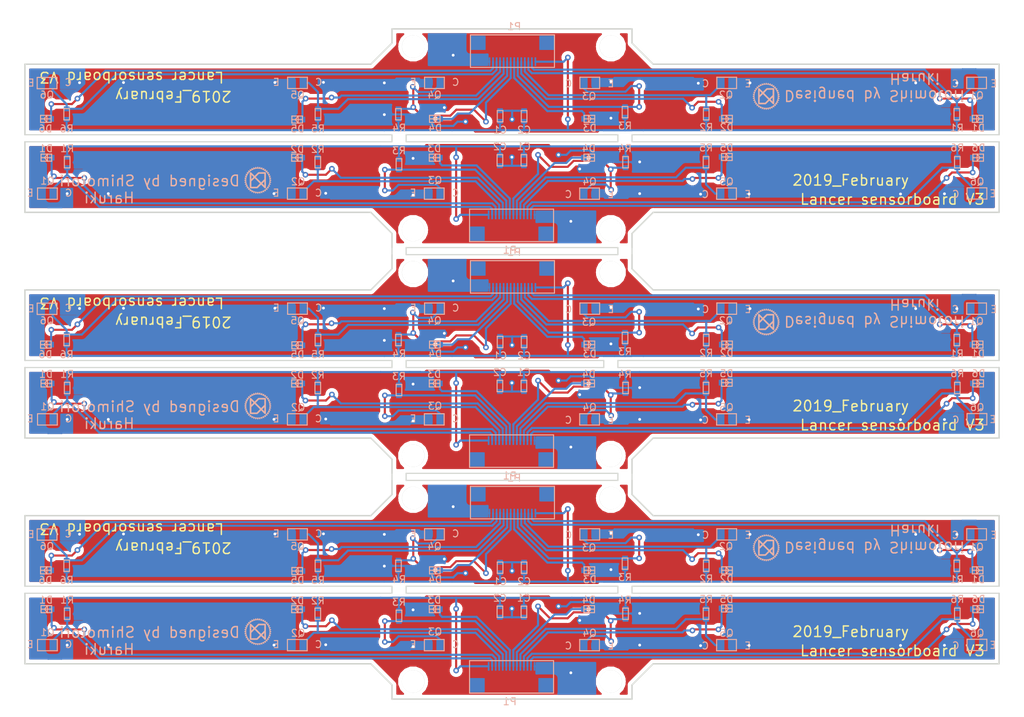
<source format=kicad_pcb>
(kicad_pcb (version 20171130) (host pcbnew "(5.0.0)")
  (layers (0 F.Cu signal) (31 B.Cu signal) (34 B.Paste user) (35 F.Paste user) (36 B.SilkS user) (37 F.SilkS user) (38 B.Mask user) (39 F.Mask user) (44 Edge.Cuts user))
  (net 0 "")
  (module Footprint:TEMT7100X01 (layer B.Cu) (at 53.338654 61.675)
    (fp_text reference Q6 (at 0.775 1.675) (layer B.SilkS) (effects (justify mirror)))
    (fp_text value TEMT7100X01)
    (fp_text user C (at 3.8 -0.1) (layer B.SilkS) (effects (justify mirror)))
    (fp_text user E (at -1.45 -0.025) (layer B.SilkS) (effects (justify mirror)))
    (pad 2 smd rect (at 1.6 0) (size 1 1.45) (layers B.Cu B.Paste B.Mask))
    (pad 1 smd rect (at 0 0) (size 1 1.45) (layers B.Cu B.Paste B.Mask))
  )
  (module Footprint:C_1608_HandSolderring (layer B.Cu) (at 103.013654 67.45 90)
    (fp_text reference R4 (at -0.6 1 -180) (layer B.SilkS) (effects (justify mirror)))
    (fp_text value 100k)
    (pad 1 smd rect (at 0.625 0.9 90) (size 0.7 0.8) (layers B.Cu B.Paste B.Mask))
    (pad 2 smd rect (at 2.125 0.9 90) (size 0.7 0.8) (layers B.Cu B.Paste B.Mask))
  )
  (module sh:sh_3500 (layer B.Cu) (at 156.013654 63.55 180)
    (fp_text reference G*** hide)
    (fp_text value LOGO hide)
  )
  (module Footprint:C_1608_HandSolderring (layer B.Cu) (at 135.113654 67.15 90)
    (fp_text reference R3 (at -0.6 0.9 -180) (layer B.SilkS) (effects (justify mirror)))
    (fp_text value 100k)
    (pad 1 smd rect (at 0.625 0.9 90) (size 0.7 0.8) (layers B.Cu B.Paste B.Mask))
    (pad 2 smd rect (at 2.125 0.9 90) (size 0.7 0.8) (layers B.Cu B.Paste B.Mask))
  )
  (module Footprint:C_1608_HandSolderring (layer B.Cu) (at 56.013654 67.45 90)
    (fp_text reference R6 (at -0.7 0.9 -180) (layer B.SilkS) (effects (justify mirror)))
    (fp_text value 100k)
    (pad 1 smd rect (at 0.625 0.9 90) (size 0.7 0.8) (layers B.Cu B.Paste B.Mask))
    (pad 2 smd rect (at 2.125 0.9 90) (size 0.7 0.8) (layers B.Cu B.Paste B.Mask))
  )
  (module Footprint:C_1608_HandSolderring (layer B.Cu) (at 146.613654 67.45 90)
    (fp_text reference R2 (at -0.5 0.9 -180) (layer B.SilkS) (effects (justify mirror)))
    (fp_text value 100k)
    (pad 1 smd rect (at 0.625 0.9 90) (size 0.7 0.8) (layers B.Cu B.Paste B.Mask))
    (pad 2 smd rect (at 2.125 0.9 90) (size 0.7 0.8) (layers B.Cu B.Paste B.Mask))
  )
  (module Mounting_Holes:MountingHole_3.2mm_M3 (layer F.Cu) (at 106.013654 56.5 180)
    (fp_text reference REF**)
    (fp_text value MountingHole_3.2mm_M3)
    (pad 1 np_thru_hole circle (at 0 0 180) (size 3.2 3.2) (drill 3.2) (layers *.Cu *.Mask))
  )
  (module Footprint:C_1608_HandSolderring (layer B.Cu) (at 182.113654 67.45 90)
    (fp_text reference R1 (at -0.6 0.9 -180) (layer B.SilkS) (effects (justify mirror)))
    (fp_text value 100k)
    (pad 1 smd rect (at 0.625 0.9 90) (size 0.7 0.8) (layers B.Cu B.Paste B.Mask))
    (pad 2 smd rect (at 2.125 0.9 90) (size 0.7 0.8) (layers B.Cu B.Paste B.Mask))
  )
  (module Footprint:C_1608_HandSolderring (layer B.Cu) (at 91.613654 67.45 90)
    (fp_text reference R5 (at -0.7 0.9 -180) (layer B.SilkS) (effects (justify mirror)))
    (fp_text value 100k)
    (pad 1 smd rect (at 0.625 0.9 90) (size 0.7 0.8) (layers B.Cu B.Paste B.Mask))
    (pad 2 smd rect (at 2.125 0.9 90) (size 0.7 0.8) (layers B.Cu B.Paste B.Mask))
  )
  (module Footprint:TEMT7100X01 (layer B.Cu) (at 151.213654 61.65 180)
    (fp_text reference Q2 (at 0.9 -1.7 180) (layer B.SilkS) (effects (justify mirror)))
    (fp_text value TEMT7100X01)
    (fp_text user C (at 3.8 -0.1 180) (layer B.SilkS) (effects (justify mirror)))
    (fp_text user E (at -2.2 -0.1 180) (layer B.SilkS) (effects (justify mirror)))
    (pad 2 smd rect (at 1.6 0 180) (size 1 1.45) (layers B.Cu B.Paste B.Mask))
    (pad 1 smd rect (at 0 0 180) (size 1 1.45) (layers B.Cu B.Paste B.Mask))
  )
  (module Footprint:SIR19-21C (layer B.Cu) (at 151.213654 66.75 180)
    (fp_text reference D2 (at 0.8 -1.2 180) (layer B.SilkS) (effects (justify mirror)))
    (fp_text value SIR19-21C/TR8)
    (pad 1 smd rect (at 0 0 180) (size 0.8 0.8) (layers B.Cu B.Paste B.Mask))
    (pad 2 smd rect (at 1.5 0 180) (size 0.8 0.8) (layers B.Cu B.Paste B.Mask))
  )
  (module Mounting_Holes:MountingHole_3.2mm_M3 (layer F.Cu) (at 134.013654 56.5 180)
    (fp_text reference REF**)
    (fp_text value MountingHole_3.2mm_M3)
    (pad 1 np_thru_hole circle (at 0 0 180) (size 3.2 3.2) (drill 3.2) (layers *.Cu *.Mask))
  )
  (module Footprint:SIR19-21C (layer B.Cu) (at 53.213654 66.75)
    (fp_text reference D6 (at 0.7 1.4) (layer B.SilkS) (effects (justify mirror)))
    (fp_text value SIR19-21C/TR8)
    (pad 1 smd rect (at 0 0) (size 0.8 0.8) (layers B.Cu B.Paste B.Mask))
    (pad 2 smd rect (at 1.5 0) (size 0.8 0.8) (layers B.Cu B.Paste B.Mask))
  )
  (module Footprint:TEMT7100X01 (layer B.Cu) (at 131.813654 61.65 180)
    (fp_text reference Q3 (at 0.9 -1.9 180) (layer B.SilkS) (effects (justify mirror)))
    (fp_text value TEMT7100X01)
    (fp_text user C (at 3.8 -0.1 180) (layer B.SilkS) (effects (justify mirror)))
    (fp_text user E (at -2.2 -0.1 180) (layer B.SilkS) (effects (justify mirror)))
    (pad 2 smd rect (at 1.6 0 180) (size 1 1.45) (layers B.Cu B.Paste B.Mask))
    (pad 1 smd rect (at 0 0 180) (size 1 1.45) (layers B.Cu B.Paste B.Mask))
  )
  (module Footprint:C_1608_HandSolderring (layer B.Cu) (at 117.413654 67.725 90)
    (fp_text reference C1 (at -0.6 0.9 -180) (layer B.SilkS) (effects (justify mirror)))
    (fp_text value 0.1u)
    (pad 1 smd rect (at 0.625 0.9 90) (size 0.7 0.8) (layers B.Cu B.Paste B.Mask))
    (pad 2 smd rect (at 2.125 0.9 90) (size 0.7 0.8) (layers B.Cu B.Paste B.Mask))
  )
  (module "Footprint:CN-FFC-SMT2(CN-FFC(0.5)14PD)" (layer F.Cu) (at 126.313654 54.15 180)
    (fp_text reference P1 (at 6 0.5 180) (layer B.SilkS) (effects (justify mirror)))
    (fp_text value "CN-FFC(0.5)14PD")
    (pad 14 smd rect (at 9.5 -4.5 180) (size 0.23 1.25) (layers B.Cu B.Paste B.Mask))
    (pad 13 smd rect (at 9 -4.5 180) (size 0.23 1.25) (layers B.Cu B.Paste B.Mask))
    (pad 12 smd rect (at 8.5 -4.5 180) (size 0.23 1.25) (layers B.Cu B.Paste B.Mask))
    (pad 11 smd rect (at 8 -4.5 180) (size 0.23 1.25) (layers B.Cu B.Paste B.Mask))
    (pad 10 smd rect (at 7.5 -4.5 180) (size 0.23 1.25) (layers B.Cu B.Paste B.Mask))
    (pad 9 smd rect (at 7 -4.5 180) (size 0.23 1.25) (layers B.Cu B.Paste B.Mask))
    (pad 8 smd rect (at 6.5 -4.5 180) (size 0.23 1.25) (layers B.Cu B.Paste B.Mask))
    (pad 7 smd rect (at 6 -4.5 180) (size 0.23 1.25) (layers B.Cu B.Paste B.Mask))
    (pad 6 smd rect (at 5.5 -4.5 180) (size 0.23 1.25) (layers B.Cu B.Paste B.Mask))
    (pad 5 smd rect (at 5 -4.5 180) (size 0.23 1.25) (layers B.Cu B.Paste B.Mask))
    (pad 4 smd rect (at 4.5 -4.5 180) (size 0.23 1.25) (layers B.Cu B.Paste B.Mask))
    (pad 3 smd rect (at 4 -4.5 180) (size 0.23 1.25) (layers B.Cu B.Paste B.Mask))
    (pad 2 smd rect (at 3.5 -4.5 180) (size 0.23 1.25) (layers B.Cu B.Paste B.Mask))
    (pad "" smd rect (at 1.35 -1.825 180) (size 1.8 2) (layers B.Cu B.Paste B.Mask))
    (pad "" smd rect (at 11.15 -1.825 180) (size 1.8 2) (layers B.Cu B.Paste B.Mask))
    (pad 1 smd rect (at 3 -4.5 180) (size 0.23 1.25) (layers B.Cu B.Paste B.Mask))
    (pad "" smd rect (at 11.15 -1.825 180) (size 2.2 2) (layers B.Cu B.Paste B.Mask))
    (pad "" smd rect (at 1.35 -1.825 180) (size 2.2 2) (layers B.Cu B.Paste B.Mask))
  )
  (module Footprint:SIR19-21C (layer B.Cu) (at 88.813654 66.85)
    (fp_text reference D5 (at 0.8 1.3) (layer B.SilkS) (effects (justify mirror)))
    (fp_text value SIR19-21C/TR8)
    (pad 1 smd rect (at 0 0) (size 0.8 0.8) (layers B.Cu B.Paste B.Mask))
    (pad 2 smd rect (at 1.5 0) (size 0.8 0.8) (layers B.Cu B.Paste B.Mask))
  )
  (module Footprint:SIR19-21C (layer B.Cu) (at 108.313654 66.75)
    (fp_text reference D4 (at 0.8 1.3) (layer B.SilkS) (effects (justify mirror)))
    (fp_text value SIR19-21C/TR8)
    (pad 1 smd rect (at 0 0) (size 0.8 0.8) (layers B.Cu B.Paste B.Mask))
    (pad 2 smd rect (at 1.5 0) (size 0.8 0.8) (layers B.Cu B.Paste B.Mask))
  )
  (module Footprint:SIR19-21C (layer B.Cu) (at 186.713654 66.75 180)
    (fp_text reference D1 (at 0.7 -1.3 180) (layer B.SilkS) (effects (justify mirror)))
    (fp_text value SIR19-21C/TR8)
    (pad 1 smd rect (at 0 0 180) (size 0.8 0.8) (layers B.Cu B.Paste B.Mask))
    (pad 2 smd rect (at 1.5 0 180) (size 0.8 0.8) (layers B.Cu B.Paste B.Mask))
  )
  (module Footprint:C_1608_HandSolderring (layer B.Cu) (at 120.813654 67.725 90)
    (fp_text reference C2 (at -0.6 0.9 -180) (layer B.SilkS) (effects (justify mirror)))
    (fp_text value 0.1u)
    (pad 1 smd rect (at 0.625 0.9 90) (size 0.7 0.8) (layers B.Cu B.Paste B.Mask))
    (pad 2 smd rect (at 2.125 0.9 90) (size 0.7 0.8) (layers B.Cu B.Paste B.Mask))
  )
  (module Footprint:TEMT7100X01 (layer B.Cu) (at 186.613654 61.65 180)
    (fp_text reference Q1 (at 0.8 -1.8 180) (layer B.SilkS) (effects (justify mirror)))
    (fp_text value TEMT7100X01)
    (fp_text user C (at 3.8 -0.1 180) (layer B.SilkS) (effects (justify mirror)))
    (fp_text user E (at -1.625 -0.1 180) (layer B.SilkS) (effects (justify mirror)))
    (pad 2 smd rect (at 1.6 0 180) (size 1 1.45) (layers B.Cu B.Paste B.Mask))
    (pad 1 smd rect (at 0 0 180) (size 1 1.45) (layers B.Cu B.Paste B.Mask))
  )
  (module Footprint:TEMT7100X01 (layer B.Cu) (at 88.813654 61.65)
    (fp_text reference Q5 (at 0.8 1.7) (layer B.SilkS) (effects (justify mirror)))
    (fp_text value TEMT7100X01)
    (fp_text user C (at 3.8 -0.1) (layer B.SilkS) (effects (justify mirror)))
    (fp_text user E (at -2.2 -0.1) (layer B.SilkS) (effects (justify mirror)))
    (pad 2 smd rect (at 1.6 0) (size 1 1.45) (layers B.Cu B.Paste B.Mask))
    (pad 1 smd rect (at 0 0) (size 1 1.45) (layers B.Cu B.Paste B.Mask))
  )
  (module Footprint:SIR19-21C (layer B.Cu) (at 131.713654 66.75 180)
    (fp_text reference D3 (at 0.7 -1.3 180) (layer B.SilkS) (effects (justify mirror)))
    (fp_text value SIR19-21C/TR8)
    (pad 1 smd rect (at 0 0 180) (size 0.8 0.8) (layers B.Cu B.Paste B.Mask))
    (pad 2 smd rect (at 1.5 0 180) (size 0.8 0.8) (layers B.Cu B.Paste B.Mask))
  )
  (module Footprint:TEMT7100X01 (layer B.Cu) (at 108.213654 61.65)
    (fp_text reference Q4 (at 0.8 1.7) (layer B.SilkS) (effects (justify mirror)))
    (fp_text value TEMT7100X01)
    (fp_text user C (at 3.8 -0.1) (layer B.SilkS) (effects (justify mirror)))
    (fp_text user E (at -2.2 -0.1) (layer B.SilkS) (effects (justify mirror)))
    (pad 2 smd rect (at 1.6 0) (size 1 1.45) (layers B.Cu B.Paste B.Mask))
    (pad 1 smd rect (at 0 0) (size 1 1.45) (layers B.Cu B.Paste B.Mask))
  )
  (module Footprint:TEMT7100X01 (layer B.Cu) (at 186.661346 77.325 180)
    (fp_text reference Q6 (at 0.775 1.675 180) (layer B.SilkS) (effects (justify mirror)))
    (fp_text value TEMT7100X01)
    (fp_text user C (at 3.8 -0.1 180) (layer B.SilkS) (effects (justify mirror)))
    (fp_text user E (at -1.45 -0.025 180) (layer B.SilkS) (effects (justify mirror)))
    (pad 2 smd rect (at 1.6 0 180) (size 1 1.45) (layers B.Cu B.Paste B.Mask))
    (pad 1 smd rect (at 0 0 180) (size 1 1.45) (layers B.Cu B.Paste B.Mask))
  )
  (module Footprint:C_1608_HandSolderring (layer B.Cu) (at 136.986346 71.55 270)
    (fp_text reference R4 (at -0.6 1) (layer B.SilkS) (effects (justify mirror)))
    (fp_text value 100k)
    (pad 1 smd rect (at 0.625 0.9 270) (size 0.7 0.8) (layers B.Cu B.Paste B.Mask))
    (pad 2 smd rect (at 2.125 0.9 270) (size 0.7 0.8) (layers B.Cu B.Paste B.Mask))
  )
  (module sh:sh_3500 (layer B.Cu) (at 83.986346 75.45)
    (fp_text reference G*** hide)
    (fp_text value LOGO hide)
  )
  (module Footprint:C_1608_HandSolderring (layer B.Cu) (at 104.886346 71.85 270)
    (fp_text reference R3 (at -0.6 0.9) (layer B.SilkS) (effects (justify mirror)))
    (fp_text value 100k)
    (pad 1 smd rect (at 0.625 0.9 270) (size 0.7 0.8) (layers B.Cu B.Paste B.Mask))
    (pad 2 smd rect (at 2.125 0.9 270) (size 0.7 0.8) (layers B.Cu B.Paste B.Mask))
  )
  (module Footprint:C_1608_HandSolderring (layer B.Cu) (at 183.986346 71.55 270)
    (fp_text reference R6 (at -0.7 0.9) (layer B.SilkS) (effects (justify mirror)))
    (fp_text value 100k)
    (pad 1 smd rect (at 0.625 0.9 270) (size 0.7 0.8) (layers B.Cu B.Paste B.Mask))
    (pad 2 smd rect (at 2.125 0.9 270) (size 0.7 0.8) (layers B.Cu B.Paste B.Mask))
  )
  (module Footprint:C_1608_HandSolderring (layer B.Cu) (at 93.386346 71.55 270)
    (fp_text reference R2 (at -0.5 0.9) (layer B.SilkS) (effects (justify mirror)))
    (fp_text value 100k)
    (pad 1 smd rect (at 0.625 0.9 270) (size 0.7 0.8) (layers B.Cu B.Paste B.Mask))
    (pad 2 smd rect (at 2.125 0.9 270) (size 0.7 0.8) (layers B.Cu B.Paste B.Mask))
  )
  (module Mounting_Holes:MountingHole_3.2mm_M3 (layer F.Cu) (at 134 82.5)
    (fp_text reference REF**)
    (fp_text value MountingHole_3.2mm_M3)
    (pad 1 np_thru_hole circle (at 0 0) (size 3.2 3.2) (drill 3.2) (layers *.Cu *.Mask))
  )
  (module Footprint:C_1608_HandSolderring (layer B.Cu) (at 57.886346 71.55 270)
    (fp_text reference R1 (at -0.6 0.9) (layer B.SilkS) (effects (justify mirror)))
    (fp_text value 100k)
    (pad 1 smd rect (at 0.625 0.9 270) (size 0.7 0.8) (layers B.Cu B.Paste B.Mask))
    (pad 2 smd rect (at 2.125 0.9 270) (size 0.7 0.8) (layers B.Cu B.Paste B.Mask))
  )
  (module Footprint:C_1608_HandSolderring (layer B.Cu) (at 148.386346 71.55 270)
    (fp_text reference R5 (at -0.7 0.9) (layer B.SilkS) (effects (justify mirror)))
    (fp_text value 100k)
    (pad 1 smd rect (at 0.625 0.9 270) (size 0.7 0.8) (layers B.Cu B.Paste B.Mask))
    (pad 2 smd rect (at 2.125 0.9 270) (size 0.7 0.8) (layers B.Cu B.Paste B.Mask))
  )
  (module Footprint:TEMT7100X01 (layer B.Cu) (at 88.786346 77.35)
    (fp_text reference Q2 (at 0.9 -1.7) (layer B.SilkS) (effects (justify mirror)))
    (fp_text value TEMT7100X01)
    (fp_text user C (at 3.8 -0.1) (layer B.SilkS) (effects (justify mirror)))
    (fp_text user E (at -2.2 -0.1) (layer B.SilkS) (effects (justify mirror)))
    (pad 2 smd rect (at 1.6 0) (size 1 1.45) (layers B.Cu B.Paste B.Mask))
    (pad 1 smd rect (at 0 0) (size 1 1.45) (layers B.Cu B.Paste B.Mask))
  )
  (module Footprint:SIR19-21C (layer B.Cu) (at 88.786346 72.25)
    (fp_text reference D2 (at 0.8 -1.2) (layer B.SilkS) (effects (justify mirror)))
    (fp_text value SIR19-21C/TR8)
    (pad 1 smd rect (at 0 0) (size 0.8 0.8) (layers B.Cu B.Paste B.Mask))
    (pad 2 smd rect (at 1.5 0) (size 0.8 0.8) (layers B.Cu B.Paste B.Mask))
  )
  (module Mounting_Holes:MountingHole_3.2mm_M3 (layer F.Cu) (at 106 82.5)
    (fp_text reference REF**)
    (fp_text value MountingHole_3.2mm_M3)
    (pad 1 np_thru_hole circle (at 0 0) (size 3.2 3.2) (drill 3.2) (layers *.Cu *.Mask))
  )
  (module Footprint:SIR19-21C (layer B.Cu) (at 186.786346 72.25 180)
    (fp_text reference D6 (at 0.7 1.4 180) (layer B.SilkS) (effects (justify mirror)))
    (fp_text value SIR19-21C/TR8)
    (pad 1 smd rect (at 0 0 180) (size 0.8 0.8) (layers B.Cu B.Paste B.Mask))
    (pad 2 smd rect (at 1.5 0 180) (size 0.8 0.8) (layers B.Cu B.Paste B.Mask))
  )
  (module Footprint:TEMT7100X01 (layer B.Cu) (at 108.186346 77.35)
    (fp_text reference Q3 (at 0.9 -1.9) (layer B.SilkS) (effects (justify mirror)))
    (fp_text value TEMT7100X01)
    (fp_text user C (at 3.8 -0.1) (layer B.SilkS) (effects (justify mirror)))
    (fp_text user E (at -2.2 -0.1) (layer B.SilkS) (effects (justify mirror)))
    (pad 2 smd rect (at 1.6 0) (size 1 1.45) (layers B.Cu B.Paste B.Mask))
    (pad 1 smd rect (at 0 0) (size 1 1.45) (layers B.Cu B.Paste B.Mask))
  )
  (module Footprint:C_1608_HandSolderring (layer B.Cu) (at 122.586346 71.275 270)
    (fp_text reference C1 (at -0.6 0.9) (layer B.SilkS) (effects (justify mirror)))
    (fp_text value 0.1u)
    (pad 1 smd rect (at 0.625 0.9 270) (size 0.7 0.8) (layers B.Cu B.Paste B.Mask))
    (pad 2 smd rect (at 2.125 0.9 270) (size 0.7 0.8) (layers B.Cu B.Paste B.Mask))
  )
  (module "Footprint:CN-FFC-SMT2(CN-FFC(0.5)14PD)" (layer F.Cu) (at 113.686346 84.85)
    (fp_text reference P1 (at 6 0.5) (layer B.SilkS) (effects (justify mirror)))
    (fp_text value "CN-FFC(0.5)14PD")
    (pad 14 smd rect (at 9.5 -4.5) (size 0.23 1.25) (layers B.Cu B.Paste B.Mask))
    (pad 13 smd rect (at 9 -4.5) (size 0.23 1.25) (layers B.Cu B.Paste B.Mask))
    (pad 12 smd rect (at 8.5 -4.5) (size 0.23 1.25) (layers B.Cu B.Paste B.Mask))
    (pad 11 smd rect (at 8 -4.5) (size 0.23 1.25) (layers B.Cu B.Paste B.Mask))
    (pad 10 smd rect (at 7.5 -4.5) (size 0.23 1.25) (layers B.Cu B.Paste B.Mask))
    (pad 9 smd rect (at 7 -4.5) (size 0.23 1.25) (layers B.Cu B.Paste B.Mask))
    (pad 8 smd rect (at 6.5 -4.5) (size 0.23 1.25) (layers B.Cu B.Paste B.Mask))
    (pad 7 smd rect (at 6 -4.5) (size 0.23 1.25) (layers B.Cu B.Paste B.Mask))
    (pad 6 smd rect (at 5.5 -4.5) (size 0.23 1.25) (layers B.Cu B.Paste B.Mask))
    (pad 5 smd rect (at 5 -4.5) (size 0.23 1.25) (layers B.Cu B.Paste B.Mask))
    (pad 4 smd rect (at 4.5 -4.5) (size 0.23 1.25) (layers B.Cu B.Paste B.Mask))
    (pad 3 smd rect (at 4 -4.5) (size 0.23 1.25) (layers B.Cu B.Paste B.Mask))
    (pad 2 smd rect (at 3.5 -4.5) (size 0.23 1.25) (layers B.Cu B.Paste B.Mask))
    (pad "" smd rect (at 1.35 -1.825) (size 1.8 2) (layers B.Cu B.Paste B.Mask))
    (pad "" smd rect (at 11.15 -1.825) (size 1.8 2) (layers B.Cu B.Paste B.Mask))
    (pad 1 smd rect (at 3 -4.5) (size 0.23 1.25) (layers B.Cu B.Paste B.Mask))
    (pad "" smd rect (at 11.15 -1.825) (size 2.2 2) (layers B.Cu B.Paste B.Mask))
    (pad "" smd rect (at 1.35 -1.825) (size 2.2 2) (layers B.Cu B.Paste B.Mask))
  )
  (module Footprint:SIR19-21C (layer B.Cu) (at 151.186346 72.15 180)
    (fp_text reference D5 (at 0.8 1.3 180) (layer B.SilkS) (effects (justify mirror)))
    (fp_text value SIR19-21C/TR8)
    (pad 1 smd rect (at 0 0 180) (size 0.8 0.8) (layers B.Cu B.Paste B.Mask))
    (pad 2 smd rect (at 1.5 0 180) (size 0.8 0.8) (layers B.Cu B.Paste B.Mask))
  )
  (module Footprint:SIR19-21C (layer B.Cu) (at 131.686346 72.25 180)
    (fp_text reference D4 (at 0.8 1.3 180) (layer B.SilkS) (effects (justify mirror)))
    (fp_text value SIR19-21C/TR8)
    (pad 1 smd rect (at 0 0 180) (size 0.8 0.8) (layers B.Cu B.Paste B.Mask))
    (pad 2 smd rect (at 1.5 0 180) (size 0.8 0.8) (layers B.Cu B.Paste B.Mask))
  )
  (module Footprint:SIR19-21C (layer B.Cu) (at 53.286346 72.25)
    (fp_text reference D1 (at 0.7 -1.3) (layer B.SilkS) (effects (justify mirror)))
    (fp_text value SIR19-21C/TR8)
    (pad 1 smd rect (at 0 0) (size 0.8 0.8) (layers B.Cu B.Paste B.Mask))
    (pad 2 smd rect (at 1.5 0) (size 0.8 0.8) (layers B.Cu B.Paste B.Mask))
  )
  (module Footprint:C_1608_HandSolderring (layer B.Cu) (at 119.186346 71.275 270)
    (fp_text reference C2 (at -0.6 0.9) (layer B.SilkS) (effects (justify mirror)))
    (fp_text value 0.1u)
    (pad 1 smd rect (at 0.625 0.9 270) (size 0.7 0.8) (layers B.Cu B.Paste B.Mask))
    (pad 2 smd rect (at 2.125 0.9 270) (size 0.7 0.8) (layers B.Cu B.Paste B.Mask))
  )
  (module Footprint:TEMT7100X01 (layer B.Cu) (at 53.386346 77.35)
    (fp_text reference Q1 (at 0.8 -1.8) (layer B.SilkS) (effects (justify mirror)))
    (fp_text value TEMT7100X01)
    (fp_text user C (at 3.8 -0.1) (layer B.SilkS) (effects (justify mirror)))
    (fp_text user E (at -1.625 -0.1) (layer B.SilkS) (effects (justify mirror)))
    (pad 2 smd rect (at 1.6 0) (size 1 1.45) (layers B.Cu B.Paste B.Mask))
    (pad 1 smd rect (at 0 0) (size 1 1.45) (layers B.Cu B.Paste B.Mask))
  )
  (module Footprint:TEMT7100X01 (layer B.Cu) (at 151.186346 77.35 180)
    (fp_text reference Q5 (at 0.8 1.7 180) (layer B.SilkS) (effects (justify mirror)))
    (fp_text value TEMT7100X01)
    (fp_text user C (at 3.8 -0.1 180) (layer B.SilkS) (effects (justify mirror)))
    (fp_text user E (at -2.2 -0.1 180) (layer B.SilkS) (effects (justify mirror)))
    (pad 2 smd rect (at 1.6 0 180) (size 1 1.45) (layers B.Cu B.Paste B.Mask))
    (pad 1 smd rect (at 0 0 180) (size 1 1.45) (layers B.Cu B.Paste B.Mask))
  )
  (module Footprint:SIR19-21C (layer B.Cu) (at 108.286346 72.25)
    (fp_text reference D3 (at 0.7 -1.3) (layer B.SilkS) (effects (justify mirror)))
    (fp_text value SIR19-21C/TR8)
    (pad 1 smd rect (at 0 0) (size 0.8 0.8) (layers B.Cu B.Paste B.Mask))
    (pad 2 smd rect (at 1.5 0) (size 0.8 0.8) (layers B.Cu B.Paste B.Mask))
  )
  (module Footprint:TEMT7100X01 (layer B.Cu) (at 131.786346 77.35 180)
    (fp_text reference Q4 (at 0.8 1.7 180) (layer B.SilkS) (effects (justify mirror)))
    (fp_text value TEMT7100X01)
    (fp_text user C (at 3.8 -0.1 180) (layer B.SilkS) (effects (justify mirror)))
    (fp_text user E (at -2.2 -0.1 180) (layer B.SilkS) (effects (justify mirror)))
    (pad 2 smd rect (at 1.6 0 180) (size 1 1.45) (layers B.Cu B.Paste B.Mask))
    (pad 1 smd rect (at 0 0 180) (size 1 1.45) (layers B.Cu B.Paste B.Mask))
  )
  (module Footprint:TEMT7100X01 (layer B.Cu) (at 53.338654 93.675)
    (fp_text reference Q6 (at 0.775 1.675) (layer B.SilkS) (effects (justify mirror)))
    (fp_text value TEMT7100X01)
    (fp_text user C (at 3.8 -0.1) (layer B.SilkS) (effects (justify mirror)))
    (fp_text user E (at -1.45 -0.025) (layer B.SilkS) (effects (justify mirror)))
    (pad 2 smd rect (at 1.6 0) (size 1 1.45) (layers B.Cu B.Paste B.Mask))
    (pad 1 smd rect (at 0 0) (size 1 1.45) (layers B.Cu B.Paste B.Mask))
  )
  (module Footprint:C_1608_HandSolderring (layer B.Cu) (at 103.013654 99.45 90)
    (fp_text reference R4 (at -0.6 1 -180) (layer B.SilkS) (effects (justify mirror)))
    (fp_text value 100k)
    (pad 1 smd rect (at 0.625 0.9 90) (size 0.7 0.8) (layers B.Cu B.Paste B.Mask))
    (pad 2 smd rect (at 2.125 0.9 90) (size 0.7 0.8) (layers B.Cu B.Paste B.Mask))
  )
  (module sh:sh_3500 (layer B.Cu) (at 156.013654 95.55 180)
    (fp_text reference G*** hide)
    (fp_text value LOGO hide)
  )
  (module Footprint:C_1608_HandSolderring (layer B.Cu) (at 135.113654 99.15 90)
    (fp_text reference R3 (at -0.6 0.9 -180) (layer B.SilkS) (effects (justify mirror)))
    (fp_text value 100k)
    (pad 1 smd rect (at 0.625 0.9 90) (size 0.7 0.8) (layers B.Cu B.Paste B.Mask))
    (pad 2 smd rect (at 2.125 0.9 90) (size 0.7 0.8) (layers B.Cu B.Paste B.Mask))
  )
  (module Footprint:C_1608_HandSolderring (layer B.Cu) (at 56.013654 99.45 90)
    (fp_text reference R6 (at -0.7 0.9 -180) (layer B.SilkS) (effects (justify mirror)))
    (fp_text value 100k)
    (pad 1 smd rect (at 0.625 0.9 90) (size 0.7 0.8) (layers B.Cu B.Paste B.Mask))
    (pad 2 smd rect (at 2.125 0.9 90) (size 0.7 0.8) (layers B.Cu B.Paste B.Mask))
  )
  (module Footprint:C_1608_HandSolderring (layer B.Cu) (at 146.613654 99.45 90)
    (fp_text reference R2 (at -0.5 0.9 -180) (layer B.SilkS) (effects (justify mirror)))
    (fp_text value 100k)
    (pad 1 smd rect (at 0.625 0.9 90) (size 0.7 0.8) (layers B.Cu B.Paste B.Mask))
    (pad 2 smd rect (at 2.125 0.9 90) (size 0.7 0.8) (layers B.Cu B.Paste B.Mask))
  )
  (module Mounting_Holes:MountingHole_3.2mm_M3 (layer F.Cu) (at 106.013654 88.5 180)
    (fp_text reference REF**)
    (fp_text value MountingHole_3.2mm_M3)
    (pad 1 np_thru_hole circle (at 0 0 180) (size 3.2 3.2) (drill 3.2) (layers *.Cu *.Mask))
  )
  (module Footprint:C_1608_HandSolderring (layer B.Cu) (at 182.113654 99.45 90)
    (fp_text reference R1 (at -0.6 0.9 -180) (layer B.SilkS) (effects (justify mirror)))
    (fp_text value 100k)
    (pad 1 smd rect (at 0.625 0.9 90) (size 0.7 0.8) (layers B.Cu B.Paste B.Mask))
    (pad 2 smd rect (at 2.125 0.9 90) (size 0.7 0.8) (layers B.Cu B.Paste B.Mask))
  )
  (module Footprint:C_1608_HandSolderring (layer B.Cu) (at 91.613654 99.45 90)
    (fp_text reference R5 (at -0.7 0.9 -180) (layer B.SilkS) (effects (justify mirror)))
    (fp_text value 100k)
    (pad 1 smd rect (at 0.625 0.9 90) (size 0.7 0.8) (layers B.Cu B.Paste B.Mask))
    (pad 2 smd rect (at 2.125 0.9 90) (size 0.7 0.8) (layers B.Cu B.Paste B.Mask))
  )
  (module Footprint:TEMT7100X01 (layer B.Cu) (at 151.213654 93.65 180)
    (fp_text reference Q2 (at 0.9 -1.7 180) (layer B.SilkS) (effects (justify mirror)))
    (fp_text value TEMT7100X01)
    (fp_text user C (at 3.8 -0.1 180) (layer B.SilkS) (effects (justify mirror)))
    (fp_text user E (at -2.2 -0.1 180) (layer B.SilkS) (effects (justify mirror)))
    (pad 2 smd rect (at 1.6 0 180) (size 1 1.45) (layers B.Cu B.Paste B.Mask))
    (pad 1 smd rect (at 0 0 180) (size 1 1.45) (layers B.Cu B.Paste B.Mask))
  )
  (module Footprint:SIR19-21C (layer B.Cu) (at 151.213654 98.75 180)
    (fp_text reference D2 (at 0.8 -1.2 180) (layer B.SilkS) (effects (justify mirror)))
    (fp_text value SIR19-21C/TR8)
    (pad 1 smd rect (at 0 0 180) (size 0.8 0.8) (layers B.Cu B.Paste B.Mask))
    (pad 2 smd rect (at 1.5 0 180) (size 0.8 0.8) (layers B.Cu B.Paste B.Mask))
  )
  (module Mounting_Holes:MountingHole_3.2mm_M3 (layer F.Cu) (at 134.013654 88.5 180)
    (fp_text reference REF**)
    (fp_text value MountingHole_3.2mm_M3)
    (pad 1 np_thru_hole circle (at 0 0 180) (size 3.2 3.2) (drill 3.2) (layers *.Cu *.Mask))
  )
  (module Footprint:SIR19-21C (layer B.Cu) (at 53.213654 98.75)
    (fp_text reference D6 (at 0.7 1.4) (layer B.SilkS) (effects (justify mirror)))
    (fp_text value SIR19-21C/TR8)
    (pad 1 smd rect (at 0 0) (size 0.8 0.8) (layers B.Cu B.Paste B.Mask))
    (pad 2 smd rect (at 1.5 0) (size 0.8 0.8) (layers B.Cu B.Paste B.Mask))
  )
  (module Footprint:TEMT7100X01 (layer B.Cu) (at 131.813654 93.65 180)
    (fp_text reference Q3 (at 0.9 -1.9 180) (layer B.SilkS) (effects (justify mirror)))
    (fp_text value TEMT7100X01)
    (fp_text user C (at 3.8 -0.1 180) (layer B.SilkS) (effects (justify mirror)))
    (fp_text user E (at -2.2 -0.1 180) (layer B.SilkS) (effects (justify mirror)))
    (pad 2 smd rect (at 1.6 0 180) (size 1 1.45) (layers B.Cu B.Paste B.Mask))
    (pad 1 smd rect (at 0 0 180) (size 1 1.45) (layers B.Cu B.Paste B.Mask))
  )
  (module Footprint:C_1608_HandSolderring (layer B.Cu) (at 117.413654 99.725 90)
    (fp_text reference C1 (at -0.6 0.9 -180) (layer B.SilkS) (effects (justify mirror)))
    (fp_text value 0.1u)
    (pad 1 smd rect (at 0.625 0.9 90) (size 0.7 0.8) (layers B.Cu B.Paste B.Mask))
    (pad 2 smd rect (at 2.125 0.9 90) (size 0.7 0.8) (layers B.Cu B.Paste B.Mask))
  )
  (module "Footprint:CN-FFC-SMT2(CN-FFC(0.5)14PD)" (layer F.Cu) (at 126.313654 86.15 180)
    (fp_text reference P1 (at 6 0.5 180) (layer B.SilkS) (effects (justify mirror)))
    (fp_text value "CN-FFC(0.5)14PD")
    (pad 14 smd rect (at 9.5 -4.5 180) (size 0.23 1.25) (layers B.Cu B.Paste B.Mask))
    (pad 13 smd rect (at 9 -4.5 180) (size 0.23 1.25) (layers B.Cu B.Paste B.Mask))
    (pad 12 smd rect (at 8.5 -4.5 180) (size 0.23 1.25) (layers B.Cu B.Paste B.Mask))
    (pad 11 smd rect (at 8 -4.5 180) (size 0.23 1.25) (layers B.Cu B.Paste B.Mask))
    (pad 10 smd rect (at 7.5 -4.5 180) (size 0.23 1.25) (layers B.Cu B.Paste B.Mask))
    (pad 9 smd rect (at 7 -4.5 180) (size 0.23 1.25) (layers B.Cu B.Paste B.Mask))
    (pad 8 smd rect (at 6.5 -4.5 180) (size 0.23 1.25) (layers B.Cu B.Paste B.Mask))
    (pad 7 smd rect (at 6 -4.5 180) (size 0.23 1.25) (layers B.Cu B.Paste B.Mask))
    (pad 6 smd rect (at 5.5 -4.5 180) (size 0.23 1.25) (layers B.Cu B.Paste B.Mask))
    (pad 5 smd rect (at 5 -4.5 180) (size 0.23 1.25) (layers B.Cu B.Paste B.Mask))
    (pad 4 smd rect (at 4.5 -4.5 180) (size 0.23 1.25) (layers B.Cu B.Paste B.Mask))
    (pad 3 smd rect (at 4 -4.5 180) (size 0.23 1.25) (layers B.Cu B.Paste B.Mask))
    (pad 2 smd rect (at 3.5 -4.5 180) (size 0.23 1.25) (layers B.Cu B.Paste B.Mask))
    (pad "" smd rect (at 1.35 -1.825 180) (size 1.8 2) (layers B.Cu B.Paste B.Mask))
    (pad "" smd rect (at 11.15 -1.825 180) (size 1.8 2) (layers B.Cu B.Paste B.Mask))
    (pad 1 smd rect (at 3 -4.5 180) (size 0.23 1.25) (layers B.Cu B.Paste B.Mask))
    (pad "" smd rect (at 11.15 -1.825 180) (size 2.2 2) (layers B.Cu B.Paste B.Mask))
    (pad "" smd rect (at 1.35 -1.825 180) (size 2.2 2) (layers B.Cu B.Paste B.Mask))
  )
  (module Footprint:SIR19-21C (layer B.Cu) (at 88.813654 98.85)
    (fp_text reference D5 (at 0.8 1.3) (layer B.SilkS) (effects (justify mirror)))
    (fp_text value SIR19-21C/TR8)
    (pad 1 smd rect (at 0 0) (size 0.8 0.8) (layers B.Cu B.Paste B.Mask))
    (pad 2 smd rect (at 1.5 0) (size 0.8 0.8) (layers B.Cu B.Paste B.Mask))
  )
  (module Footprint:SIR19-21C (layer B.Cu) (at 108.313654 98.75)
    (fp_text reference D4 (at 0.8 1.3) (layer B.SilkS) (effects (justify mirror)))
    (fp_text value SIR19-21C/TR8)
    (pad 1 smd rect (at 0 0) (size 0.8 0.8) (layers B.Cu B.Paste B.Mask))
    (pad 2 smd rect (at 1.5 0) (size 0.8 0.8) (layers B.Cu B.Paste B.Mask))
  )
  (module Footprint:SIR19-21C (layer B.Cu) (at 186.713654 98.75 180)
    (fp_text reference D1 (at 0.7 -1.3 180) (layer B.SilkS) (effects (justify mirror)))
    (fp_text value SIR19-21C/TR8)
    (pad 1 smd rect (at 0 0 180) (size 0.8 0.8) (layers B.Cu B.Paste B.Mask))
    (pad 2 smd rect (at 1.5 0 180) (size 0.8 0.8) (layers B.Cu B.Paste B.Mask))
  )
  (module Footprint:C_1608_HandSolderring (layer B.Cu) (at 120.813654 99.725 90)
    (fp_text reference C2 (at -0.6 0.9 -180) (layer B.SilkS) (effects (justify mirror)))
    (fp_text value 0.1u)
    (pad 1 smd rect (at 0.625 0.9 90) (size 0.7 0.8) (layers B.Cu B.Paste B.Mask))
    (pad 2 smd rect (at 2.125 0.9 90) (size 0.7 0.8) (layers B.Cu B.Paste B.Mask))
  )
  (module Footprint:TEMT7100X01 (layer B.Cu) (at 186.613654 93.65 180)
    (fp_text reference Q1 (at 0.8 -1.8 180) (layer B.SilkS) (effects (justify mirror)))
    (fp_text value TEMT7100X01)
    (fp_text user C (at 3.8 -0.1 180) (layer B.SilkS) (effects (justify mirror)))
    (fp_text user E (at -1.625 -0.1 180) (layer B.SilkS) (effects (justify mirror)))
    (pad 2 smd rect (at 1.6 0 180) (size 1 1.45) (layers B.Cu B.Paste B.Mask))
    (pad 1 smd rect (at 0 0 180) (size 1 1.45) (layers B.Cu B.Paste B.Mask))
  )
  (module Footprint:TEMT7100X01 (layer B.Cu) (at 88.813654 93.65)
    (fp_text reference Q5 (at 0.8 1.7) (layer B.SilkS) (effects (justify mirror)))
    (fp_text value TEMT7100X01)
    (fp_text user C (at 3.8 -0.1) (layer B.SilkS) (effects (justify mirror)))
    (fp_text user E (at -2.2 -0.1) (layer B.SilkS) (effects (justify mirror)))
    (pad 2 smd rect (at 1.6 0) (size 1 1.45) (layers B.Cu B.Paste B.Mask))
    (pad 1 smd rect (at 0 0) (size 1 1.45) (layers B.Cu B.Paste B.Mask))
  )
  (module Footprint:SIR19-21C (layer B.Cu) (at 131.713654 98.75 180)
    (fp_text reference D3 (at 0.7 -1.3 180) (layer B.SilkS) (effects (justify mirror)))
    (fp_text value SIR19-21C/TR8)
    (pad 1 smd rect (at 0 0 180) (size 0.8 0.8) (layers B.Cu B.Paste B.Mask))
    (pad 2 smd rect (at 1.5 0 180) (size 0.8 0.8) (layers B.Cu B.Paste B.Mask))
  )
  (module Footprint:TEMT7100X01 (layer B.Cu) (at 108.213654 93.65)
    (fp_text reference Q4 (at 0.8 1.7) (layer B.SilkS) (effects (justify mirror)))
    (fp_text value TEMT7100X01)
    (fp_text user C (at 3.8 -0.1) (layer B.SilkS) (effects (justify mirror)))
    (fp_text user E (at -2.2 -0.1) (layer B.SilkS) (effects (justify mirror)))
    (pad 2 smd rect (at 1.6 0) (size 1 1.45) (layers B.Cu B.Paste B.Mask))
    (pad 1 smd rect (at 0 0) (size 1 1.45) (layers B.Cu B.Paste B.Mask))
  )
  (module Footprint:TEMT7100X01 (layer B.Cu) (at 186.661346 109.325 180)
    (fp_text reference Q6 (at 0.775 1.675 180) (layer B.SilkS) (effects (justify mirror)))
    (fp_text value TEMT7100X01)
    (fp_text user C (at 3.8 -0.1 180) (layer B.SilkS) (effects (justify mirror)))
    (fp_text user E (at -1.45 -0.025 180) (layer B.SilkS) (effects (justify mirror)))
    (pad 2 smd rect (at 1.6 0 180) (size 1 1.45) (layers B.Cu B.Paste B.Mask))
    (pad 1 smd rect (at 0 0 180) (size 1 1.45) (layers B.Cu B.Paste B.Mask))
  )
  (module Footprint:C_1608_HandSolderring (layer B.Cu) (at 136.986346 103.55 270)
    (fp_text reference R4 (at -0.6 1) (layer B.SilkS) (effects (justify mirror)))
    (fp_text value 100k)
    (pad 1 smd rect (at 0.625 0.9 270) (size 0.7 0.8) (layers B.Cu B.Paste B.Mask))
    (pad 2 smd rect (at 2.125 0.9 270) (size 0.7 0.8) (layers B.Cu B.Paste B.Mask))
  )
  (module sh:sh_3500 (layer B.Cu) (at 83.986346 107.45)
    (fp_text reference G*** hide)
    (fp_text value LOGO hide)
  )
  (module Footprint:C_1608_HandSolderring (layer B.Cu) (at 104.886346 103.85 270)
    (fp_text reference R3 (at -0.6 0.9) (layer B.SilkS) (effects (justify mirror)))
    (fp_text value 100k)
    (pad 1 smd rect (at 0.625 0.9 270) (size 0.7 0.8) (layers B.Cu B.Paste B.Mask))
    (pad 2 smd rect (at 2.125 0.9 270) (size 0.7 0.8) (layers B.Cu B.Paste B.Mask))
  )
  (module Footprint:C_1608_HandSolderring (layer B.Cu) (at 183.986346 103.55 270)
    (fp_text reference R6 (at -0.7 0.9) (layer B.SilkS) (effects (justify mirror)))
    (fp_text value 100k)
    (pad 1 smd rect (at 0.625 0.9 270) (size 0.7 0.8) (layers B.Cu B.Paste B.Mask))
    (pad 2 smd rect (at 2.125 0.9 270) (size 0.7 0.8) (layers B.Cu B.Paste B.Mask))
  )
  (module Footprint:C_1608_HandSolderring (layer B.Cu) (at 93.386346 103.55 270)
    (fp_text reference R2 (at -0.5 0.9) (layer B.SilkS) (effects (justify mirror)))
    (fp_text value 100k)
    (pad 1 smd rect (at 0.625 0.9 270) (size 0.7 0.8) (layers B.Cu B.Paste B.Mask))
    (pad 2 smd rect (at 2.125 0.9 270) (size 0.7 0.8) (layers B.Cu B.Paste B.Mask))
  )
  (module Mounting_Holes:MountingHole_3.2mm_M3 (layer F.Cu) (at 133.986346 114.5)
    (fp_text reference REF**)
    (fp_text value MountingHole_3.2mm_M3)
    (pad 1 np_thru_hole circle (at 0 0) (size 3.2 3.2) (drill 3.2) (layers *.Cu *.Mask))
  )
  (module Footprint:C_1608_HandSolderring (layer B.Cu) (at 57.886346 103.55 270)
    (fp_text reference R1 (at -0.6 0.9) (layer B.SilkS) (effects (justify mirror)))
    (fp_text value 100k)
    (pad 1 smd rect (at 0.625 0.9 270) (size 0.7 0.8) (layers B.Cu B.Paste B.Mask))
    (pad 2 smd rect (at 2.125 0.9 270) (size 0.7 0.8) (layers B.Cu B.Paste B.Mask))
  )
  (module Footprint:C_1608_HandSolderring (layer B.Cu) (at 148.386346 103.55 270)
    (fp_text reference R5 (at -0.7 0.9) (layer B.SilkS) (effects (justify mirror)))
    (fp_text value 100k)
    (pad 1 smd rect (at 0.625 0.9 270) (size 0.7 0.8) (layers B.Cu B.Paste B.Mask))
    (pad 2 smd rect (at 2.125 0.9 270) (size 0.7 0.8) (layers B.Cu B.Paste B.Mask))
  )
  (module Footprint:TEMT7100X01 (layer B.Cu) (at 88.786346 109.35)
    (fp_text reference Q2 (at 0.9 -1.7) (layer B.SilkS) (effects (justify mirror)))
    (fp_text value TEMT7100X01)
    (fp_text user C (at 3.8 -0.1) (layer B.SilkS) (effects (justify mirror)))
    (fp_text user E (at -2.2 -0.1) (layer B.SilkS) (effects (justify mirror)))
    (pad 2 smd rect (at 1.6 0) (size 1 1.45) (layers B.Cu B.Paste B.Mask))
    (pad 1 smd rect (at 0 0) (size 1 1.45) (layers B.Cu B.Paste B.Mask))
  )
  (module Footprint:SIR19-21C (layer B.Cu) (at 88.786346 104.25)
    (fp_text reference D2 (at 0.8 -1.2) (layer B.SilkS) (effects (justify mirror)))
    (fp_text value SIR19-21C/TR8)
    (pad 1 smd rect (at 0 0) (size 0.8 0.8) (layers B.Cu B.Paste B.Mask))
    (pad 2 smd rect (at 1.5 0) (size 0.8 0.8) (layers B.Cu B.Paste B.Mask))
  )
  (module Mounting_Holes:MountingHole_3.2mm_M3 (layer F.Cu) (at 105.986346 114.5)
    (fp_text reference REF**)
    (fp_text value MountingHole_3.2mm_M3)
    (pad 1 np_thru_hole circle (at 0 0) (size 3.2 3.2) (drill 3.2) (layers *.Cu *.Mask))
  )
  (module Footprint:SIR19-21C (layer B.Cu) (at 186.786346 104.25 180)
    (fp_text reference D6 (at 0.7 1.4 180) (layer B.SilkS) (effects (justify mirror)))
    (fp_text value SIR19-21C/TR8)
    (pad 1 smd rect (at 0 0 180) (size 0.8 0.8) (layers B.Cu B.Paste B.Mask))
    (pad 2 smd rect (at 1.5 0 180) (size 0.8 0.8) (layers B.Cu B.Paste B.Mask))
  )
  (module Footprint:TEMT7100X01 (layer B.Cu) (at 108.186346 109.35)
    (fp_text reference Q3 (at 0.9 -1.9) (layer B.SilkS) (effects (justify mirror)))
    (fp_text value TEMT7100X01)
    (fp_text user C (at 3.8 -0.1) (layer B.SilkS) (effects (justify mirror)))
    (fp_text user E (at -2.2 -0.1) (layer B.SilkS) (effects (justify mirror)))
    (pad 2 smd rect (at 1.6 0) (size 1 1.45) (layers B.Cu B.Paste B.Mask))
    (pad 1 smd rect (at 0 0) (size 1 1.45) (layers B.Cu B.Paste B.Mask))
  )
  (module Footprint:C_1608_HandSolderring (layer B.Cu) (at 122.586346 103.275 270)
    (fp_text reference C1 (at -0.6 0.9) (layer B.SilkS) (effects (justify mirror)))
    (fp_text value 0.1u)
    (pad 1 smd rect (at 0.625 0.9 270) (size 0.7 0.8) (layers B.Cu B.Paste B.Mask))
    (pad 2 smd rect (at 2.125 0.9 270) (size 0.7 0.8) (layers B.Cu B.Paste B.Mask))
  )
  (module "Footprint:CN-FFC-SMT2(CN-FFC(0.5)14PD)" (layer F.Cu) (at 113.686346 116.85)
    (fp_text reference P1 (at 6 0.5) (layer B.SilkS) (effects (justify mirror)))
    (fp_text value "CN-FFC(0.5)14PD")
    (pad 14 smd rect (at 9.5 -4.5) (size 0.23 1.25) (layers B.Cu B.Paste B.Mask))
    (pad 13 smd rect (at 9 -4.5) (size 0.23 1.25) (layers B.Cu B.Paste B.Mask))
    (pad 12 smd rect (at 8.5 -4.5) (size 0.23 1.25) (layers B.Cu B.Paste B.Mask))
    (pad 11 smd rect (at 8 -4.5) (size 0.23 1.25) (layers B.Cu B.Paste B.Mask))
    (pad 10 smd rect (at 7.5 -4.5) (size 0.23 1.25) (layers B.Cu B.Paste B.Mask))
    (pad 9 smd rect (at 7 -4.5) (size 0.23 1.25) (layers B.Cu B.Paste B.Mask))
    (pad 8 smd rect (at 6.5 -4.5) (size 0.23 1.25) (layers B.Cu B.Paste B.Mask))
    (pad 7 smd rect (at 6 -4.5) (size 0.23 1.25) (layers B.Cu B.Paste B.Mask))
    (pad 6 smd rect (at 5.5 -4.5) (size 0.23 1.25) (layers B.Cu B.Paste B.Mask))
    (pad 5 smd rect (at 5 -4.5) (size 0.23 1.25) (layers B.Cu B.Paste B.Mask))
    (pad 4 smd rect (at 4.5 -4.5) (size 0.23 1.25) (layers B.Cu B.Paste B.Mask))
    (pad 3 smd rect (at 4 -4.5) (size 0.23 1.25) (layers B.Cu B.Paste B.Mask))
    (pad 2 smd rect (at 3.5 -4.5) (size 0.23 1.25) (layers B.Cu B.Paste B.Mask))
    (pad "" smd rect (at 1.35 -1.825) (size 1.8 2) (layers B.Cu B.Paste B.Mask))
    (pad "" smd rect (at 11.15 -1.825) (size 1.8 2) (layers B.Cu B.Paste B.Mask))
    (pad 1 smd rect (at 3 -4.5) (size 0.23 1.25) (layers B.Cu B.Paste B.Mask))
    (pad "" smd rect (at 11.15 -1.825) (size 2.2 2) (layers B.Cu B.Paste B.Mask))
    (pad "" smd rect (at 1.35 -1.825) (size 2.2 2) (layers B.Cu B.Paste B.Mask))
  )
  (module Footprint:SIR19-21C (layer B.Cu) (at 151.186346 104.15 180)
    (fp_text reference D5 (at 0.8 1.3 180) (layer B.SilkS) (effects (justify mirror)))
    (fp_text value SIR19-21C/TR8)
    (pad 1 smd rect (at 0 0 180) (size 0.8 0.8) (layers B.Cu B.Paste B.Mask))
    (pad 2 smd rect (at 1.5 0 180) (size 0.8 0.8) (layers B.Cu B.Paste B.Mask))
  )
  (module Footprint:SIR19-21C (layer B.Cu) (at 131.686346 104.25 180)
    (fp_text reference D4 (at 0.8 1.3 180) (layer B.SilkS) (effects (justify mirror)))
    (fp_text value SIR19-21C/TR8)
    (pad 1 smd rect (at 0 0 180) (size 0.8 0.8) (layers B.Cu B.Paste B.Mask))
    (pad 2 smd rect (at 1.5 0 180) (size 0.8 0.8) (layers B.Cu B.Paste B.Mask))
  )
  (module Footprint:SIR19-21C (layer B.Cu) (at 53.286346 104.25)
    (fp_text reference D1 (at 0.7 -1.3) (layer B.SilkS) (effects (justify mirror)))
    (fp_text value SIR19-21C/TR8)
    (pad 1 smd rect (at 0 0) (size 0.8 0.8) (layers B.Cu B.Paste B.Mask))
    (pad 2 smd rect (at 1.5 0) (size 0.8 0.8) (layers B.Cu B.Paste B.Mask))
  )
  (module Footprint:C_1608_HandSolderring (layer B.Cu) (at 119.186346 103.275 270)
    (fp_text reference C2 (at -0.6 0.9) (layer B.SilkS) (effects (justify mirror)))
    (fp_text value 0.1u)
    (pad 1 smd rect (at 0.625 0.9 270) (size 0.7 0.8) (layers B.Cu B.Paste B.Mask))
    (pad 2 smd rect (at 2.125 0.9 270) (size 0.7 0.8) (layers B.Cu B.Paste B.Mask))
  )
  (module Footprint:TEMT7100X01 (layer B.Cu) (at 53.386346 109.35)
    (fp_text reference Q1 (at 0.8 -1.8) (layer B.SilkS) (effects (justify mirror)))
    (fp_text value TEMT7100X01)
    (fp_text user C (at 3.8 -0.1) (layer B.SilkS) (effects (justify mirror)))
    (fp_text user E (at -1.625 -0.1) (layer B.SilkS) (effects (justify mirror)))
    (pad 2 smd rect (at 1.6 0) (size 1 1.45) (layers B.Cu B.Paste B.Mask))
    (pad 1 smd rect (at 0 0) (size 1 1.45) (layers B.Cu B.Paste B.Mask))
  )
  (module Footprint:TEMT7100X01 (layer B.Cu) (at 151.186346 109.35 180)
    (fp_text reference Q5 (at 0.8 1.7 180) (layer B.SilkS) (effects (justify mirror)))
    (fp_text value TEMT7100X01)
    (fp_text user C (at 3.8 -0.1 180) (layer B.SilkS) (effects (justify mirror)))
    (fp_text user E (at -2.2 -0.1 180) (layer B.SilkS) (effects (justify mirror)))
    (pad 2 smd rect (at 1.6 0 180) (size 1 1.45) (layers B.Cu B.Paste B.Mask))
    (pad 1 smd rect (at 0 0 180) (size 1 1.45) (layers B.Cu B.Paste B.Mask))
  )
  (module Footprint:SIR19-21C (layer B.Cu) (at 108.286346 104.25)
    (fp_text reference D3 (at 0.7 -1.3) (layer B.SilkS) (effects (justify mirror)))
    (fp_text value SIR19-21C/TR8)
    (pad 1 smd rect (at 0 0) (size 0.8 0.8) (layers B.Cu B.Paste B.Mask))
    (pad 2 smd rect (at 1.5 0) (size 0.8 0.8) (layers B.Cu B.Paste B.Mask))
  )
  (module Footprint:TEMT7100X01 (layer B.Cu) (at 131.786346 109.35 180)
    (fp_text reference Q4 (at 0.8 1.7 180) (layer B.SilkS) (effects (justify mirror)))
    (fp_text value TEMT7100X01)
    (fp_text user C (at 3.8 -0.1 180) (layer B.SilkS) (effects (justify mirror)))
    (fp_text user E (at -2.2 -0.1 180) (layer B.SilkS) (effects (justify mirror)))
    (pad 2 smd rect (at 1.6 0 180) (size 1 1.45) (layers B.Cu B.Paste B.Mask))
    (pad 1 smd rect (at 0 0 180) (size 1 1.45) (layers B.Cu B.Paste B.Mask))
  )
  (module Footprint:TEMT7100X01 (layer B.Cu) (at 53.338654 125.675)
    (fp_text reference Q6 (at 0.775 1.675) (layer B.SilkS) (effects (justify mirror)))
    (fp_text value TEMT7100X01)
    (fp_text user C (at 3.8 -0.1) (layer B.SilkS) (effects (justify mirror)))
    (fp_text user E (at -1.45 -0.025) (layer B.SilkS) (effects (justify mirror)))
    (pad 2 smd rect (at 1.6 0) (size 1 1.45) (layers B.Cu B.Paste B.Mask))
    (pad 1 smd rect (at 0 0) (size 1 1.45) (layers B.Cu B.Paste B.Mask))
  )
  (module Footprint:C_1608_HandSolderring (layer B.Cu) (at 103.013654 131.45 90)
    (fp_text reference R4 (at -0.6 1 -180) (layer B.SilkS) (effects (justify mirror)))
    (fp_text value 100k)
    (pad 1 smd rect (at 0.625 0.9 90) (size 0.7 0.8) (layers B.Cu B.Paste B.Mask))
    (pad 2 smd rect (at 2.125 0.9 90) (size 0.7 0.8) (layers B.Cu B.Paste B.Mask))
  )
  (module sh:sh_3500 (layer B.Cu) (at 156.013654 127.55 180)
    (fp_text reference G*** hide)
    (fp_text value LOGO hide)
  )
  (module Footprint:C_1608_HandSolderring (layer B.Cu) (at 135.113654 131.15 90)
    (fp_text reference R3 (at -0.6 0.9 -180) (layer B.SilkS) (effects (justify mirror)))
    (fp_text value 100k)
    (pad 1 smd rect (at 0.625 0.9 90) (size 0.7 0.8) (layers B.Cu B.Paste B.Mask))
    (pad 2 smd rect (at 2.125 0.9 90) (size 0.7 0.8) (layers B.Cu B.Paste B.Mask))
  )
  (module Footprint:C_1608_HandSolderring (layer B.Cu) (at 56.013654 131.45 90)
    (fp_text reference R6 (at -0.7 0.9 -180) (layer B.SilkS) (effects (justify mirror)))
    (fp_text value 100k)
    (pad 1 smd rect (at 0.625 0.9 90) (size 0.7 0.8) (layers B.Cu B.Paste B.Mask))
    (pad 2 smd rect (at 2.125 0.9 90) (size 0.7 0.8) (layers B.Cu B.Paste B.Mask))
  )
  (module Footprint:C_1608_HandSolderring (layer B.Cu) (at 146.613654 131.45 90)
    (fp_text reference R2 (at -0.5 0.9 -180) (layer B.SilkS) (effects (justify mirror)))
    (fp_text value 100k)
    (pad 1 smd rect (at 0.625 0.9 90) (size 0.7 0.8) (layers B.Cu B.Paste B.Mask))
    (pad 2 smd rect (at 2.125 0.9 90) (size 0.7 0.8) (layers B.Cu B.Paste B.Mask))
  )
  (module Mounting_Holes:MountingHole_3.2mm_M3 (layer F.Cu) (at 106.013654 120.5 180)
    (fp_text reference REF**)
    (fp_text value MountingHole_3.2mm_M3)
    (pad 1 np_thru_hole circle (at 0 0 180) (size 3.2 3.2) (drill 3.2) (layers *.Cu *.Mask))
  )
  (module Footprint:C_1608_HandSolderring (layer B.Cu) (at 182.113654 131.45 90)
    (fp_text reference R1 (at -0.6 0.9 -180) (layer B.SilkS) (effects (justify mirror)))
    (fp_text value 100k)
    (pad 1 smd rect (at 0.625 0.9 90) (size 0.7 0.8) (layers B.Cu B.Paste B.Mask))
    (pad 2 smd rect (at 2.125 0.9 90) (size 0.7 0.8) (layers B.Cu B.Paste B.Mask))
  )
  (module Footprint:C_1608_HandSolderring (layer B.Cu) (at 91.613654 131.45 90)
    (fp_text reference R5 (at -0.7 0.9 -180) (layer B.SilkS) (effects (justify mirror)))
    (fp_text value 100k)
    (pad 1 smd rect (at 0.625 0.9 90) (size 0.7 0.8) (layers B.Cu B.Paste B.Mask))
    (pad 2 smd rect (at 2.125 0.9 90) (size 0.7 0.8) (layers B.Cu B.Paste B.Mask))
  )
  (module Footprint:TEMT7100X01 (layer B.Cu) (at 151.213654 125.65 180)
    (fp_text reference Q2 (at 0.9 -1.7 180) (layer B.SilkS) (effects (justify mirror)))
    (fp_text value TEMT7100X01)
    (fp_text user C (at 3.8 -0.1 180) (layer B.SilkS) (effects (justify mirror)))
    (fp_text user E (at -2.2 -0.1 180) (layer B.SilkS) (effects (justify mirror)))
    (pad 2 smd rect (at 1.6 0 180) (size 1 1.45) (layers B.Cu B.Paste B.Mask))
    (pad 1 smd rect (at 0 0 180) (size 1 1.45) (layers B.Cu B.Paste B.Mask))
  )
  (module Footprint:SIR19-21C (layer B.Cu) (at 151.213654 130.75 180)
    (fp_text reference D2 (at 0.8 -1.2 180) (layer B.SilkS) (effects (justify mirror)))
    (fp_text value SIR19-21C/TR8)
    (pad 1 smd rect (at 0 0 180) (size 0.8 0.8) (layers B.Cu B.Paste B.Mask))
    (pad 2 smd rect (at 1.5 0 180) (size 0.8 0.8) (layers B.Cu B.Paste B.Mask))
  )
  (module Mounting_Holes:MountingHole_3.2mm_M3 (layer F.Cu) (at 134.013654 120.5 180)
    (fp_text reference REF**)
    (fp_text value MountingHole_3.2mm_M3)
    (pad 1 np_thru_hole circle (at 0 0 180) (size 3.2 3.2) (drill 3.2) (layers *.Cu *.Mask))
  )
  (module Footprint:SIR19-21C (layer B.Cu) (at 53.213654 130.75)
    (fp_text reference D6 (at 0.7 1.4) (layer B.SilkS) (effects (justify mirror)))
    (fp_text value SIR19-21C/TR8)
    (pad 1 smd rect (at 0 0) (size 0.8 0.8) (layers B.Cu B.Paste B.Mask))
    (pad 2 smd rect (at 1.5 0) (size 0.8 0.8) (layers B.Cu B.Paste B.Mask))
  )
  (module Footprint:TEMT7100X01 (layer B.Cu) (at 131.813654 125.65 180)
    (fp_text reference Q3 (at 0.9 -1.9 180) (layer B.SilkS) (effects (justify mirror)))
    (fp_text value TEMT7100X01)
    (fp_text user C (at 3.8 -0.1 180) (layer B.SilkS) (effects (justify mirror)))
    (fp_text user E (at -2.2 -0.1 180) (layer B.SilkS) (effects (justify mirror)))
    (pad 2 smd rect (at 1.6 0 180) (size 1 1.45) (layers B.Cu B.Paste B.Mask))
    (pad 1 smd rect (at 0 0 180) (size 1 1.45) (layers B.Cu B.Paste B.Mask))
  )
  (module Footprint:C_1608_HandSolderring (layer B.Cu) (at 117.413654 131.725 90)
    (fp_text reference C1 (at -0.6 0.9 -180) (layer B.SilkS) (effects (justify mirror)))
    (fp_text value 0.1u)
    (pad 1 smd rect (at 0.625 0.9 90) (size 0.7 0.8) (layers B.Cu B.Paste B.Mask))
    (pad 2 smd rect (at 2.125 0.9 90) (size 0.7 0.8) (layers B.Cu B.Paste B.Mask))
  )
  (module "Footprint:CN-FFC-SMT2(CN-FFC(0.5)14PD)" (layer F.Cu) (at 126.313654 118.15 180)
    (fp_text reference P1 (at 6 0.5 180) (layer B.SilkS) (effects (justify mirror)))
    (fp_text value "CN-FFC(0.5)14PD")
    (pad 14 smd rect (at 9.5 -4.5 180) (size 0.23 1.25) (layers B.Cu B.Paste B.Mask))
    (pad 13 smd rect (at 9 -4.5 180) (size 0.23 1.25) (layers B.Cu B.Paste B.Mask))
    (pad 12 smd rect (at 8.5 -4.5 180) (size 0.23 1.25) (layers B.Cu B.Paste B.Mask))
    (pad 11 smd rect (at 8 -4.5 180) (size 0.23 1.25) (layers B.Cu B.Paste B.Mask))
    (pad 10 smd rect (at 7.5 -4.5 180) (size 0.23 1.25) (layers B.Cu B.Paste B.Mask))
    (pad 9 smd rect (at 7 -4.5 180) (size 0.23 1.25) (layers B.Cu B.Paste B.Mask))
    (pad 8 smd rect (at 6.5 -4.5 180) (size 0.23 1.25) (layers B.Cu B.Paste B.Mask))
    (pad 7 smd rect (at 6 -4.5 180) (size 0.23 1.25) (layers B.Cu B.Paste B.Mask))
    (pad 6 smd rect (at 5.5 -4.5 180) (size 0.23 1.25) (layers B.Cu B.Paste B.Mask))
    (pad 5 smd rect (at 5 -4.5 180) (size 0.23 1.25) (layers B.Cu B.Paste B.Mask))
    (pad 4 smd rect (at 4.5 -4.5 180) (size 0.23 1.25) (layers B.Cu B.Paste B.Mask))
    (pad 3 smd rect (at 4 -4.5 180) (size 0.23 1.25) (layers B.Cu B.Paste B.Mask))
    (pad 2 smd rect (at 3.5 -4.5 180) (size 0.23 1.25) (layers B.Cu B.Paste B.Mask))
    (pad "" smd rect (at 1.35 -1.825 180) (size 1.8 2) (layers B.Cu B.Paste B.Mask))
    (pad "" smd rect (at 11.15 -1.825 180) (size 1.8 2) (layers B.Cu B.Paste B.Mask))
    (pad 1 smd rect (at 3 -4.5 180) (size 0.23 1.25) (layers B.Cu B.Paste B.Mask))
    (pad "" smd rect (at 11.15 -1.825 180) (size 2.2 2) (layers B.Cu B.Paste B.Mask))
    (pad "" smd rect (at 1.35 -1.825 180) (size 2.2 2) (layers B.Cu B.Paste B.Mask))
  )
  (module Footprint:SIR19-21C (layer B.Cu) (at 88.813654 130.85)
    (fp_text reference D5 (at 0.8 1.3) (layer B.SilkS) (effects (justify mirror)))
    (fp_text value SIR19-21C/TR8)
    (pad 1 smd rect (at 0 0) (size 0.8 0.8) (layers B.Cu B.Paste B.Mask))
    (pad 2 smd rect (at 1.5 0) (size 0.8 0.8) (layers B.Cu B.Paste B.Mask))
  )
  (module Footprint:SIR19-21C (layer B.Cu) (at 108.313654 130.75)
    (fp_text reference D4 (at 0.8 1.3) (layer B.SilkS) (effects (justify mirror)))
    (fp_text value SIR19-21C/TR8)
    (pad 1 smd rect (at 0 0) (size 0.8 0.8) (layers B.Cu B.Paste B.Mask))
    (pad 2 smd rect (at 1.5 0) (size 0.8 0.8) (layers B.Cu B.Paste B.Mask))
  )
  (module Footprint:SIR19-21C (layer B.Cu) (at 186.713654 130.75 180)
    (fp_text reference D1 (at 0.7 -1.3 180) (layer B.SilkS) (effects (justify mirror)))
    (fp_text value SIR19-21C/TR8)
    (pad 1 smd rect (at 0 0 180) (size 0.8 0.8) (layers B.Cu B.Paste B.Mask))
    (pad 2 smd rect (at 1.5 0 180) (size 0.8 0.8) (layers B.Cu B.Paste B.Mask))
  )
  (module Footprint:C_1608_HandSolderring (layer B.Cu) (at 120.813654 131.725 90)
    (fp_text reference C2 (at -0.6 0.9 -180) (layer B.SilkS) (effects (justify mirror)))
    (fp_text value 0.1u)
    (pad 1 smd rect (at 0.625 0.9 90) (size 0.7 0.8) (layers B.Cu B.Paste B.Mask))
    (pad 2 smd rect (at 2.125 0.9 90) (size 0.7 0.8) (layers B.Cu B.Paste B.Mask))
  )
  (module Footprint:TEMT7100X01 (layer B.Cu) (at 186.613654 125.65 180)
    (fp_text reference Q1 (at 0.8 -1.8 180) (layer B.SilkS) (effects (justify mirror)))
    (fp_text value TEMT7100X01)
    (fp_text user C (at 3.8 -0.1 180) (layer B.SilkS) (effects (justify mirror)))
    (fp_text user E (at -1.625 -0.1 180) (layer B.SilkS) (effects (justify mirror)))
    (pad 2 smd rect (at 1.6 0 180) (size 1 1.45) (layers B.Cu B.Paste B.Mask))
    (pad 1 smd rect (at 0 0 180) (size 1 1.45) (layers B.Cu B.Paste B.Mask))
  )
  (module Footprint:TEMT7100X01 (layer B.Cu) (at 88.813654 125.65)
    (fp_text reference Q5 (at 0.8 1.7) (layer B.SilkS) (effects (justify mirror)))
    (fp_text value TEMT7100X01)
    (fp_text user C (at 3.8 -0.1) (layer B.SilkS) (effects (justify mirror)))
    (fp_text user E (at -2.2 -0.1) (layer B.SilkS) (effects (justify mirror)))
    (pad 2 smd rect (at 1.6 0) (size 1 1.45) (layers B.Cu B.Paste B.Mask))
    (pad 1 smd rect (at 0 0) (size 1 1.45) (layers B.Cu B.Paste B.Mask))
  )
  (module Footprint:SIR19-21C (layer B.Cu) (at 131.713654 130.75 180)
    (fp_text reference D3 (at 0.7 -1.3 180) (layer B.SilkS) (effects (justify mirror)))
    (fp_text value SIR19-21C/TR8)
    (pad 1 smd rect (at 0 0 180) (size 0.8 0.8) (layers B.Cu B.Paste B.Mask))
    (pad 2 smd rect (at 1.5 0 180) (size 0.8 0.8) (layers B.Cu B.Paste B.Mask))
  )
  (module Footprint:TEMT7100X01 (layer B.Cu) (at 108.213654 125.65)
    (fp_text reference Q4 (at 0.8 1.7) (layer B.SilkS) (effects (justify mirror)))
    (fp_text value TEMT7100X01)
    (fp_text user C (at 3.8 -0.1) (layer B.SilkS) (effects (justify mirror)))
    (fp_text user E (at -2.2 -0.1) (layer B.SilkS) (effects (justify mirror)))
    (pad 2 smd rect (at 1.6 0) (size 1 1.45) (layers B.Cu B.Paste B.Mask))
    (pad 1 smd rect (at 0 0) (size 1 1.45) (layers B.Cu B.Paste B.Mask))
  )
  (module Footprint:TEMT7100X01 (layer B.Cu) (at 186.661346 141.325 180)
    (fp_text reference Q6 (at 0.775 1.675 180) (layer B.SilkS) (effects (justify mirror)))
    (fp_text value TEMT7100X01)
    (fp_text user C (at 3.8 -0.1 180) (layer B.SilkS) (effects (justify mirror)))
    (fp_text user E (at -1.45 -0.025 180) (layer B.SilkS) (effects (justify mirror)))
    (pad 2 smd rect (at 1.6 0 180) (size 1 1.45) (layers B.Cu B.Paste B.Mask))
    (pad 1 smd rect (at 0 0 180) (size 1 1.45) (layers B.Cu B.Paste B.Mask))
  )
  (module Footprint:C_1608_HandSolderring (layer B.Cu) (at 136.986346 135.55 270)
    (fp_text reference R4 (at -0.6 1) (layer B.SilkS) (effects (justify mirror)))
    (fp_text value 100k)
    (pad 1 smd rect (at 0.625 0.9 270) (size 0.7 0.8) (layers B.Cu B.Paste B.Mask))
    (pad 2 smd rect (at 2.125 0.9 270) (size 0.7 0.8) (layers B.Cu B.Paste B.Mask))
  )
  (module sh:sh_3500 (layer B.Cu) (at 83.986346 139.45)
    (fp_text reference G*** hide)
    (fp_text value LOGO hide)
  )
  (module Footprint:C_1608_HandSolderring (layer B.Cu) (at 104.886346 135.85 270)
    (fp_text reference R3 (at -0.6 0.9) (layer B.SilkS) (effects (justify mirror)))
    (fp_text value 100k)
    (pad 1 smd rect (at 0.625 0.9 270) (size 0.7 0.8) (layers B.Cu B.Paste B.Mask))
    (pad 2 smd rect (at 2.125 0.9 270) (size 0.7 0.8) (layers B.Cu B.Paste B.Mask))
  )
  (module Footprint:C_1608_HandSolderring (layer B.Cu) (at 183.986346 135.55 270)
    (fp_text reference R6 (at -0.7 0.9) (layer B.SilkS) (effects (justify mirror)))
    (fp_text value 100k)
    (pad 1 smd rect (at 0.625 0.9 270) (size 0.7 0.8) (layers B.Cu B.Paste B.Mask))
    (pad 2 smd rect (at 2.125 0.9 270) (size 0.7 0.8) (layers B.Cu B.Paste B.Mask))
  )
  (module Footprint:C_1608_HandSolderring (layer B.Cu) (at 93.386346 135.55 270)
    (fp_text reference R2 (at -0.5 0.9) (layer B.SilkS) (effects (justify mirror)))
    (fp_text value 100k)
    (pad 1 smd rect (at 0.625 0.9 270) (size 0.7 0.8) (layers B.Cu B.Paste B.Mask))
    (pad 2 smd rect (at 2.125 0.9 270) (size 0.7 0.8) (layers B.Cu B.Paste B.Mask))
  )
  (module Mounting_Holes:MountingHole_3.2mm_M3 (layer F.Cu) (at 133.986346 146.5)
    (fp_text reference REF**)
    (fp_text value MountingHole_3.2mm_M3)
    (pad 1 np_thru_hole circle (at 0 0) (size 3.2 3.2) (drill 3.2) (layers *.Cu *.Mask))
  )
  (module Footprint:C_1608_HandSolderring (layer B.Cu) (at 57.886346 135.55 270)
    (fp_text reference R1 (at -0.6 0.9) (layer B.SilkS) (effects (justify mirror)))
    (fp_text value 100k)
    (pad 1 smd rect (at 0.625 0.9 270) (size 0.7 0.8) (layers B.Cu B.Paste B.Mask))
    (pad 2 smd rect (at 2.125 0.9 270) (size 0.7 0.8) (layers B.Cu B.Paste B.Mask))
  )
  (module Footprint:C_1608_HandSolderring (layer B.Cu) (at 148.386346 135.55 270)
    (fp_text reference R5 (at -0.7 0.9) (layer B.SilkS) (effects (justify mirror)))
    (fp_text value 100k)
    (pad 1 smd rect (at 0.625 0.9 270) (size 0.7 0.8) (layers B.Cu B.Paste B.Mask))
    (pad 2 smd rect (at 2.125 0.9 270) (size 0.7 0.8) (layers B.Cu B.Paste B.Mask))
  )
  (module Footprint:TEMT7100X01 (layer B.Cu) (at 88.786346 141.35)
    (fp_text reference Q2 (at 0.9 -1.7) (layer B.SilkS) (effects (justify mirror)))
    (fp_text value TEMT7100X01)
    (fp_text user C (at 3.8 -0.1) (layer B.SilkS) (effects (justify mirror)))
    (fp_text user E (at -2.2 -0.1) (layer B.SilkS) (effects (justify mirror)))
    (pad 2 smd rect (at 1.6 0) (size 1 1.45) (layers B.Cu B.Paste B.Mask))
    (pad 1 smd rect (at 0 0) (size 1 1.45) (layers B.Cu B.Paste B.Mask))
  )
  (module Footprint:SIR19-21C (layer B.Cu) (at 88.786346 136.25)
    (fp_text reference D2 (at 0.8 -1.2) (layer B.SilkS) (effects (justify mirror)))
    (fp_text value SIR19-21C/TR8)
    (pad 1 smd rect (at 0 0) (size 0.8 0.8) (layers B.Cu B.Paste B.Mask))
    (pad 2 smd rect (at 1.5 0) (size 0.8 0.8) (layers B.Cu B.Paste B.Mask))
  )
  (module Mounting_Holes:MountingHole_3.2mm_M3 (layer F.Cu) (at 105.986346 146.5)
    (fp_text reference REF**)
    (fp_text value MountingHole_3.2mm_M3)
    (pad 1 np_thru_hole circle (at 0 0) (size 3.2 3.2) (drill 3.2) (layers *.Cu *.Mask))
  )
  (module Footprint:SIR19-21C (layer B.Cu) (at 186.786346 136.25 180)
    (fp_text reference D6 (at 0.7 1.4 180) (layer B.SilkS) (effects (justify mirror)))
    (fp_text value SIR19-21C/TR8)
    (pad 1 smd rect (at 0 0 180) (size 0.8 0.8) (layers B.Cu B.Paste B.Mask))
    (pad 2 smd rect (at 1.5 0 180) (size 0.8 0.8) (layers B.Cu B.Paste B.Mask))
  )
  (module Footprint:TEMT7100X01 (layer B.Cu) (at 108.186346 141.35)
    (fp_text reference Q3 (at 0.9 -1.9) (layer B.SilkS) (effects (justify mirror)))
    (fp_text value TEMT7100X01)
    (fp_text user C (at 3.8 -0.1) (layer B.SilkS) (effects (justify mirror)))
    (fp_text user E (at -2.2 -0.1) (layer B.SilkS) (effects (justify mirror)))
    (pad 2 smd rect (at 1.6 0) (size 1 1.45) (layers B.Cu B.Paste B.Mask))
    (pad 1 smd rect (at 0 0) (size 1 1.45) (layers B.Cu B.Paste B.Mask))
  )
  (module Footprint:C_1608_HandSolderring (layer B.Cu) (at 122.586346 135.275 270)
    (fp_text reference C1 (at -0.6 0.9) (layer B.SilkS) (effects (justify mirror)))
    (fp_text value 0.1u)
    (pad 1 smd rect (at 0.625 0.9 270) (size 0.7 0.8) (layers B.Cu B.Paste B.Mask))
    (pad 2 smd rect (at 2.125 0.9 270) (size 0.7 0.8) (layers B.Cu B.Paste B.Mask))
  )
  (module "Footprint:CN-FFC-SMT2(CN-FFC(0.5)14PD)" (layer F.Cu) (at 113.686346 148.85)
    (fp_text reference P1 (at 6 0.5) (layer B.SilkS) (effects (justify mirror)))
    (fp_text value "CN-FFC(0.5)14PD")
    (pad 14 smd rect (at 9.5 -4.5) (size 0.23 1.25) (layers B.Cu B.Paste B.Mask))
    (pad 13 smd rect (at 9 -4.5) (size 0.23 1.25) (layers B.Cu B.Paste B.Mask))
    (pad 12 smd rect (at 8.5 -4.5) (size 0.23 1.25) (layers B.Cu B.Paste B.Mask))
    (pad 11 smd rect (at 8 -4.5) (size 0.23 1.25) (layers B.Cu B.Paste B.Mask))
    (pad 10 smd rect (at 7.5 -4.5) (size 0.23 1.25) (layers B.Cu B.Paste B.Mask))
    (pad 9 smd rect (at 7 -4.5) (size 0.23 1.25) (layers B.Cu B.Paste B.Mask))
    (pad 8 smd rect (at 6.5 -4.5) (size 0.23 1.25) (layers B.Cu B.Paste B.Mask))
    (pad 7 smd rect (at 6 -4.5) (size 0.23 1.25) (layers B.Cu B.Paste B.Mask))
    (pad 6 smd rect (at 5.5 -4.5) (size 0.23 1.25) (layers B.Cu B.Paste B.Mask))
    (pad 5 smd rect (at 5 -4.5) (size 0.23 1.25) (layers B.Cu B.Paste B.Mask))
    (pad 4 smd rect (at 4.5 -4.5) (size 0.23 1.25) (layers B.Cu B.Paste B.Mask))
    (pad 3 smd rect (at 4 -4.5) (size 0.23 1.25) (layers B.Cu B.Paste B.Mask))
    (pad 2 smd rect (at 3.5 -4.5) (size 0.23 1.25) (layers B.Cu B.Paste B.Mask))
    (pad "" smd rect (at 1.35 -1.825) (size 1.8 2) (layers B.Cu B.Paste B.Mask))
    (pad "" smd rect (at 11.15 -1.825) (size 1.8 2) (layers B.Cu B.Paste B.Mask))
    (pad 1 smd rect (at 3 -4.5) (size 0.23 1.25) (layers B.Cu B.Paste B.Mask))
    (pad "" smd rect (at 11.15 -1.825) (size 2.2 2) (layers B.Cu B.Paste B.Mask))
    (pad "" smd rect (at 1.35 -1.825) (size 2.2 2) (layers B.Cu B.Paste B.Mask))
  )
  (module Footprint:SIR19-21C (layer B.Cu) (at 151.186346 136.15 180)
    (fp_text reference D5 (at 0.8 1.3 180) (layer B.SilkS) (effects (justify mirror)))
    (fp_text value SIR19-21C/TR8)
    (pad 1 smd rect (at 0 0 180) (size 0.8 0.8) (layers B.Cu B.Paste B.Mask))
    (pad 2 smd rect (at 1.5 0 180) (size 0.8 0.8) (layers B.Cu B.Paste B.Mask))
  )
  (module Footprint:SIR19-21C (layer B.Cu) (at 131.686346 136.25 180)
    (fp_text reference D4 (at 0.8 1.3 180) (layer B.SilkS) (effects (justify mirror)))
    (fp_text value SIR19-21C/TR8)
    (pad 1 smd rect (at 0 0 180) (size 0.8 0.8) (layers B.Cu B.Paste B.Mask))
    (pad 2 smd rect (at 1.5 0 180) (size 0.8 0.8) (layers B.Cu B.Paste B.Mask))
  )
  (module Footprint:SIR19-21C (layer B.Cu) (at 53.286346 136.25)
    (fp_text reference D1 (at 0.7 -1.3) (layer B.SilkS) (effects (justify mirror)))
    (fp_text value SIR19-21C/TR8)
    (pad 1 smd rect (at 0 0) (size 0.8 0.8) (layers B.Cu B.Paste B.Mask))
    (pad 2 smd rect (at 1.5 0) (size 0.8 0.8) (layers B.Cu B.Paste B.Mask))
  )
  (module Footprint:C_1608_HandSolderring (layer B.Cu) (at 119.186346 135.275 270)
    (fp_text reference C2 (at -0.6 0.9) (layer B.SilkS) (effects (justify mirror)))
    (fp_text value 0.1u)
    (pad 1 smd rect (at 0.625 0.9 270) (size 0.7 0.8) (layers B.Cu B.Paste B.Mask))
    (pad 2 smd rect (at 2.125 0.9 270) (size 0.7 0.8) (layers B.Cu B.Paste B.Mask))
  )
  (module Footprint:TEMT7100X01 (layer B.Cu) (at 53.386346 141.35)
    (fp_text reference Q1 (at 0.8 -1.8) (layer B.SilkS) (effects (justify mirror)))
    (fp_text value TEMT7100X01)
    (fp_text user C (at 3.8 -0.1) (layer B.SilkS) (effects (justify mirror)))
    (fp_text user E (at -1.625 -0.1) (layer B.SilkS) (effects (justify mirror)))
    (pad 2 smd rect (at 1.6 0) (size 1 1.45) (layers B.Cu B.Paste B.Mask))
    (pad 1 smd rect (at 0 0) (size 1 1.45) (layers B.Cu B.Paste B.Mask))
  )
  (module Footprint:TEMT7100X01 (layer B.Cu) (at 151.186346 141.35 180)
    (fp_text reference Q5 (at 0.8 1.7 180) (layer B.SilkS) (effects (justify mirror)))
    (fp_text value TEMT7100X01)
    (fp_text user C (at 3.8 -0.1 180) (layer B.SilkS) (effects (justify mirror)))
    (fp_text user E (at -2.2 -0.1 180) (layer B.SilkS) (effects (justify mirror)))
    (pad 2 smd rect (at 1.6 0 180) (size 1 1.45) (layers B.Cu B.Paste B.Mask))
    (pad 1 smd rect (at 0 0 180) (size 1 1.45) (layers B.Cu B.Paste B.Mask))
  )
  (module Footprint:SIR19-21C (layer B.Cu) (at 108.286346 136.25)
    (fp_text reference D3 (at 0.7 -1.3) (layer B.SilkS) (effects (justify mirror)))
    (fp_text value SIR19-21C/TR8)
    (pad 1 smd rect (at 0 0) (size 0.8 0.8) (layers B.Cu B.Paste B.Mask))
    (pad 2 smd rect (at 1.5 0) (size 0.8 0.8) (layers B.Cu B.Paste B.Mask))
  )
  (module Footprint:TEMT7100X01 (layer B.Cu) (at 131.786346 141.35 180)
    (fp_text reference Q4 (at 0.8 1.7 180) (layer B.SilkS) (effects (justify mirror)))
    (fp_text value TEMT7100X01)
    (fp_text user C (at 3.8 -0.1 180) (layer B.SilkS) (effects (justify mirror)))
    (fp_text user E (at -2.2 -0.1 180) (layer B.SilkS) (effects (justify mirror)))
    (pad 2 smd rect (at 1.6 0 180) (size 1 1.45) (layers B.Cu B.Paste B.Mask))
    (pad 1 smd rect (at 0 0 180) (size 1 1.45) (layers B.Cu B.Paste B.Mask))
  )
  (gr_line (start 103 70) (end 51 70) (layer Edge.Cuts) (width 0.15))
  (gr_line (start 135 70) (end 105 70) (layer Edge.Cuts) (width 0.15))
  (gr_line (start 137 70) (end 189 70) (layer Edge.Cuts) (width 0.15))
  (gr_line (start 137 69) (end 189 69) (layer Edge.Cuts) (width 0.15))
  (gr_line (start 105 69) (end 135 69) (layer Edge.Cuts) (width 0.15))
  (gr_line (start 103 69) (end 51 69) (layer Edge.Cuts) (width 0.15))
  (gr_line (start 137 70) (end 137 69) (layer Edge.Cuts) (width 0.15))
  (gr_line (start 105 70) (end 105 69) (layer Edge.Cuts) (width 0.15))
  (gr_line (start 103 70) (end 103 69) (layer Edge.Cuts) (width 0.15))
  (gr_line (start 135 69) (end 135 70) (layer Edge.Cuts) (width 0.15))
  (gr_line (start 105 102) (end 105 101) (layer Edge.Cuts) (width 0.15))
  (gr_line (start 135 102) (end 135 101) (layer Edge.Cuts) (width 0.15))
  (gr_line (start 105 86) (end 105 85) (layer Edge.Cuts) (width 0.15))
  (gr_line (start 135 85) (end 135 86) (layer Edge.Cuts) (width 0.15))
  (gr_line (start 103 102) (end 51 102) (layer Edge.Cuts) (width 0.15))
  (gr_line (start 133 102) (end 105 102) (layer Edge.Cuts) (width 0.15))
  (gr_line (start 135 102) (end 189 102) (layer Edge.Cuts) (width 0.15))
  (gr_line (start 135 101) (end 189 101) (layer Edge.Cuts) (width 0.15))
  (gr_line (start 105 101) (end 133 101) (layer Edge.Cuts) (width 0.15))
  (gr_line (start 103 101) (end 51 101) (layer Edge.Cuts) (width 0.15))
  (gr_line (start 105 86) (end 135 86) (layer Edge.Cuts) (width 0.15))
  (gr_line (start 105 85) (end 135 85) (layer Edge.Cuts) (width 0.15))
  (gr_line (start 137 86) (end 137 85) (layer Edge.Cuts) (width 0.15))
  (gr_line (start 103 86) (end 103 85) (layer Edge.Cuts) (width 0.15))
  (gr_line (start 133 102) (end 133 101) (layer Edge.Cuts) (width 0.15))
  (gr_line (start 103 102) (end 103 101) (layer Edge.Cuts) (width 0.15))
  (gr_line (start 135 117) (end 105 117) (layer Edge.Cuts) (width 0.15))
  (gr_line (start 105 118) (end 135 118) (layer Edge.Cuts) (width 0.15))
  (gr_line (start 105 118) (end 105 117) (layer Edge.Cuts) (width 0.15))
  (gr_line (start 135 118) (end 135 117) (layer Edge.Cuts) (width 0.15))
  (gr_line (start 103 118) (end 103 117) (layer Edge.Cuts) (width 0.15))
  (gr_line (start 137 118) (end 137 117) (layer Edge.Cuts) (width 0.15))
  (gr_line (start 105 134) (end 135 134) (layer Edge.Cuts) (width 0.15))
  (gr_line (start 105 133) (end 135 133) (layer Edge.Cuts) (width 0.15))
  (gr_line (start 105 134) (end 105 133) (layer Edge.Cuts) (width 0.15))
  (gr_line (start 103 134) (end 51 134) (layer Edge.Cuts) (width 0.15))
  (gr_line (start 189 134) (end 137 134) (layer Edge.Cuts) (width 0.15))
  (gr_line (start 137 133) (end 189 133) (layer Edge.Cuts) (width 0.15))
  (gr_line (start 135 134) (end 135 133) (layer Edge.Cuts) (width 0.15))
  (gr_line (start 137 134) (end 137 133) (layer Edge.Cuts) (width 0.15))
  (gr_line (start 51 133) (end 103 133) (layer Edge.Cuts) (width 0.15))
  (gr_line (start 103 134) (end 103 133) (layer Edge.Cuts) (width 0.15))
  (gr_line (start 137 56) (end 140 59) (layer Edge.Cuts) (width 0.2))
  (gr_line (start 100 59) (end 103 56) (layer Edge.Cuts) (width 0.2))
  (gr_line (start 100 59) (end 51 59) (layer Edge.Cuts) (width 0.2))
  (gr_line (start 137 56) (end 137 54) (layer Edge.Cuts) (width 0.2))
  (gr_line (start 189 59) (end 189 69) (layer Edge.Cuts) (width 0.2))
  (gr_line (start 51 69) (end 51 59) (layer Edge.Cuts) (width 0.2))
  (gr_line (start 137 54) (end 103 54) (layer Edge.Cuts) (width 0.2))
  (gr_line (start 103 54) (end 103 56) (layer Edge.Cuts) (width 0.2))
  (gr_circle (center 134 56.499496) (end 132.5 56.499496) (layer Edge.Cuts) (width 0.2))
  (gr_text 2019_February (at 72.013654 63.55 180) (layer F.SilkS) (effects (font (size 1.5 1.5) (thickness 0.2))))
  (gr_text "Lancer sensorboard V3" (at 66.113654 60.85 180) (layer F.SilkS) (effects (font (size 1.5 1.5) (thickness 0.2))))
  (gr_text "Designed by Shimotori \n         Haruki" (at 171.913654 62.25 180) (layer B.SilkS) (effects (font (size 1.5 1.5) (thickness 0.2)) (justify mirror)))
  (gr_line (start 189 59) (end 140 59) (layer Edge.Cuts) (width 0.2))
  (gr_circle (center 106 56.499496) (end 104.5 56.499496) (layer Edge.Cuts) (width 0.2))
  (gr_line (start 103 83) (end 100 80) (layer Edge.Cuts) (width 0.2))
  (gr_line (start 140 80) (end 137 83) (layer Edge.Cuts) (width 0.2))
  (gr_line (start 140 80) (end 189 80) (layer Edge.Cuts) (width 0.2))
  (gr_line (start 103 83) (end 103 85) (layer Edge.Cuts) (width 0.2))
  (gr_line (start 51 80) (end 51 70) (layer Edge.Cuts) (width 0.2))
  (gr_line (start 189 70) (end 189 80) (layer Edge.Cuts) (width 0.2))
  (gr_line (start 137 85) (end 137 83) (layer Edge.Cuts) (width 0.2))
  (gr_circle (center 106 82.500504) (end 107.5 82.500504) (layer Edge.Cuts) (width 0.2))
  (gr_text 2019_February (at 167.986346 75.45) (layer F.SilkS) (effects (font (size 1.5 1.5) (thickness 0.2))))
  (gr_text "Lancer sensorboard V3" (at 173.886346 78.15) (layer F.SilkS) (effects (font (size 1.5 1.5) (thickness 0.2))))
  (gr_text "Designed by Shimotori \n         Haruki" (at 68.086346 76.75) (layer B.SilkS) (effects (font (size 1.5 1.5) (thickness 0.2)) (justify mirror)))
  (gr_line (start 51 80) (end 100 80) (layer Edge.Cuts) (width 0.2))
  (gr_circle (center 134 82.500504) (end 135.5 82.500504) (layer Edge.Cuts) (width 0.2))
  (gr_line (start 137 88) (end 140 91) (layer Edge.Cuts) (width 0.2))
  (gr_line (start 100 91) (end 103 88) (layer Edge.Cuts) (width 0.2))
  (gr_line (start 100 91) (end 51 91) (layer Edge.Cuts) (width 0.2))
  (gr_line (start 137 88) (end 137 86) (layer Edge.Cuts) (width 0.2))
  (gr_line (start 189 91) (end 189 101) (layer Edge.Cuts) (width 0.2))
  (gr_line (start 51 101) (end 51 91) (layer Edge.Cuts) (width 0.2))
  (gr_line (start 103 86) (end 103 88) (layer Edge.Cuts) (width 0.2))
  (gr_circle (center 134 88.499496) (end 132.5 88.499496) (layer Edge.Cuts) (width 0.2))
  (gr_text 2019_February (at 72.013654 95.55 180) (layer F.SilkS) (effects (font (size 1.5 1.5) (thickness 0.2))))
  (gr_text "Lancer sensorboard V3" (at 66.113654 92.85 180) (layer F.SilkS) (effects (font (size 1.5 1.5) (thickness 0.2))))
  (gr_text "Designed by Shimotori \n         Haruki" (at 171.913654 94.25 180) (layer B.SilkS) (effects (font (size 1.5 1.5) (thickness 0.2)) (justify mirror)))
  (gr_line (start 189 91) (end 140 91) (layer Edge.Cuts) (width 0.2))
  (gr_circle (center 106 88.499496) (end 104.5 88.499496) (layer Edge.Cuts) (width 0.2))
  (gr_line (start 103 115) (end 100 112) (layer Edge.Cuts) (width 0.2))
  (gr_line (start 140 112) (end 137 115) (layer Edge.Cuts) (width 0.2))
  (gr_line (start 140 112) (end 189 112) (layer Edge.Cuts) (width 0.2))
  (gr_line (start 103 115) (end 103 117) (layer Edge.Cuts) (width 0.2))
  (gr_line (start 51 112) (end 51 102) (layer Edge.Cuts) (width 0.2))
  (gr_line (start 189 102) (end 189 112) (layer Edge.Cuts) (width 0.2))
  (gr_line (start 137 117) (end 137 115) (layer Edge.Cuts) (width 0.2))
  (gr_circle (center 106 114.500504) (end 107.5 114.500504) (layer Edge.Cuts) (width 0.2))
  (gr_text 2019_February (at 167.986346 107.45) (layer F.SilkS) (effects (font (size 1.5 1.5) (thickness 0.2))))
  (gr_text "Lancer sensorboard V3" (at 173.886346 110.15) (layer F.SilkS) (effects (font (size 1.5 1.5) (thickness 0.2))))
  (gr_text "Designed by Shimotori \n         Haruki" (at 68.086346 108.75) (layer B.SilkS) (effects (font (size 1.5 1.5) (thickness 0.2)) (justify mirror)))
  (gr_line (start 51 112) (end 100 112) (layer Edge.Cuts) (width 0.2))
  (gr_circle (center 134 114.500504) (end 135.5 114.500504) (layer Edge.Cuts) (width 0.2))
  (gr_line (start 137 120) (end 140 123) (layer Edge.Cuts) (width 0.2))
  (gr_line (start 100 123) (end 103 120) (layer Edge.Cuts) (width 0.2))
  (gr_line (start 100 123) (end 51 123) (layer Edge.Cuts) (width 0.2))
  (gr_line (start 137 120) (end 137 118) (layer Edge.Cuts) (width 0.2))
  (gr_line (start 189 123) (end 189 133) (layer Edge.Cuts) (width 0.2))
  (gr_line (start 51 133) (end 51 123) (layer Edge.Cuts) (width 0.2))
  (gr_line (start 103 118) (end 103 120) (layer Edge.Cuts) (width 0.2))
  (gr_circle (center 134 120.499496) (end 132.5 120.499496) (layer Edge.Cuts) (width 0.2))
  (gr_text 2019_February (at 72.013654 127.55 180) (layer F.SilkS) (effects (font (size 1.5 1.5) (thickness 0.2))))
  (gr_text "Lancer sensorboard V3" (at 66.113654 124.85 180) (layer F.SilkS) (effects (font (size 1.5 1.5) (thickness 0.2))))
  (gr_text "Designed by Shimotori \n         Haruki" (at 171.913654 126.25 180) (layer B.SilkS) (effects (font (size 1.5 1.5) (thickness 0.2)) (justify mirror)))
  (gr_line (start 189 123) (end 140 123) (layer Edge.Cuts) (width 0.2))
  (gr_circle (center 106 120.499496) (end 104.5 120.499496) (layer Edge.Cuts) (width 0.2))
  (gr_line (start 103 147) (end 100 144) (layer Edge.Cuts) (width 0.2))
  (gr_line (start 140 144) (end 137 147) (layer Edge.Cuts) (width 0.2))
  (gr_line (start 140 144) (end 189 144) (layer Edge.Cuts) (width 0.2))
  (gr_line (start 103 147) (end 103 149) (layer Edge.Cuts) (width 0.2))
  (gr_line (start 51 144) (end 51 134) (layer Edge.Cuts) (width 0.2))
  (gr_line (start 189 134) (end 189 144) (layer Edge.Cuts) (width 0.2))
  (gr_line (start 103 149) (end 137 149) (layer Edge.Cuts) (width 0.2))
  (gr_line (start 137 149) (end 137 147) (layer Edge.Cuts) (width 0.2))
  (gr_circle (center 106 146.500504) (end 107.5 146.500504) (layer Edge.Cuts) (width 0.2))
  (gr_text 2019_February (at 167.986346 139.45) (layer F.SilkS) (effects (font (size 1.5 1.5) (thickness 0.2))))
  (gr_text "Lancer sensorboard V3" (at 173.886346 142.15) (layer F.SilkS) (effects (font (size 1.5 1.5) (thickness 0.2))))
  (gr_text "Designed by Shimotori \n         Haruki" (at 68.086346 140.75) (layer B.SilkS) (effects (font (size 1.5 1.5) (thickness 0.2)) (justify mirror)))
  (gr_line (start 51 144) (end 100 144) (layer Edge.Cuts) (width 0.2))
  (gr_circle (center 134 146.500504) (end 135.5 146.500504) (layer Edge.Cuts) (width 0.2))
  (via (at 123.686346 135.85) (size 0.8) (drill 0.4) (layers F.Cu B.Cu) (net 0))
  (via (at 101.986346 137.95) (size 0.8) (drill 0.4) (layers F.Cu B.Cu) (net 0))
  (via (at 133.986352 137.89999) (size 0.8) (drill 0.4) (layers F.Cu B.Cu) (net 0))
  (via (at 94.486346 137.82499) (size 0.8) (drill 0.4) (layers F.Cu B.Cu) (net 0))
  (via (at 134.054525 140.79999) (size 0.8) (drill 0.4) (layers F.Cu B.Cu) (net 0))
  (via (at 55.110666 138.89932) (size 0.8) (drill 0.4) (layers F.Cu B.Cu) (net 0))
  (via (at 112.086346 144.95) (size 0.8) (drill 0.4) (layers F.Cu B.Cu) (net 0))
  (via (at 129.58635 137.85) (size 0.8) (drill 0.4) (layers F.Cu B.Cu) (net 0))
  (via (at 56.98635 141.35) (size 0.8) (drill 0.4) (layers F.Cu B.Cu) (net 0))
  (via (at 105.986346 136.349998) (size 0.8) (drill 0.4) (layers F.Cu B.Cu) (net 0))
  (via (at 62.811346 141.35) (size 0.8) (drill 0.4) (layers F.Cu B.Cu) (net 0))
  (via (at 153.586346 141.4) (size 0.8) (drill 0.4) (layers F.Cu B.Cu) (net 0))
  (via (at 145.561346 139.275) (size 0.8) (drill 0.4) (layers F.Cu B.Cu) (net 0))
  (via (at 93.611346 141.3) (size 0.8) (drill 0.4) (layers F.Cu B.Cu) (net 0))
  (via (at 138.086346 136.85) (size 0.8) (drill 0.4) (layers F.Cu B.Cu) (net 0))
  (via (at 126.586346 135.85) (size 0.8) (drill 0.4) (layers F.Cu B.Cu) (net 0))
  (via (at 86.286346 141.35) (size 0.8) (drill 0.4) (layers F.Cu B.Cu) (net 0))
  (via (at 149.236346 139.125) (size 0.8) (drill 0.4) (layers F.Cu B.Cu) (net 0))
  (via (at 146.711346 141.42499) (size 0.8) (drill 0.4) (layers F.Cu B.Cu) (net 0))
  (via (at 181.561346 139.125) (size 0.8) (drill 0.4) (layers F.Cu B.Cu) (net 0))
  (via (at 119.986346 136.174998) (size 0.8) (drill 0.4) (layers F.Cu B.Cu) (net 0))
  (via (at 181.261346 141.375) (size 0.8) (drill 0.4) (layers F.Cu B.Cu) (net 0))
  (via (at 105.986346 141.55) (size 0.8) (drill 0.4) (layers F.Cu B.Cu) (net 0))
  (via (at 59.411348 139.125) (size 0.8) (drill 0.4) (layers F.Cu B.Cu) (net 0))
  (via (at 112.086346 136.20001) (size 0.8) (drill 0.4) (layers F.Cu B.Cu) (net 0))
  (via (at 138.08633 141.35) (size 0.8) (drill 0.4) (layers F.Cu B.Cu) (net 0))
  (via (at 175.036346 141.4) (size 0.8) (drill 0.4) (layers F.Cu B.Cu) (net 0))
  (via (at 185.261346 138.35) (size 0.8) (drill 0.4) (layers F.Cu B.Cu) (net 0))
  (via (at 128.336347 145.275001) (size 0.8) (drill 0.4) (layers F.Cu B.Cu) (net 0))
  (via (at 101.986346 140.89999) (size 0.8) (drill 0.4) (layers F.Cu B.Cu) (net 0))
  (via (at 90.736346 138.675) (size 0.8) (drill 0.4) (layers F.Cu B.Cu) (net 0))
  (segment (start 149.236346 139.125) (end 145.711346 139.125) (width 0.3) (layer F.Cu) (net 0))
  (segment (start 151.236346 141.4) (end 151.186346 141.35) (width 0.3) (layer B.Cu) (net 0))
  (segment (start 185.061346 140.3) (end 185.061346 141.325) (width 0.3) (layer B.Cu) (net 0))
  (segment (start 133.986352 137.89999) (end 133.986352 140.731817) (width 0.3) (layer F.Cu) (net 0))
  (segment (start 147.486346 137.675) (end 147.486346 140.05) (width 0.3) (layer B.Cu) (net 0))
  (segment (start 147.486346 140.05) (end 148.786346 141.35) (width 0.3) (layer B.Cu) (net 0))
  (segment (start 125.386346 137.55) (end 127.884342 137.55) (width 0.3) (layer F.Cu) (net 0))
  (segment (start 124.786346 139.05) (end 121.186346 142.65) (width 0.3) (layer B.Cu) (net 0))
  (segment (start 86.286346 141.35) (end 88.786346 141.35) (width 0.3) (layer B.Cu) (net 0))
  (segment (start 133.186353 137.099991) (end 133.986352 137.89999) (width 0.3) (layer F.Cu) (net 0))
  (segment (start 128.734344 136.699998) (end 132.78636 136.699998) (width 0.3) (layer F.Cu) (net 0))
  (segment (start 127.884342 137.55) (end 128.734344 136.699998) (width 0.3) (layer F.Cu) (net 0))
  (segment (start 86.286346 141.35) (end 62.811346 141.35) (width 0.3) (layer B.Cu) (net 0))
  (segment (start 132.78636 136.699998) (end 133.186353 137.099991) (width 0.3) (layer F.Cu) (net 0))
  (segment (start 130.186346 141.35) (end 130.186346 141.125) (width 0.3) (layer B.Cu) (net 0))
  (segment (start 133.304535 140.05) (end 134.054525 140.79999) (width 0.3) (layer B.Cu) (net 0))
  (segment (start 123.686346 135.85) (end 125.386346 137.55) (width 0.3) (layer F.Cu) (net 0))
  (segment (start 183.086346 134.65) (end 183.086346 136.175) (width 0.3) (layer B.Cu) (net 0))
  (segment (start 95.286345 138.624989) (end 94.486346 137.82499) (width 0.3) (layer B.Cu) (net 0))
  (segment (start 185.286346 136.25) (end 185.286346 138.325) (width 0.3) (layer B.Cu) (net 0))
  (segment (start 119.986346 137.4) (end 119.986346 136.174998) (width 0.3) (layer B.Cu) (net 0))
  (segment (start 93.611346 141.3) (end 86.336346 141.3) (width 0.3) (layer F.Cu) (net 0))
  (segment (start 144.429976 139.275) (end 144.154976 139.55) (width 0.3) (layer B.Cu) (net 0))
  (segment (start 88.786346 136.25) (end 88.786346 141.35) (width 0.3) (layer B.Cu) (net 0))
  (segment (start 114.836346 139.6) (end 118.186346 142.95) (width 0.3) (layer B.Cu) (net 0))
  (segment (start 180.761347 139.924999) (end 181.561346 139.125) (width 0.3) (layer B.Cu) (net 0))
  (segment (start 182.336346 138.35) (end 181.561346 139.125) (width 0.3) (layer F.Cu) (net 0))
  (segment (start 145.711346 139.125) (end 145.561346 139.275) (width 0.3) (layer F.Cu) (net 0))
  (segment (start 144.154976 139.55) (end 125.086346 139.55) (width 0.3) (layer B.Cu) (net 0))
  (segment (start 121.686346 144.425) (end 121.686346 144.35) (width 0.3) (layer B.Cu) (net 0))
  (segment (start 109.336356 140.10001) (end 109.786346 140.55) (width 0.3) (layer B.Cu) (net 0))
  (segment (start 119.686346 142.05) (end 119.686346 143.425) (width 0.3) (layer B.Cu) (net 0))
  (segment (start 110.086358 137.350012) (end 112.638348 137.350012) (width 0.3) (layer B.Cu) (net 0))
  (segment (start 101.986346 140.89999) (end 103.117716 140.89999) (width 0.3) (layer B.Cu) (net 0))
  (segment (start 185.286346 138.325) (end 185.261346 138.35) (width 0.3) (layer B.Cu) (net 0))
  (segment (start 117.186346 143.525) (end 117.186346 144.35) (width 0.3) (layer B.Cu) (net 0))
  (segment (start 53.286346 141.25) (end 53.386346 141.35) (width 0.3) (layer B.Cu) (net 0))
  (segment (start 186.786346 136.25) (end 186.786346 141.2) (width 0.3) (layer B.Cu) (net 0))
  (segment (start 95.761356 139.1) (end 95.286345 138.624989) (width 0.3) (layer B.Cu) (net 0))
  (segment (start 92.486346 139.6) (end 114.836346 139.6) (width 0.3) (layer B.Cu) (net 0))
  (segment (start 101.986346 137.95) (end 101.986346 140.89999) (width 0.3) (layer F.Cu) (net 0))
  (segment (start 118.286346 137.4) (end 119.986346 137.4) (width 0.3) (layer B.Cu) (net 0))
  (segment (start 122.686346 143.425) (end 123.036346 143.075) (width 0.3) (layer B.Cu) (net 0))
  (segment (start 119.986346 137.4) (end 121.686346 137.4) (width 0.3) (layer B.Cu) (net 0))
  (segment (start 186.786346 141.2) (end 186.661346 141.325) (width 0.3) (layer B.Cu) (net 0))
  (segment (start 90.386346 141.35) (end 90.386346 141.125) (width 0.3) (layer B.Cu) (net 0))
  (segment (start 125.086346 139.55) (end 121.686346 142.95) (width 0.3) (layer B.Cu) (net 0))
  (segment (start 103.117716 140.89999) (end 103.917696 140.10001) (width 0.3) (layer B.Cu) (net 0))
  (segment (start 86.336346 141.3) (end 86.286346 141.35) (width 0.3) (layer F.Cu) (net 0))
  (segment (start 53.286346 136.25) (end 53.286346 141.25) (width 0.3) (layer B.Cu) (net 0))
  (segment (start 118.186346 142.95) (end 118.186346 144.35) (width 0.3) (layer B.Cu) (net 0))
  (segment (start 109.786346 140.55) (end 109.786346 141.35) (width 0.3) (layer B.Cu) (net 0))
  (segment (start 103.917696 140.10001) (end 109.336356 140.10001) (width 0.3) (layer B.Cu) (net 0))
  (segment (start 121.686346 142.95) (end 121.686346 144.425) (width 0.3) (layer B.Cu) (net 0))
  (segment (start 118.686346 144.35) (end 118.686346 142.65) (width 0.3) (layer B.Cu) (net 0))
  (segment (start 109.786346 136.25) (end 109.786346 137.05) (width 0.3) (layer B.Cu) (net 0))
  (segment (start 109.786346 137.05) (end 110.086358 137.350012) (width 0.3) (layer B.Cu) (net 0))
  (segment (start 54.986346 141.35) (end 54.986346 140.65) (width 0.3) (layer B.Cu) (net 0))
  (segment (start 56.986346 137.675) (end 56.986346 138.675) (width 0.3) (layer B.Cu) (net 0))
  (segment (start 55.336346 139.125) (end 55.110666 138.89932) (width 0.3) (layer F.Cu) (net 0))
  (segment (start 149.686346 138.675) (end 149.236346 139.125) (width 0.3) (layer B.Cu) (net 0))
  (segment (start 123.036346 143.075) (end 177.611346 143.075) (width 0.3) (layer B.Cu) (net 0))
  (segment (start 147.486346 136.175) (end 147.486346 134.65) (width 0.3) (layer B.Cu) (net 0))
  (segment (start 56.986346 138.675) (end 61.536346 143.225) (width 0.3) (layer B.Cu) (net 0))
  (segment (start 145.561346 139.275) (end 144.429976 139.275) (width 0.3) (layer B.Cu) (net 0))
  (segment (start 185.261346 138.35) (end 182.336346 138.35) (width 0.3) (layer F.Cu) (net 0))
  (segment (start 90.286346 136.25) (end 90.286346 138.225) (width 0.3) (layer B.Cu) (net 0))
  (segment (start 115.136346 139.1) (end 95.761356 139.1) (width 0.3) (layer B.Cu) (net 0))
  (segment (start 114.986346 137.35) (end 119.686346 142.05) (width 0.3) (layer B.Cu) (net 0))
  (segment (start 61.536346 143.225) (end 116.886346 143.225) (width 0.3) (layer B.Cu) (net 0))
  (segment (start 119.686346 143.425) (end 119.686346 144.35) (width 0.3) (layer B.Cu) (net 0))
  (segment (start 90.736346 138.675) (end 93.636336 138.675) (width 0.3) (layer F.Cu) (net 0))
  (segment (start 147.086346 134.65) (end 147.486346 134.65) (width 0.3) (layer B.Cu) (net 0))
  (segment (start 147.486346 134.65) (end 183.086346 134.65) (width 0.3) (layer B.Cu) (net 0))
  (segment (start 112.63836 137.35) (end 114.986346 137.35) (width 0.3) (layer B.Cu) (net 0))
  (segment (start 90.386346 141.125) (end 91.911346 139.6) (width 0.3) (layer B.Cu) (net 0))
  (segment (start 90.286346 138.225) (end 90.736346 138.675) (width 0.3) (layer B.Cu) (net 0))
  (segment (start 136.95496 141.35) (end 138.08633 141.35) (width 0.3) (layer B.Cu) (net 0))
  (segment (start 93.636336 138.675) (end 93.686347 138.624989) (width 0.3) (layer F.Cu) (net 0))
  (segment (start 103.986346 134.65) (end 101.386346 134.65) (width 0.3) (layer B.Cu) (net 0))
  (segment (start 136.086346 135.525) (end 136.086346 134.65) (width 0.3) (layer B.Cu) (net 0))
  (segment (start 59.411348 139.125) (end 55.336346 139.125) (width 0.3) (layer F.Cu) (net 0))
  (segment (start 54.786346 136.25) (end 54.786346 138.575) (width 0.3) (layer B.Cu) (net 0))
  (segment (start 117.686346 144.35) (end 117.686346 143.225) (width 0.3) (layer B.Cu) (net 0))
  (segment (start 54.786346 138.575) (end 55.110666 138.89932) (width 0.3) (layer B.Cu) (net 0))
  (segment (start 92.486346 136.175) (end 92.486346 134.65) (width 0.3) (layer B.Cu) (net 0))
  (segment (start 92.486346 139.15) (end 92.486346 137.675) (width 0.3) (layer B.Cu) (net 0))
  (segment (start 112.638348 137.350012) (end 112.63836 137.35) (width 0.3) (layer B.Cu) (net 0))
  (segment (start 111.486346 134.65) (end 112.086346 134.65) (width 0.3) (layer B.Cu) (net 0))
  (segment (start 54.986346 140.65) (end 56.961346 138.675) (width 0.3) (layer B.Cu) (net 0))
  (segment (start 177.611346 143.075) (end 180.761347 139.924999) (width 0.3) (layer B.Cu) (net 0))
  (segment (start 122.686346 144.35) (end 122.686346 143.425) (width 0.3) (layer B.Cu) (net 0))
  (segment (start 91.911346 139.6) (end 92.486346 139.6) (width 0.3) (layer B.Cu) (net 0))
  (segment (start 56.961346 138.675) (end 56.986346 138.675) (width 0.3) (layer B.Cu) (net 0))
  (segment (start 116.886346 143.225) (end 117.186346 143.525) (width 0.3) (layer B.Cu) (net 0))
  (segment (start 93.686347 138.624989) (end 94.486346 137.82499) (width 0.3) (layer F.Cu) (net 0))
  (segment (start 118.686346 142.65) (end 115.136346 139.1) (width 0.3) (layer B.Cu) (net 0))
  (segment (start 92.486346 139.15) (end 92.486346 139.6) (width 0.3) (layer B.Cu) (net 0))
  (segment (start 59.411348 140.25637) (end 59.411348 139.125) (width 0.3) (layer B.Cu) (net 0))
  (segment (start 117.186346 142.725) (end 61.879978 142.725) (width 0.3) (layer B.Cu) (net 0))
  (segment (start 117.686346 143.225) (end 117.186346 142.725) (width 0.3) (layer B.Cu) (net 0))
  (segment (start 133.186346 141.95) (end 136.35496 141.95) (width 0.3) (layer B.Cu) (net 0))
  (segment (start 103.986346 136.475) (end 103.986346 134.65) (width 0.3) (layer B.Cu) (net 0))
  (segment (start 92.486346 134.65) (end 56.986346 134.65) (width 0.3) (layer B.Cu) (net 0))
  (segment (start 149.686346 136.15) (end 149.686346 138.675) (width 0.3) (layer B.Cu) (net 0))
  (segment (start 107.036346 134.65) (end 103.039561 134.65) (width 0.3) (layer B.Cu) (net 0))
  (segment (start 61.879978 142.725) (end 59.411348 140.25637) (width 0.3) (layer B.Cu) (net 0))
  (segment (start 130.186346 141.125) (end 131.261346 140.05) (width 0.3) (layer B.Cu) (net 0))
  (segment (start 128.311346 144.875) (end 128.311346 145.25) (width 0.3) (layer F.Cu) (net 0))
  (segment (start 125.186356 134.45001) (end 125.786347 135.050001) (width 0.3) (layer F.Cu) (net 0))
  (segment (start 107.986346 141.55) (end 108.186346 141.35) (width 0.3) (layer B.Cu) (net 0))
  (segment (start 148.786346 141.35) (end 149.586346 141.35) (width 0.3) (layer B.Cu) (net 0))
  (segment (start 186.661346 141.325) (end 186.661346 141.55) (width 0.3) (layer B.Cu) (net 0))
  (segment (start 128.336347 145.275001) (end 128.336347 139.100003) (width 0.3) (layer F.Cu) (net 0))
  (segment (start 119.186346 142.35) (end 114.786346 137.95) (width 0.3) (layer B.Cu) (net 0))
  (segment (start 103.117716 137.95) (end 101.986346 137.95) (width 0.3) (layer B.Cu) (net 0))
  (segment (start 136.086346 137.675) (end 134.211342 137.675) (width 0.3) (layer B.Cu) (net 0))
  (segment (start 144.611346 137.675) (end 143.236346 139.05) (width 0.3) (layer B.Cu) (net 0))
  (segment (start 183.086346 137.675) (end 183.086346 138.325) (width 0.3) (layer B.Cu) (net 0))
  (segment (start 153.586346 141.4) (end 146.736336 141.4) (width 0.3) (layer F.Cu) (net 0))
  (segment (start 122.186346 143.2) (end 122.186346 144.35) (width 0.3) (layer B.Cu) (net 0))
  (segment (start 128.336347 139.100003) (end 128.786351 138.649999) (width 0.3) (layer F.Cu) (net 0))
  (segment (start 105.986346 136.349998) (end 105.986346 141.55) (width 0.3) (layer F.Cu) (net 0))
  (segment (start 147.486346 137.675) (end 144.611346 137.675) (width 0.3) (layer B.Cu) (net 0))
  (segment (start 131.686346 136.25) (end 131.686346 136.95) (width 0.3) (layer B.Cu) (net 0))
  (segment (start 105.986346 141.55) (end 107.986346 141.55) (width 0.3) (layer B.Cu) (net 0))
  (segment (start 183.086346 137.675) (end 180.936346 137.675) (width 0.3) (layer B.Cu) (net 0))
  (segment (start 186.661346 141.55) (end 185.036347 143.174999) (width 0.3) (layer B.Cu) (net 0))
  (segment (start 182.061345 142.174999) (end 181.261346 141.375) (width 0.3) (layer B.Cu) (net 0))
  (segment (start 185.036347 143.174999) (end 183.061345 143.174999) (width 0.3) (layer B.Cu) (net 0))
  (segment (start 118.261358 134.45001) (end 107.886334 134.45001) (width 0.3) (layer F.Cu) (net 0))
  (segment (start 119.986346 136.174998) (end 118.261358 134.45001) (width 0.3) (layer F.Cu) (net 0))
  (segment (start 127.536348 144.475002) (end 128.336347 145.275001) (width 0.3) (layer B.Cu) (net 0))
  (segment (start 146.711346 141.42499) (end 138.16132 141.42499) (width 0.3) (layer B.Cu) (net 0))
  (segment (start 123.686346 138.55) (end 123.686346 135.85) (width 0.3) (layer B.Cu) (net 0))
  (segment (start 121.186346 142.65) (end 121.186346 144.35) (width 0.3) (layer B.Cu) (net 0))
  (segment (start 119.186346 144.35) (end 119.186346 142.35) (width 0.3) (layer B.Cu) (net 0))
  (segment (start 120.186346 142.05) (end 123.686346 138.55) (width 0.3) (layer B.Cu) (net 0))
  (segment (start 180.936346 137.675) (end 176.036346 142.575) (width 0.3) (layer B.Cu) (net 0))
  (segment (start 133.986352 140.731817) (end 134.054525 140.79999) (width 0.3) (layer F.Cu) (net 0))
  (segment (start 143.236346 139.05) (end 124.786346 139.05) (width 0.3) (layer B.Cu) (net 0))
  (segment (start 120.186346 144.35) (end 120.186346 142.05) (width 0.3) (layer B.Cu) (net 0))
  (segment (start 54.286346 143.275) (end 53.386346 142.375) (width 0.3) (layer B.Cu) (net 0))
  (segment (start 119.986346 136.174998) (end 121.711334 134.45001) (width 0.3) (layer F.Cu) (net 0))
  (segment (start 128.311346 145.25) (end 128.336347 145.275001) (width 0.3) (layer F.Cu) (net 0))
  (segment (start 114.786346 137.95) (end 103.117716 137.95) (width 0.3) (layer B.Cu) (net 0))
  (segment (start 62.811346 141.35) (end 56.98635 141.35) (width 0.3) (layer F.Cu) (net 0))
  (segment (start 122.811346 142.575) (end 122.186346 143.2) (width 0.3) (layer B.Cu) (net 0))
  (segment (start 138.086346 141.349984) (end 138.08633 141.35) (width 0.3) (layer F.Cu) (net 0))
  (segment (start 128.786351 138.649999) (end 129.58635 137.85) (width 0.3) (layer F.Cu) (net 0))
  (segment (start 183.061345 143.174999) (end 182.061345 142.174999) (width 0.3) (layer B.Cu) (net 0))
  (segment (start 130.786346 137.85) (end 130.71772 137.85) (width 0.3) (layer B.Cu) (net 0))
  (segment (start 181.236346 141.4) (end 181.261346 141.375) (width 0.3) (layer F.Cu) (net 0))
  (segment (start 125.786347 135.050001) (end 126.586346 135.85) (width 0.3) (layer F.Cu) (net 0))
  (segment (start 128.317716 135.25) (end 127.717716 135.85) (width 0.3) (layer B.Cu) (net 0))
  (segment (start 130.71772 137.85) (end 129.58635 137.85) (width 0.3) (layer B.Cu) (net 0))
  (segment (start 175.036346 141.4) (end 181.236346 141.4) (width 0.3) (layer F.Cu) (net 0))
  (segment (start 56.98635 142.48137) (end 56.19272 143.275) (width 0.3) (layer B.Cu) (net 0))
  (segment (start 131.686346 136.25) (end 131.686346 135.55) (width 0.3) (layer B.Cu) (net 0))
  (segment (start 107.886334 134.45001) (end 106.786345 135.549999) (width 0.3) (layer F.Cu) (net 0))
  (segment (start 121.711334 134.45001) (end 125.186356 134.45001) (width 0.3) (layer F.Cu) (net 0))
  (segment (start 131.686346 136.95) (end 130.786346 137.85) (width 0.3) (layer B.Cu) (net 0))
  (segment (start 131.686346 135.55) (end 131.386346 135.25) (width 0.3) (layer B.Cu) (net 0))
  (segment (start 56.19272 143.275) (end 54.286346 143.275) (width 0.3) (layer B.Cu) (net 0))
  (segment (start 105.486346 142.05) (end 105.986346 141.55) (width 0.3) (layer B.Cu) (net 0))
  (segment (start 183.086346 138.325) (end 185.061346 140.3) (width 0.3) (layer B.Cu) (net 0))
  (segment (start 134.211342 137.675) (end 133.986352 137.89999) (width 0.3) (layer B.Cu) (net 0))
  (segment (start 138.16132 141.42499) (end 138.08633 141.35) (width 0.3) (layer B.Cu) (net 0))
  (segment (start 176.036346 142.575) (end 122.811346 142.575) (width 0.3) (layer B.Cu) (net 0))
  (segment (start 131.261346 140.05) (end 133.304535 140.05) (width 0.3) (layer B.Cu) (net 0))
  (segment (start 93.611346 141.3) (end 94.361346 142.05) (width 0.3) (layer B.Cu) (net 0))
  (segment (start 108.186348 136.349998) (end 108.286346 136.25) (width 0.3) (layer B.Cu) (net 0))
  (segment (start 132.586346 141.35) (end 133.186346 141.95) (width 0.3) (layer B.Cu) (net 0))
  (segment (start 131.686346 136.25) (end 134.153771 136.25) (width 0.3) (layer B.Cu) (net 0))
  (segment (start 53.386346 142.375) (end 53.386346 141.35) (width 0.3) (layer B.Cu) (net 0))
  (segment (start 56.98635 141.35) (end 56.98635 142.48137) (width 0.3) (layer B.Cu) (net 0))
  (segment (start 131.386346 135.25) (end 128.317716 135.25) (width 0.3) (layer B.Cu) (net 0))
  (segment (start 121.686346 134.65) (end 128.486346 134.65) (width 0.3) (layer B.Cu) (net 0))
  (segment (start 94.361346 142.05) (end 105.486346 142.05) (width 0.3) (layer B.Cu) (net 0))
  (segment (start 106.786345 135.549999) (end 105.986346 136.349998) (width 0.3) (layer F.Cu) (net 0))
  (segment (start 127.688356 137.000002) (end 126.036344 137.000002) (width 0.3) (layer B.Cu) (net 0))
  (segment (start 121.286346 134.65) (end 121.686346 134.65) (width 0.3) (layer B.Cu) (net 0))
  (segment (start 112.086346 134.65) (end 112.086346 136.20001) (width 0.3) (layer B.Cu) (net 0))
  (segment (start 120.686346 142.35) (end 120.686346 143.425) (width 0.3) (layer B.Cu) (net 0))
  (segment (start 112.086346 144.95) (end 112.086346 136.20001) (width 0.3) (layer F.Cu) (net 0))
  (segment (start 136.086346 134.65) (end 138.086346 134.65) (width 0.3) (layer B.Cu) (net 0))
  (segment (start 128.438358 136.25) (end 127.688356 137.000002) (width 0.3) (layer B.Cu) (net 0))
  (segment (start 56.986346 134.65) (end 56.986346 136.175) (width 0.3) (layer B.Cu) (net 0))
  (segment (start 128.486346 134.65) (end 136.086346 134.65) (width 0.3) (layer B.Cu) (net 0))
  (segment (start 112.686346 144.35) (end 112.086346 144.95) (width 0.3) (layer B.Cu) (net 0))
  (segment (start 120.686346 143.425) (end 120.686346 144.35) (width 0.3) (layer B.Cu) (net 0))
  (segment (start 127.717716 135.85) (end 126.586346 135.85) (width 0.3) (layer B.Cu) (net 0))
  (segment (start 153.586346 141.4) (end 151.236346 141.4) (width 0.3) (layer B.Cu) (net 0))
  (segment (start 137.836348 136.85) (end 138.086346 136.85) (width 0.3) (layer B.Cu) (net 0))
  (segment (start 137.811347 136.875001) (end 137.836348 136.85) (width 0.3) (layer B.Cu) (net 0))
  (segment (start 123.186346 144.35) (end 127.411346 144.35) (width 0.3) (layer B.Cu) (net 0))
  (segment (start 134.778772 136.875001) (end 137.811347 136.875001) (width 0.3) (layer B.Cu) (net 0))
  (segment (start 151.186346 136.15) (end 151.186346 141.35) (width 0.3) (layer B.Cu) (net 0))
  (segment (start 126.036344 137.000002) (end 120.686346 142.35) (width 0.3) (layer B.Cu) (net 0))
  (segment (start 107.036346 134.65) (end 105.486346 134.65) (width 0.3) (layer B.Cu) (net 0))
  (segment (start 92.886346 134.65) (end 92.486346 134.65) (width 0.3) (layer B.Cu) (net 0))
  (segment (start 146.736336 141.4) (end 146.711346 141.42499) (width 0.3) (layer F.Cu) (net 0))
  (segment (start 153.586346 141.4) (end 175.036346 141.4) (width 0.3) (layer B.Cu) (net 0))
  (segment (start 136.35496 141.95) (end 136.95496 141.35) (width 0.3) (layer B.Cu) (net 0))
  (segment (start 111.486346 134.65) (end 107.036346 134.65) (width 0.3) (layer B.Cu) (net 0))
  (segment (start 101.386346 134.65) (end 92.886346 134.65) (width 0.3) (layer B.Cu) (net 0))
  (segment (start 127.411346 144.35) (end 127.536348 144.475002) (width 0.3) (layer B.Cu) (net 0))
  (segment (start 134.153771 136.25) (end 134.778772 136.875001) (width 0.3) (layer B.Cu) (net 0))
  (segment (start 138.086346 136.85) (end 138.086346 141.349984) (width 0.3) (layer F.Cu) (net 0))
  (segment (start 105.986346 136.349998) (end 108.186348 136.349998) (width 0.3) (layer B.Cu) (net 0))
  (segment (start 112.086346 134.65) (end 118.286346 134.65) (width 0.3) (layer B.Cu) (net 0))
  (segment (start 131.786346 141.35) (end 132.586346 141.35) (width 0.3) (layer B.Cu) (net 0))
  (segment (start 118.286346 135.9) (end 118.286346 134.65) (width 0.3) (layer B.Cu) (net 0))
  (segment (start 116.686346 144.35) (end 112.686346 144.35) (width 0.3) (layer B.Cu) (net 0))
  (segment (start 105.486346 134.65) (end 103.986346 134.65) (width 0.3) (layer B.Cu) (net 0))
  (segment (start 138.086346 134.65) (end 147.086346 134.65) (width 0.3) (layer B.Cu) (net 0))
  (segment (start 118.286346 134.65) (end 121.286346 134.65) (width 0.3) (layer B.Cu) (net 0))
  (segment (start 136.086346 136.175) (end 136.086346 135.525) (width 0.3) (layer B.Cu) (net 0))
  (segment (start 121.686346 135.9) (end 121.686346 134.65) (width 0.3) (layer B.Cu) (net 0))
  (segment (start 130.186346 136.25) (end 128.438358 136.25) (width 0.3) (layer B.Cu) (net 0))
  (via (at 116.313654 131.15) (size 0.8) (drill 0.4) (layers F.Cu B.Cu) (net 0))
  (via (at 138.013654 129.05) (size 0.8) (drill 0.4) (layers F.Cu B.Cu) (net 0))
  (via (at 106.013648 129.10001) (size 0.8) (drill 0.4) (layers F.Cu B.Cu) (net 0))
  (via (at 145.513654 129.17501) (size 0.8) (drill 0.4) (layers F.Cu B.Cu) (net 0))
  (via (at 105.945475 126.20001) (size 0.8) (drill 0.4) (layers F.Cu B.Cu) (net 0))
  (via (at 184.889334 128.10068) (size 0.8) (drill 0.4) (layers F.Cu B.Cu) (net 0))
  (via (at 127.913654 122.05) (size 0.8) (drill 0.4) (layers F.Cu B.Cu) (net 0))
  (via (at 110.41365 129.15) (size 0.8) (drill 0.4) (layers F.Cu B.Cu) (net 0))
  (via (at 183.01365 125.65) (size 0.8) (drill 0.4) (layers F.Cu B.Cu) (net 0))
  (via (at 134.013654 130.650002) (size 0.8) (drill 0.4) (layers F.Cu B.Cu) (net 0))
  (via (at 177.188654 125.65) (size 0.8) (drill 0.4) (layers F.Cu B.Cu) (net 0))
  (via (at 86.413654 125.6) (size 0.8) (drill 0.4) (layers F.Cu B.Cu) (net 0))
  (via (at 94.438654 127.725) (size 0.8) (drill 0.4) (layers F.Cu B.Cu) (net 0))
  (via (at 146.388654 125.7) (size 0.8) (drill 0.4) (layers F.Cu B.Cu) (net 0))
  (via (at 101.913654 130.15) (size 0.8) (drill 0.4) (layers F.Cu B.Cu) (net 0))
  (via (at 113.413654 131.15) (size 0.8) (drill 0.4) (layers F.Cu B.Cu) (net 0))
  (via (at 153.713654 125.65) (size 0.8) (drill 0.4) (layers F.Cu B.Cu) (net 0))
  (via (at 90.763654 127.875) (size 0.8) (drill 0.4) (layers F.Cu B.Cu) (net 0))
  (via (at 93.288654 125.57501) (size 0.8) (drill 0.4) (layers F.Cu B.Cu) (net 0))
  (via (at 58.438654 127.875) (size 0.8) (drill 0.4) (layers F.Cu B.Cu) (net 0))
  (via (at 120.013654 130.825002) (size 0.8) (drill 0.4) (layers F.Cu B.Cu) (net 0))
  (via (at 58.738654 125.625) (size 0.8) (drill 0.4) (layers F.Cu B.Cu) (net 0))
  (via (at 134.013654 125.45) (size 0.8) (drill 0.4) (layers F.Cu B.Cu) (net 0))
  (via (at 180.588652 127.875) (size 0.8) (drill 0.4) (layers F.Cu B.Cu) (net 0))
  (via (at 127.913654 130.79999) (size 0.8) (drill 0.4) (layers F.Cu B.Cu) (net 0))
  (via (at 101.91367 125.65) (size 0.8) (drill 0.4) (layers F.Cu B.Cu) (net 0))
  (via (at 64.963654 125.6) (size 0.8) (drill 0.4) (layers F.Cu B.Cu) (net 0))
  (via (at 54.738654 128.65) (size 0.8) (drill 0.4) (layers F.Cu B.Cu) (net 0))
  (via (at 111.663653 121.724999) (size 0.8) (drill 0.4) (layers F.Cu B.Cu) (net 0))
  (via (at 138.013654 126.10001) (size 0.8) (drill 0.4) (layers F.Cu B.Cu) (net 0))
  (via (at 149.263654 128.325) (size 0.8) (drill 0.4) (layers F.Cu B.Cu) (net 0))
  (segment (start 90.763654 127.875) (end 94.288654 127.875) (width 0.3) (layer F.Cu) (net 0))
  (segment (start 88.763654 125.6) (end 88.813654 125.65) (width 0.3) (layer B.Cu) (net 0))
  (segment (start 54.938654 126.7) (end 54.938654 125.675) (width 0.3) (layer B.Cu) (net 0))
  (segment (start 106.013648 129.10001) (end 106.013648 126.268183) (width 0.3) (layer F.Cu) (net 0))
  (segment (start 92.513654 129.325) (end 92.513654 126.95) (width 0.3) (layer B.Cu) (net 0))
  (segment (start 92.513654 126.95) (end 91.213654 125.65) (width 0.3) (layer B.Cu) (net 0))
  (segment (start 114.613654 129.45) (end 112.115658 129.45) (width 0.3) (layer F.Cu) (net 0))
  (segment (start 115.213654 127.95) (end 118.813654 124.35) (width 0.3) (layer B.Cu) (net 0))
  (segment (start 153.713654 125.65) (end 151.213654 125.65) (width 0.3) (layer B.Cu) (net 0))
  (segment (start 106.813647 129.900009) (end 106.013648 129.10001) (width 0.3) (layer F.Cu) (net 0))
  (segment (start 111.265656 130.300002) (end 107.21364 130.300002) (width 0.3) (layer F.Cu) (net 0))
  (segment (start 112.115658 129.45) (end 111.265656 130.300002) (width 0.3) (layer F.Cu) (net 0))
  (segment (start 153.713654 125.65) (end 177.188654 125.65) (width 0.3) (layer B.Cu) (net 0))
  (segment (start 107.21364 130.300002) (end 106.813647 129.900009) (width 0.3) (layer F.Cu) (net 0))
  (segment (start 109.813654 125.65) (end 109.813654 125.875) (width 0.3) (layer B.Cu) (net 0))
  (segment (start 106.695465 126.95) (end 105.945475 126.20001) (width 0.3) (layer B.Cu) (net 0))
  (segment (start 116.313654 131.15) (end 114.613654 129.45) (width 0.3) (layer F.Cu) (net 0))
  (segment (start 56.913654 132.35) (end 56.913654 130.825) (width 0.3) (layer B.Cu) (net 0))
  (segment (start 144.713655 128.375011) (end 145.513654 129.17501) (width 0.3) (layer B.Cu) (net 0))
  (segment (start 54.713654 130.75) (end 54.713654 128.675) (width 0.3) (layer B.Cu) (net 0))
  (segment (start 120.013654 129.6) (end 120.013654 130.825002) (width 0.3) (layer B.Cu) (net 0))
  (segment (start 146.388654 125.7) (end 153.663654 125.7) (width 0.3) (layer F.Cu) (net 0))
  (segment (start 95.570024 127.725) (end 95.845024 127.45) (width 0.3) (layer B.Cu) (net 0))
  (segment (start 151.213654 130.75) (end 151.213654 125.65) (width 0.3) (layer B.Cu) (net 0))
  (segment (start 125.163654 127.4) (end 121.813654 124.05) (width 0.3) (layer B.Cu) (net 0))
  (segment (start 59.238653 127.075001) (end 58.438654 127.875) (width 0.3) (layer B.Cu) (net 0))
  (segment (start 57.663654 128.65) (end 58.438654 127.875) (width 0.3) (layer F.Cu) (net 0))
  (segment (start 94.288654 127.875) (end 94.438654 127.725) (width 0.3) (layer F.Cu) (net 0))
  (segment (start 95.845024 127.45) (end 114.913654 127.45) (width 0.3) (layer B.Cu) (net 0))
  (segment (start 118.313654 122.575) (end 118.313654 122.65) (width 0.3) (layer B.Cu) (net 0))
  (segment (start 130.663644 126.89999) (end 130.213654 126.45) (width 0.3) (layer B.Cu) (net 0))
  (segment (start 120.313654 124.95) (end 120.313654 123.575) (width 0.3) (layer B.Cu) (net 0))
  (segment (start 129.913642 129.649988) (end 127.361652 129.649988) (width 0.3) (layer B.Cu) (net 0))
  (segment (start 138.013654 126.10001) (end 136.882284 126.10001) (width 0.3) (layer B.Cu) (net 0))
  (segment (start 54.713654 128.675) (end 54.738654 128.65) (width 0.3) (layer B.Cu) (net 0))
  (segment (start 122.813654 123.475) (end 122.813654 122.65) (width 0.3) (layer B.Cu) (net 0))
  (segment (start 186.713654 125.75) (end 186.613654 125.65) (width 0.3) (layer B.Cu) (net 0))
  (segment (start 53.213654 130.75) (end 53.213654 125.8) (width 0.3) (layer B.Cu) (net 0))
  (segment (start 144.238644 127.9) (end 144.713655 128.375011) (width 0.3) (layer B.Cu) (net 0))
  (segment (start 147.513654 127.4) (end 125.163654 127.4) (width 0.3) (layer B.Cu) (net 0))
  (segment (start 138.013654 129.05) (end 138.013654 126.10001) (width 0.3) (layer F.Cu) (net 0))
  (segment (start 121.713654 129.6) (end 120.013654 129.6) (width 0.3) (layer B.Cu) (net 0))
  (segment (start 117.313654 123.575) (end 116.963654 123.925) (width 0.3) (layer B.Cu) (net 0))
  (segment (start 120.013654 129.6) (end 118.313654 129.6) (width 0.3) (layer B.Cu) (net 0))
  (segment (start 53.213654 125.8) (end 53.338654 125.675) (width 0.3) (layer B.Cu) (net 0))
  (segment (start 149.613654 125.65) (end 149.613654 125.875) (width 0.3) (layer B.Cu) (net 0))
  (segment (start 114.913654 127.45) (end 118.313654 124.05) (width 0.3) (layer B.Cu) (net 0))
  (segment (start 136.882284 126.10001) (end 136.082304 126.89999) (width 0.3) (layer B.Cu) (net 0))
  (segment (start 153.663654 125.7) (end 153.713654 125.65) (width 0.3) (layer F.Cu) (net 0))
  (segment (start 186.713654 130.75) (end 186.713654 125.75) (width 0.3) (layer B.Cu) (net 0))
  (segment (start 121.813654 124.05) (end 121.813654 122.65) (width 0.3) (layer B.Cu) (net 0))
  (segment (start 130.213654 126.45) (end 130.213654 125.65) (width 0.3) (layer B.Cu) (net 0))
  (segment (start 136.082304 126.89999) (end 130.663644 126.89999) (width 0.3) (layer B.Cu) (net 0))
  (segment (start 118.313654 124.05) (end 118.313654 122.575) (width 0.3) (layer B.Cu) (net 0))
  (segment (start 121.313654 122.65) (end 121.313654 124.35) (width 0.3) (layer B.Cu) (net 0))
  (segment (start 130.213654 130.75) (end 130.213654 129.95) (width 0.3) (layer B.Cu) (net 0))
  (segment (start 130.213654 129.95) (end 129.913642 129.649988) (width 0.3) (layer B.Cu) (net 0))
  (segment (start 185.013654 125.65) (end 185.013654 126.35) (width 0.3) (layer B.Cu) (net 0))
  (segment (start 183.013654 129.325) (end 183.013654 128.325) (width 0.3) (layer B.Cu) (net 0))
  (segment (start 184.663654 127.875) (end 184.889334 128.10068) (width 0.3) (layer F.Cu) (net 0))
  (segment (start 90.313654 128.325) (end 90.763654 127.875) (width 0.3) (layer B.Cu) (net 0))
  (segment (start 116.963654 123.925) (end 62.388654 123.925) (width 0.3) (layer B.Cu) (net 0))
  (segment (start 92.513654 130.825) (end 92.513654 132.35) (width 0.3) (layer B.Cu) (net 0))
  (segment (start 183.013654 128.325) (end 178.463654 123.775) (width 0.3) (layer B.Cu) (net 0))
  (segment (start 94.438654 127.725) (end 95.570024 127.725) (width 0.3) (layer B.Cu) (net 0))
  (segment (start 54.738654 128.65) (end 57.663654 128.65) (width 0.3) (layer F.Cu) (net 0))
  (segment (start 149.713654 130.75) (end 149.713654 128.775) (width 0.3) (layer B.Cu) (net 0))
  (segment (start 124.863654 127.9) (end 144.238644 127.9) (width 0.3) (layer B.Cu) (net 0))
  (segment (start 125.013654 129.65) (end 120.313654 124.95) (width 0.3) (layer B.Cu) (net 0))
  (segment (start 178.463654 123.775) (end 123.113654 123.775) (width 0.3) (layer B.Cu) (net 0))
  (segment (start 120.313654 123.575) (end 120.313654 122.65) (width 0.3) (layer B.Cu) (net 0))
  (segment (start 149.263654 128.325) (end 146.363664 128.325) (width 0.3) (layer F.Cu) (net 0))
  (segment (start 92.913654 132.35) (end 92.513654 132.35) (width 0.3) (layer B.Cu) (net 0))
  (segment (start 92.513654 132.35) (end 56.913654 132.35) (width 0.3) (layer B.Cu) (net 0))
  (segment (start 127.36164 129.65) (end 125.013654 129.65) (width 0.3) (layer B.Cu) (net 0))
  (segment (start 149.613654 125.875) (end 148.088654 127.4) (width 0.3) (layer B.Cu) (net 0))
  (segment (start 149.713654 128.775) (end 149.263654 128.325) (width 0.3) (layer B.Cu) (net 0))
  (segment (start 103.04504 125.65) (end 101.91367 125.65) (width 0.3) (layer B.Cu) (net 0))
  (segment (start 146.363664 128.325) (end 146.313653 128.375011) (width 0.3) (layer F.Cu) (net 0))
  (segment (start 136.013654 132.35) (end 138.613654 132.35) (width 0.3) (layer B.Cu) (net 0))
  (segment (start 103.913654 131.475) (end 103.913654 132.35) (width 0.3) (layer B.Cu) (net 0))
  (segment (start 180.588652 127.875) (end 184.663654 127.875) (width 0.3) (layer F.Cu) (net 0))
  (segment (start 185.213654 130.75) (end 185.213654 128.425) (width 0.3) (layer B.Cu) (net 0))
  (segment (start 122.313654 122.65) (end 122.313654 123.775) (width 0.3) (layer B.Cu) (net 0))
  (segment (start 185.213654 128.425) (end 184.889334 128.10068) (width 0.3) (layer B.Cu) (net 0))
  (segment (start 147.513654 130.825) (end 147.513654 132.35) (width 0.3) (layer B.Cu) (net 0))
  (segment (start 147.513654 127.85) (end 147.513654 129.325) (width 0.3) (layer B.Cu) (net 0))
  (segment (start 127.361652 129.649988) (end 127.36164 129.65) (width 0.3) (layer B.Cu) (net 0))
  (segment (start 128.513654 132.35) (end 127.913654 132.35) (width 0.3) (layer B.Cu) (net 0))
  (segment (start 185.013654 126.35) (end 183.038654 128.325) (width 0.3) (layer B.Cu) (net 0))
  (segment (start 62.388654 123.925) (end 59.238653 127.075001) (width 0.3) (layer B.Cu) (net 0))
  (segment (start 117.313654 122.65) (end 117.313654 123.575) (width 0.3) (layer B.Cu) (net 0))
  (segment (start 148.088654 127.4) (end 147.513654 127.4) (width 0.3) (layer B.Cu) (net 0))
  (segment (start 183.038654 128.325) (end 183.013654 128.325) (width 0.3) (layer B.Cu) (net 0))
  (segment (start 123.113654 123.775) (end 122.813654 123.475) (width 0.3) (layer B.Cu) (net 0))
  (segment (start 146.313653 128.375011) (end 145.513654 129.17501) (width 0.3) (layer F.Cu) (net 0))
  (segment (start 121.313654 124.35) (end 124.863654 127.9) (width 0.3) (layer B.Cu) (net 0))
  (segment (start 147.513654 127.85) (end 147.513654 127.4) (width 0.3) (layer B.Cu) (net 0))
  (segment (start 180.588652 126.74363) (end 180.588652 127.875) (width 0.3) (layer B.Cu) (net 0))
  (segment (start 122.813654 124.275) (end 178.120022 124.275) (width 0.3) (layer B.Cu) (net 0))
  (segment (start 122.313654 123.775) (end 122.813654 124.275) (width 0.3) (layer B.Cu) (net 0))
  (segment (start 106.813654 125.05) (end 103.64504 125.05) (width 0.3) (layer B.Cu) (net 0))
  (segment (start 136.013654 130.525) (end 136.013654 132.35) (width 0.3) (layer B.Cu) (net 0))
  (segment (start 147.513654 132.35) (end 183.013654 132.35) (width 0.3) (layer B.Cu) (net 0))
  (segment (start 90.313654 130.85) (end 90.313654 128.325) (width 0.3) (layer B.Cu) (net 0))
  (segment (start 132.963654 132.35) (end 136.960439 132.35) (width 0.3) (layer B.Cu) (net 0))
  (segment (start 178.120022 124.275) (end 180.588652 126.74363) (width 0.3) (layer B.Cu) (net 0))
  (segment (start 109.813654 125.875) (end 108.738654 126.95) (width 0.3) (layer B.Cu) (net 0))
  (segment (start 111.688654 122.125) (end 111.688654 121.75) (width 0.3) (layer F.Cu) (net 0))
  (segment (start 114.813644 132.54999) (end 114.213653 131.949999) (width 0.3) (layer F.Cu) (net 0))
  (segment (start 132.013654 125.45) (end 131.813654 125.65) (width 0.3) (layer B.Cu) (net 0))
  (segment (start 91.213654 125.65) (end 90.413654 125.65) (width 0.3) (layer B.Cu) (net 0))
  (segment (start 53.338654 125.675) (end 53.338654 125.45) (width 0.3) (layer B.Cu) (net 0))
  (segment (start 111.663653 121.724999) (end 111.663653 127.899997) (width 0.3) (layer F.Cu) (net 0))
  (segment (start 120.813654 124.65) (end 125.213654 129.05) (width 0.3) (layer B.Cu) (net 0))
  (segment (start 136.882284 129.05) (end 138.013654 129.05) (width 0.3) (layer B.Cu) (net 0))
  (segment (start 103.913654 129.325) (end 105.788658 129.325) (width 0.3) (layer B.Cu) (net 0))
  (segment (start 95.388654 129.325) (end 96.763654 127.95) (width 0.3) (layer B.Cu) (net 0))
  (segment (start 56.913654 129.325) (end 56.913654 128.675) (width 0.3) (layer B.Cu) (net 0))
  (segment (start 86.413654 125.6) (end 93.263664 125.6) (width 0.3) (layer F.Cu) (net 0))
  (segment (start 117.813654 123.8) (end 117.813654 122.65) (width 0.3) (layer B.Cu) (net 0))
  (segment (start 111.663653 127.899997) (end 111.213649 128.350001) (width 0.3) (layer F.Cu) (net 0))
  (segment (start 134.013654 130.650002) (end 134.013654 125.45) (width 0.3) (layer F.Cu) (net 0))
  (segment (start 92.513654 129.325) (end 95.388654 129.325) (width 0.3) (layer B.Cu) (net 0))
  (segment (start 108.313654 130.75) (end 108.313654 130.05) (width 0.3) (layer B.Cu) (net 0))
  (segment (start 134.013654 125.45) (end 132.013654 125.45) (width 0.3) (layer B.Cu) (net 0))
  (segment (start 56.913654 129.325) (end 59.063654 129.325) (width 0.3) (layer B.Cu) (net 0))
  (segment (start 53.338654 125.45) (end 54.963653 123.825001) (width 0.3) (layer B.Cu) (net 0))
  (segment (start 57.938655 124.825001) (end 58.738654 125.625) (width 0.3) (layer B.Cu) (net 0))
  (segment (start 54.963653 123.825001) (end 56.938655 123.825001) (width 0.3) (layer B.Cu) (net 0))
  (segment (start 121.738642 132.54999) (end 132.113666 132.54999) (width 0.3) (layer F.Cu) (net 0))
  (segment (start 120.013654 130.825002) (end 121.738642 132.54999) (width 0.3) (layer F.Cu) (net 0))
  (segment (start 112.463652 122.524998) (end 111.663653 121.724999) (width 0.3) (layer B.Cu) (net 0))
  (segment (start 93.288654 125.57501) (end 101.83868 125.57501) (width 0.3) (layer B.Cu) (net 0))
  (segment (start 116.313654 128.45) (end 116.313654 131.15) (width 0.3) (layer B.Cu) (net 0))
  (segment (start 118.813654 124.35) (end 118.813654 122.65) (width 0.3) (layer B.Cu) (net 0))
  (segment (start 120.813654 122.65) (end 120.813654 124.65) (width 0.3) (layer B.Cu) (net 0))
  (segment (start 119.813654 124.95) (end 116.313654 128.45) (width 0.3) (layer B.Cu) (net 0))
  (segment (start 59.063654 129.325) (end 63.963654 124.425) (width 0.3) (layer B.Cu) (net 0))
  (segment (start 106.013648 126.268183) (end 105.945475 126.20001) (width 0.3) (layer F.Cu) (net 0))
  (segment (start 96.763654 127.95) (end 115.213654 127.95) (width 0.3) (layer B.Cu) (net 0))
  (segment (start 119.813654 122.65) (end 119.813654 124.95) (width 0.3) (layer B.Cu) (net 0))
  (segment (start 185.713654 123.725) (end 186.613654 124.625) (width 0.3) (layer B.Cu) (net 0))
  (segment (start 120.013654 130.825002) (end 118.288666 132.54999) (width 0.3) (layer F.Cu) (net 0))
  (segment (start 111.688654 121.75) (end 111.663653 121.724999) (width 0.3) (layer F.Cu) (net 0))
  (segment (start 125.213654 129.05) (end 136.882284 129.05) (width 0.3) (layer B.Cu) (net 0))
  (segment (start 177.188654 125.65) (end 183.01365 125.65) (width 0.3) (layer F.Cu) (net 0))
  (segment (start 117.188654 124.425) (end 117.813654 123.8) (width 0.3) (layer B.Cu) (net 0))
  (segment (start 101.913654 125.650016) (end 101.91367 125.65) (width 0.3) (layer F.Cu) (net 0))
  (segment (start 111.213649 128.350001) (end 110.41365 129.15) (width 0.3) (layer F.Cu) (net 0))
  (segment (start 56.938655 123.825001) (end 57.938655 124.825001) (width 0.3) (layer B.Cu) (net 0))
  (segment (start 109.213654 129.15) (end 109.28228 129.15) (width 0.3) (layer B.Cu) (net 0))
  (segment (start 58.763654 125.6) (end 58.738654 125.625) (width 0.3) (layer F.Cu) (net 0))
  (segment (start 114.213653 131.949999) (end 113.413654 131.15) (width 0.3) (layer F.Cu) (net 0))
  (segment (start 111.682284 131.75) (end 112.282284 131.15) (width 0.3) (layer B.Cu) (net 0))
  (segment (start 109.28228 129.15) (end 110.41365 129.15) (width 0.3) (layer B.Cu) (net 0))
  (segment (start 64.963654 125.6) (end 58.763654 125.6) (width 0.3) (layer F.Cu) (net 0))
  (segment (start 183.01365 124.51863) (end 183.80728 123.725) (width 0.3) (layer B.Cu) (net 0))
  (segment (start 108.313654 130.75) (end 108.313654 131.45) (width 0.3) (layer B.Cu) (net 0))
  (segment (start 132.113666 132.54999) (end 133.213655 131.450001) (width 0.3) (layer F.Cu) (net 0))
  (segment (start 118.288666 132.54999) (end 114.813644 132.54999) (width 0.3) (layer F.Cu) (net 0))
  (segment (start 108.313654 130.05) (end 109.213654 129.15) (width 0.3) (layer B.Cu) (net 0))
  (segment (start 108.313654 131.45) (end 108.613654 131.75) (width 0.3) (layer B.Cu) (net 0))
  (segment (start 183.80728 123.725) (end 185.713654 123.725) (width 0.3) (layer B.Cu) (net 0))
  (segment (start 134.513654 124.95) (end 134.013654 125.45) (width 0.3) (layer B.Cu) (net 0))
  (segment (start 56.913654 128.675) (end 54.938654 126.7) (width 0.3) (layer B.Cu) (net 0))
  (segment (start 105.788658 129.325) (end 106.013648 129.10001) (width 0.3) (layer B.Cu) (net 0))
  (segment (start 101.83868 125.57501) (end 101.91367 125.65) (width 0.3) (layer B.Cu) (net 0))
  (segment (start 63.963654 124.425) (end 117.188654 124.425) (width 0.3) (layer B.Cu) (net 0))
  (segment (start 108.738654 126.95) (end 106.695465 126.95) (width 0.3) (layer B.Cu) (net 0))
  (segment (start 146.388654 125.7) (end 145.638654 124.95) (width 0.3) (layer B.Cu) (net 0))
  (segment (start 131.813652 130.650002) (end 131.713654 130.75) (width 0.3) (layer B.Cu) (net 0))
  (segment (start 107.413654 125.65) (end 106.813654 125.05) (width 0.3) (layer B.Cu) (net 0))
  (segment (start 108.313654 130.75) (end 105.846229 130.75) (width 0.3) (layer B.Cu) (net 0))
  (segment (start 186.613654 124.625) (end 186.613654 125.65) (width 0.3) (layer B.Cu) (net 0))
  (segment (start 183.01365 125.65) (end 183.01365 124.51863) (width 0.3) (layer B.Cu) (net 0))
  (segment (start 108.613654 131.75) (end 111.682284 131.75) (width 0.3) (layer B.Cu) (net 0))
  (segment (start 118.313654 132.35) (end 111.513654 132.35) (width 0.3) (layer B.Cu) (net 0))
  (segment (start 145.638654 124.95) (end 134.513654 124.95) (width 0.3) (layer B.Cu) (net 0))
  (segment (start 133.213655 131.450001) (end 134.013654 130.650002) (width 0.3) (layer F.Cu) (net 0))
  (segment (start 112.311644 129.999998) (end 113.963656 129.999998) (width 0.3) (layer B.Cu) (net 0))
  (segment (start 118.713654 132.35) (end 118.313654 132.35) (width 0.3) (layer B.Cu) (net 0))
  (segment (start 127.913654 132.35) (end 127.913654 130.79999) (width 0.3) (layer B.Cu) (net 0))
  (segment (start 119.313654 124.65) (end 119.313654 123.575) (width 0.3) (layer B.Cu) (net 0))
  (segment (start 127.913654 122.05) (end 127.913654 130.79999) (width 0.3) (layer F.Cu) (net 0))
  (segment (start 103.913654 132.35) (end 101.913654 132.35) (width 0.3) (layer B.Cu) (net 0))
  (segment (start 111.561642 130.75) (end 112.311644 129.999998) (width 0.3) (layer B.Cu) (net 0))
  (segment (start 183.013654 132.35) (end 183.013654 130.825) (width 0.3) (layer B.Cu) (net 0))
  (segment (start 111.513654 132.35) (end 103.913654 132.35) (width 0.3) (layer B.Cu) (net 0))
  (segment (start 127.313654 122.65) (end 127.913654 122.05) (width 0.3) (layer B.Cu) (net 0))
  (segment (start 119.313654 123.575) (end 119.313654 122.65) (width 0.3) (layer B.Cu) (net 0))
  (segment (start 112.282284 131.15) (end 113.413654 131.15) (width 0.3) (layer B.Cu) (net 0))
  (segment (start 86.413654 125.6) (end 88.763654 125.6) (width 0.3) (layer B.Cu) (net 0))
  (segment (start 102.163652 130.15) (end 101.913654 130.15) (width 0.3) (layer B.Cu) (net 0))
  (segment (start 102.188653 130.124999) (end 102.163652 130.15) (width 0.3) (layer B.Cu) (net 0))
  (segment (start 116.813654 122.65) (end 112.588654 122.65) (width 0.3) (layer B.Cu) (net 0))
  (segment (start 105.221228 130.124999) (end 102.188653 130.124999) (width 0.3) (layer B.Cu) (net 0))
  (segment (start 88.813654 130.85) (end 88.813654 125.65) (width 0.3) (layer B.Cu) (net 0))
  (segment (start 113.963656 129.999998) (end 119.313654 124.65) (width 0.3) (layer B.Cu) (net 0))
  (segment (start 132.963654 132.35) (end 134.513654 132.35) (width 0.3) (layer B.Cu) (net 0))
  (segment (start 147.113654 132.35) (end 147.513654 132.35) (width 0.3) (layer B.Cu) (net 0))
  (segment (start 93.263664 125.6) (end 93.288654 125.57501) (width 0.3) (layer F.Cu) (net 0))
  (segment (start 86.413654 125.6) (end 64.963654 125.6) (width 0.3) (layer B.Cu) (net 0))
  (segment (start 103.64504 125.05) (end 103.04504 125.65) (width 0.3) (layer B.Cu) (net 0))
  (segment (start 128.513654 132.35) (end 132.963654 132.35) (width 0.3) (layer B.Cu) (net 0))
  (segment (start 138.613654 132.35) (end 147.113654 132.35) (width 0.3) (layer B.Cu) (net 0))
  (segment (start 112.588654 122.65) (end 112.463652 122.524998) (width 0.3) (layer B.Cu) (net 0))
  (segment (start 105.846229 130.75) (end 105.221228 130.124999) (width 0.3) (layer B.Cu) (net 0))
  (segment (start 101.913654 130.15) (end 101.913654 125.650016) (width 0.3) (layer F.Cu) (net 0))
  (segment (start 134.013654 130.650002) (end 131.813652 130.650002) (width 0.3) (layer B.Cu) (net 0))
  (segment (start 127.913654 132.35) (end 121.713654 132.35) (width 0.3) (layer B.Cu) (net 0))
  (segment (start 108.213654 125.65) (end 107.413654 125.65) (width 0.3) (layer B.Cu) (net 0))
  (segment (start 121.713654 131.1) (end 121.713654 132.35) (width 0.3) (layer B.Cu) (net 0))
  (segment (start 123.313654 122.65) (end 127.313654 122.65) (width 0.3) (layer B.Cu) (net 0))
  (segment (start 134.513654 132.35) (end 136.013654 132.35) (width 0.3) (layer B.Cu) (net 0))
  (segment (start 101.913654 132.35) (end 92.913654 132.35) (width 0.3) (layer B.Cu) (net 0))
  (segment (start 121.713654 132.35) (end 118.713654 132.35) (width 0.3) (layer B.Cu) (net 0))
  (segment (start 103.913654 130.825) (end 103.913654 131.475) (width 0.3) (layer B.Cu) (net 0))
  (segment (start 118.313654 131.1) (end 118.313654 132.35) (width 0.3) (layer B.Cu) (net 0))
  (segment (start 109.813654 130.75) (end 111.561642 130.75) (width 0.3) (layer B.Cu) (net 0))
  (via (at 123.686346 103.85) (size 0.8) (drill 0.4) (layers F.Cu B.Cu) (net 0))
  (via (at 101.986346 105.95) (size 0.8) (drill 0.4) (layers F.Cu B.Cu) (net 0))
  (via (at 133.986352 105.89999) (size 0.8) (drill 0.4) (layers F.Cu B.Cu) (net 0))
  (via (at 94.486346 105.82499) (size 0.8) (drill 0.4) (layers F.Cu B.Cu) (net 0))
  (via (at 134.054525 108.79999) (size 0.8) (drill 0.4) (layers F.Cu B.Cu) (net 0))
  (via (at 55.110666 106.89932) (size 0.8) (drill 0.4) (layers F.Cu B.Cu) (net 0))
  (via (at 112.086346 112.95) (size 0.8) (drill 0.4) (layers F.Cu B.Cu) (net 0))
  (via (at 129.58635 105.85) (size 0.8) (drill 0.4) (layers F.Cu B.Cu) (net 0))
  (via (at 56.98635 109.35) (size 0.8) (drill 0.4) (layers F.Cu B.Cu) (net 0))
  (via (at 105.986346 104.349998) (size 0.8) (drill 0.4) (layers F.Cu B.Cu) (net 0))
  (via (at 62.811346 109.35) (size 0.8) (drill 0.4) (layers F.Cu B.Cu) (net 0))
  (via (at 153.586346 109.4) (size 0.8) (drill 0.4) (layers F.Cu B.Cu) (net 0))
  (via (at 145.561346 107.275) (size 0.8) (drill 0.4) (layers F.Cu B.Cu) (net 0))
  (via (at 93.611346 109.3) (size 0.8) (drill 0.4) (layers F.Cu B.Cu) (net 0))
  (via (at 138.086346 104.85) (size 0.8) (drill 0.4) (layers F.Cu B.Cu) (net 0))
  (via (at 126.586346 103.85) (size 0.8) (drill 0.4) (layers F.Cu B.Cu) (net 0))
  (via (at 86.286346 109.35) (size 0.8) (drill 0.4) (layers F.Cu B.Cu) (net 0))
  (via (at 149.236346 107.125) (size 0.8) (drill 0.4) (layers F.Cu B.Cu) (net 0))
  (via (at 146.711346 109.42499) (size 0.8) (drill 0.4) (layers F.Cu B.Cu) (net 0))
  (via (at 181.561346 107.125) (size 0.8) (drill 0.4) (layers F.Cu B.Cu) (net 0))
  (via (at 119.986346 104.174998) (size 0.8) (drill 0.4) (layers F.Cu B.Cu) (net 0))
  (via (at 181.261346 109.375) (size 0.8) (drill 0.4) (layers F.Cu B.Cu) (net 0))
  (via (at 105.986346 109.55) (size 0.8) (drill 0.4) (layers F.Cu B.Cu) (net 0))
  (via (at 59.411348 107.125) (size 0.8) (drill 0.4) (layers F.Cu B.Cu) (net 0))
  (via (at 112.086346 104.20001) (size 0.8) (drill 0.4) (layers F.Cu B.Cu) (net 0))
  (via (at 138.08633 109.35) (size 0.8) (drill 0.4) (layers F.Cu B.Cu) (net 0))
  (via (at 175.036346 109.4) (size 0.8) (drill 0.4) (layers F.Cu B.Cu) (net 0))
  (via (at 185.261346 106.35) (size 0.8) (drill 0.4) (layers F.Cu B.Cu) (net 0))
  (via (at 128.336347 113.275001) (size 0.8) (drill 0.4) (layers F.Cu B.Cu) (net 0))
  (via (at 101.986346 108.89999) (size 0.8) (drill 0.4) (layers F.Cu B.Cu) (net 0))
  (via (at 90.736346 106.675) (size 0.8) (drill 0.4) (layers F.Cu B.Cu) (net 0))
  (segment (start 149.236346 107.125) (end 145.711346 107.125) (width 0.3) (layer F.Cu) (net 0))
  (segment (start 151.236346 109.4) (end 151.186346 109.35) (width 0.3) (layer B.Cu) (net 0))
  (segment (start 185.061346 108.3) (end 185.061346 109.325) (width 0.3) (layer B.Cu) (net 0))
  (segment (start 133.986352 105.89999) (end 133.986352 108.731817) (width 0.3) (layer F.Cu) (net 0))
  (segment (start 147.486346 105.675) (end 147.486346 108.05) (width 0.3) (layer B.Cu) (net 0))
  (segment (start 147.486346 108.05) (end 148.786346 109.35) (width 0.3) (layer B.Cu) (net 0))
  (segment (start 125.386346 105.55) (end 127.884342 105.55) (width 0.3) (layer F.Cu) (net 0))
  (segment (start 124.786346 107.05) (end 121.186346 110.65) (width 0.3) (layer B.Cu) (net 0))
  (segment (start 86.286346 109.35) (end 88.786346 109.35) (width 0.3) (layer B.Cu) (net 0))
  (segment (start 133.186353 105.099991) (end 133.986352 105.89999) (width 0.3) (layer F.Cu) (net 0))
  (segment (start 128.734344 104.699998) (end 132.78636 104.699998) (width 0.3) (layer F.Cu) (net 0))
  (segment (start 127.884342 105.55) (end 128.734344 104.699998) (width 0.3) (layer F.Cu) (net 0))
  (segment (start 86.286346 109.35) (end 62.811346 109.35) (width 0.3) (layer B.Cu) (net 0))
  (segment (start 132.78636 104.699998) (end 133.186353 105.099991) (width 0.3) (layer F.Cu) (net 0))
  (segment (start 130.186346 109.35) (end 130.186346 109.125) (width 0.3) (layer B.Cu) (net 0))
  (segment (start 133.304535 108.05) (end 134.054525 108.79999) (width 0.3) (layer B.Cu) (net 0))
  (segment (start 123.686346 103.85) (end 125.386346 105.55) (width 0.3) (layer F.Cu) (net 0))
  (segment (start 183.086346 102.65) (end 183.086346 104.175) (width 0.3) (layer B.Cu) (net 0))
  (segment (start 95.286345 106.624989) (end 94.486346 105.82499) (width 0.3) (layer B.Cu) (net 0))
  (segment (start 185.286346 104.25) (end 185.286346 106.325) (width 0.3) (layer B.Cu) (net 0))
  (segment (start 119.986346 105.4) (end 119.986346 104.174998) (width 0.3) (layer B.Cu) (net 0))
  (segment (start 93.611346 109.3) (end 86.336346 109.3) (width 0.3) (layer F.Cu) (net 0))
  (segment (start 144.429976 107.275) (end 144.154976 107.55) (width 0.3) (layer B.Cu) (net 0))
  (segment (start 88.786346 104.25) (end 88.786346 109.35) (width 0.3) (layer B.Cu) (net 0))
  (segment (start 114.836346 107.6) (end 118.186346 110.95) (width 0.3) (layer B.Cu) (net 0))
  (segment (start 180.761347 107.924999) (end 181.561346 107.125) (width 0.3) (layer B.Cu) (net 0))
  (segment (start 182.336346 106.35) (end 181.561346 107.125) (width 0.3) (layer F.Cu) (net 0))
  (segment (start 145.711346 107.125) (end 145.561346 107.275) (width 0.3) (layer F.Cu) (net 0))
  (segment (start 144.154976 107.55) (end 125.086346 107.55) (width 0.3) (layer B.Cu) (net 0))
  (segment (start 121.686346 112.425) (end 121.686346 112.35) (width 0.3) (layer B.Cu) (net 0))
  (segment (start 109.336356 108.10001) (end 109.786346 108.55) (width 0.3) (layer B.Cu) (net 0))
  (segment (start 119.686346 110.05) (end 119.686346 111.425) (width 0.3) (layer B.Cu) (net 0))
  (segment (start 110.086358 105.350012) (end 112.638348 105.350012) (width 0.3) (layer B.Cu) (net 0))
  (segment (start 101.986346 108.89999) (end 103.117716 108.89999) (width 0.3) (layer B.Cu) (net 0))
  (segment (start 185.286346 106.325) (end 185.261346 106.35) (width 0.3) (layer B.Cu) (net 0))
  (segment (start 117.186346 111.525) (end 117.186346 112.35) (width 0.3) (layer B.Cu) (net 0))
  (segment (start 53.286346 109.25) (end 53.386346 109.35) (width 0.3) (layer B.Cu) (net 0))
  (segment (start 186.786346 104.25) (end 186.786346 109.2) (width 0.3) (layer B.Cu) (net 0))
  (segment (start 95.761356 107.1) (end 95.286345 106.624989) (width 0.3) (layer B.Cu) (net 0))
  (segment (start 92.486346 107.6) (end 114.836346 107.6) (width 0.3) (layer B.Cu) (net 0))
  (segment (start 101.986346 105.95) (end 101.986346 108.89999) (width 0.3) (layer F.Cu) (net 0))
  (segment (start 118.286346 105.4) (end 119.986346 105.4) (width 0.3) (layer B.Cu) (net 0))
  (segment (start 122.686346 111.425) (end 123.036346 111.075) (width 0.3) (layer B.Cu) (net 0))
  (segment (start 119.986346 105.4) (end 121.686346 105.4) (width 0.3) (layer B.Cu) (net 0))
  (segment (start 186.786346 109.2) (end 186.661346 109.325) (width 0.3) (layer B.Cu) (net 0))
  (segment (start 90.386346 109.35) (end 90.386346 109.125) (width 0.3) (layer B.Cu) (net 0))
  (segment (start 125.086346 107.55) (end 121.686346 110.95) (width 0.3) (layer B.Cu) (net 0))
  (segment (start 103.117716 108.89999) (end 103.917696 108.10001) (width 0.3) (layer B.Cu) (net 0))
  (segment (start 86.336346 109.3) (end 86.286346 109.35) (width 0.3) (layer F.Cu) (net 0))
  (segment (start 53.286346 104.25) (end 53.286346 109.25) (width 0.3) (layer B.Cu) (net 0))
  (segment (start 118.186346 110.95) (end 118.186346 112.35) (width 0.3) (layer B.Cu) (net 0))
  (segment (start 109.786346 108.55) (end 109.786346 109.35) (width 0.3) (layer B.Cu) (net 0))
  (segment (start 103.917696 108.10001) (end 109.336356 108.10001) (width 0.3) (layer B.Cu) (net 0))
  (segment (start 121.686346 110.95) (end 121.686346 112.425) (width 0.3) (layer B.Cu) (net 0))
  (segment (start 118.686346 112.35) (end 118.686346 110.65) (width 0.3) (layer B.Cu) (net 0))
  (segment (start 109.786346 104.25) (end 109.786346 105.05) (width 0.3) (layer B.Cu) (net 0))
  (segment (start 109.786346 105.05) (end 110.086358 105.350012) (width 0.3) (layer B.Cu) (net 0))
  (segment (start 54.986346 109.35) (end 54.986346 108.65) (width 0.3) (layer B.Cu) (net 0))
  (segment (start 56.986346 105.675) (end 56.986346 106.675) (width 0.3) (layer B.Cu) (net 0))
  (segment (start 55.336346 107.125) (end 55.110666 106.89932) (width 0.3) (layer F.Cu) (net 0))
  (segment (start 149.686346 106.675) (end 149.236346 107.125) (width 0.3) (layer B.Cu) (net 0))
  (segment (start 123.036346 111.075) (end 177.611346 111.075) (width 0.3) (layer B.Cu) (net 0))
  (segment (start 147.486346 104.175) (end 147.486346 102.65) (width 0.3) (layer B.Cu) (net 0))
  (segment (start 56.986346 106.675) (end 61.536346 111.225) (width 0.3) (layer B.Cu) (net 0))
  (segment (start 145.561346 107.275) (end 144.429976 107.275) (width 0.3) (layer B.Cu) (net 0))
  (segment (start 185.261346 106.35) (end 182.336346 106.35) (width 0.3) (layer F.Cu) (net 0))
  (segment (start 90.286346 104.25) (end 90.286346 106.225) (width 0.3) (layer B.Cu) (net 0))
  (segment (start 115.136346 107.1) (end 95.761356 107.1) (width 0.3) (layer B.Cu) (net 0))
  (segment (start 114.986346 105.35) (end 119.686346 110.05) (width 0.3) (layer B.Cu) (net 0))
  (segment (start 61.536346 111.225) (end 116.886346 111.225) (width 0.3) (layer B.Cu) (net 0))
  (segment (start 119.686346 111.425) (end 119.686346 112.35) (width 0.3) (layer B.Cu) (net 0))
  (segment (start 90.736346 106.675) (end 93.636336 106.675) (width 0.3) (layer F.Cu) (net 0))
  (segment (start 147.086346 102.65) (end 147.486346 102.65) (width 0.3) (layer B.Cu) (net 0))
  (segment (start 147.486346 102.65) (end 183.086346 102.65) (width 0.3) (layer B.Cu) (net 0))
  (segment (start 112.63836 105.35) (end 114.986346 105.35) (width 0.3) (layer B.Cu) (net 0))
  (segment (start 90.386346 109.125) (end 91.911346 107.6) (width 0.3) (layer B.Cu) (net 0))
  (segment (start 90.286346 106.225) (end 90.736346 106.675) (width 0.3) (layer B.Cu) (net 0))
  (segment (start 136.95496 109.35) (end 138.08633 109.35) (width 0.3) (layer B.Cu) (net 0))
  (segment (start 93.636336 106.675) (end 93.686347 106.624989) (width 0.3) (layer F.Cu) (net 0))
  (segment (start 103.986346 102.65) (end 101.386346 102.65) (width 0.3) (layer B.Cu) (net 0))
  (segment (start 136.086346 103.525) (end 136.086346 102.65) (width 0.3) (layer B.Cu) (net 0))
  (segment (start 59.411348 107.125) (end 55.336346 107.125) (width 0.3) (layer F.Cu) (net 0))
  (segment (start 54.786346 104.25) (end 54.786346 106.575) (width 0.3) (layer B.Cu) (net 0))
  (segment (start 117.686346 112.35) (end 117.686346 111.225) (width 0.3) (layer B.Cu) (net 0))
  (segment (start 54.786346 106.575) (end 55.110666 106.89932) (width 0.3) (layer B.Cu) (net 0))
  (segment (start 92.486346 104.175) (end 92.486346 102.65) (width 0.3) (layer B.Cu) (net 0))
  (segment (start 92.486346 107.15) (end 92.486346 105.675) (width 0.3) (layer B.Cu) (net 0))
  (segment (start 112.638348 105.350012) (end 112.63836 105.35) (width 0.3) (layer B.Cu) (net 0))
  (segment (start 111.486346 102.65) (end 112.086346 102.65) (width 0.3) (layer B.Cu) (net 0))
  (segment (start 54.986346 108.65) (end 56.961346 106.675) (width 0.3) (layer B.Cu) (net 0))
  (segment (start 177.611346 111.075) (end 180.761347 107.924999) (width 0.3) (layer B.Cu) (net 0))
  (segment (start 122.686346 112.35) (end 122.686346 111.425) (width 0.3) (layer B.Cu) (net 0))
  (segment (start 91.911346 107.6) (end 92.486346 107.6) (width 0.3) (layer B.Cu) (net 0))
  (segment (start 56.961346 106.675) (end 56.986346 106.675) (width 0.3) (layer B.Cu) (net 0))
  (segment (start 116.886346 111.225) (end 117.186346 111.525) (width 0.3) (layer B.Cu) (net 0))
  (segment (start 93.686347 106.624989) (end 94.486346 105.82499) (width 0.3) (layer F.Cu) (net 0))
  (segment (start 118.686346 110.65) (end 115.136346 107.1) (width 0.3) (layer B.Cu) (net 0))
  (segment (start 92.486346 107.15) (end 92.486346 107.6) (width 0.3) (layer B.Cu) (net 0))
  (segment (start 59.411348 108.25637) (end 59.411348 107.125) (width 0.3) (layer B.Cu) (net 0))
  (segment (start 117.186346 110.725) (end 61.879978 110.725) (width 0.3) (layer B.Cu) (net 0))
  (segment (start 117.686346 111.225) (end 117.186346 110.725) (width 0.3) (layer B.Cu) (net 0))
  (segment (start 133.186346 109.95) (end 136.35496 109.95) (width 0.3) (layer B.Cu) (net 0))
  (segment (start 103.986346 104.475) (end 103.986346 102.65) (width 0.3) (layer B.Cu) (net 0))
  (segment (start 92.486346 102.65) (end 56.986346 102.65) (width 0.3) (layer B.Cu) (net 0))
  (segment (start 149.686346 104.15) (end 149.686346 106.675) (width 0.3) (layer B.Cu) (net 0))
  (segment (start 107.036346 102.65) (end 103.039561 102.65) (width 0.3) (layer B.Cu) (net 0))
  (segment (start 61.879978 110.725) (end 59.411348 108.25637) (width 0.3) (layer B.Cu) (net 0))
  (segment (start 130.186346 109.125) (end 131.261346 108.05) (width 0.3) (layer B.Cu) (net 0))
  (segment (start 128.311346 112.875) (end 128.311346 113.25) (width 0.3) (layer F.Cu) (net 0))
  (segment (start 125.186356 102.45001) (end 125.786347 103.050001) (width 0.3) (layer F.Cu) (net 0))
  (segment (start 107.986346 109.55) (end 108.186346 109.35) (width 0.3) (layer B.Cu) (net 0))
  (segment (start 148.786346 109.35) (end 149.586346 109.35) (width 0.3) (layer B.Cu) (net 0))
  (segment (start 186.661346 109.325) (end 186.661346 109.55) (width 0.3) (layer B.Cu) (net 0))
  (segment (start 128.336347 113.275001) (end 128.336347 107.100003) (width 0.3) (layer F.Cu) (net 0))
  (segment (start 119.186346 110.35) (end 114.786346 105.95) (width 0.3) (layer B.Cu) (net 0))
  (segment (start 103.117716 105.95) (end 101.986346 105.95) (width 0.3) (layer B.Cu) (net 0))
  (segment (start 136.086346 105.675) (end 134.211342 105.675) (width 0.3) (layer B.Cu) (net 0))
  (segment (start 144.611346 105.675) (end 143.236346 107.05) (width 0.3) (layer B.Cu) (net 0))
  (segment (start 183.086346 105.675) (end 183.086346 106.325) (width 0.3) (layer B.Cu) (net 0))
  (segment (start 153.586346 109.4) (end 146.736336 109.4) (width 0.3) (layer F.Cu) (net 0))
  (segment (start 122.186346 111.2) (end 122.186346 112.35) (width 0.3) (layer B.Cu) (net 0))
  (segment (start 128.336347 107.100003) (end 128.786351 106.649999) (width 0.3) (layer F.Cu) (net 0))
  (segment (start 105.986346 104.349998) (end 105.986346 109.55) (width 0.3) (layer F.Cu) (net 0))
  (segment (start 147.486346 105.675) (end 144.611346 105.675) (width 0.3) (layer B.Cu) (net 0))
  (segment (start 131.686346 104.25) (end 131.686346 104.95) (width 0.3) (layer B.Cu) (net 0))
  (segment (start 105.986346 109.55) (end 107.986346 109.55) (width 0.3) (layer B.Cu) (net 0))
  (segment (start 183.086346 105.675) (end 180.936346 105.675) (width 0.3) (layer B.Cu) (net 0))
  (segment (start 186.661346 109.55) (end 185.036347 111.174999) (width 0.3) (layer B.Cu) (net 0))
  (segment (start 182.061345 110.174999) (end 181.261346 109.375) (width 0.3) (layer B.Cu) (net 0))
  (segment (start 185.036347 111.174999) (end 183.061345 111.174999) (width 0.3) (layer B.Cu) (net 0))
  (segment (start 118.261358 102.45001) (end 107.886334 102.45001) (width 0.3) (layer F.Cu) (net 0))
  (segment (start 119.986346 104.174998) (end 118.261358 102.45001) (width 0.3) (layer F.Cu) (net 0))
  (segment (start 127.536348 112.475002) (end 128.336347 113.275001) (width 0.3) (layer B.Cu) (net 0))
  (segment (start 146.711346 109.42499) (end 138.16132 109.42499) (width 0.3) (layer B.Cu) (net 0))
  (segment (start 123.686346 106.55) (end 123.686346 103.85) (width 0.3) (layer B.Cu) (net 0))
  (segment (start 121.186346 110.65) (end 121.186346 112.35) (width 0.3) (layer B.Cu) (net 0))
  (segment (start 119.186346 112.35) (end 119.186346 110.35) (width 0.3) (layer B.Cu) (net 0))
  (segment (start 120.186346 110.05) (end 123.686346 106.55) (width 0.3) (layer B.Cu) (net 0))
  (segment (start 180.936346 105.675) (end 176.036346 110.575) (width 0.3) (layer B.Cu) (net 0))
  (segment (start 133.986352 108.731817) (end 134.054525 108.79999) (width 0.3) (layer F.Cu) (net 0))
  (segment (start 143.236346 107.05) (end 124.786346 107.05) (width 0.3) (layer B.Cu) (net 0))
  (segment (start 120.186346 112.35) (end 120.186346 110.05) (width 0.3) (layer B.Cu) (net 0))
  (segment (start 54.286346 111.275) (end 53.386346 110.375) (width 0.3) (layer B.Cu) (net 0))
  (segment (start 119.986346 104.174998) (end 121.711334 102.45001) (width 0.3) (layer F.Cu) (net 0))
  (segment (start 128.311346 113.25) (end 128.336347 113.275001) (width 0.3) (layer F.Cu) (net 0))
  (segment (start 114.786346 105.95) (end 103.117716 105.95) (width 0.3) (layer B.Cu) (net 0))
  (segment (start 62.811346 109.35) (end 56.98635 109.35) (width 0.3) (layer F.Cu) (net 0))
  (segment (start 122.811346 110.575) (end 122.186346 111.2) (width 0.3) (layer B.Cu) (net 0))
  (segment (start 138.086346 109.349984) (end 138.08633 109.35) (width 0.3) (layer F.Cu) (net 0))
  (segment (start 128.786351 106.649999) (end 129.58635 105.85) (width 0.3) (layer F.Cu) (net 0))
  (segment (start 183.061345 111.174999) (end 182.061345 110.174999) (width 0.3) (layer B.Cu) (net 0))
  (segment (start 130.786346 105.85) (end 130.71772 105.85) (width 0.3) (layer B.Cu) (net 0))
  (segment (start 181.236346 109.4) (end 181.261346 109.375) (width 0.3) (layer F.Cu) (net 0))
  (segment (start 125.786347 103.050001) (end 126.586346 103.85) (width 0.3) (layer F.Cu) (net 0))
  (segment (start 128.317716 103.25) (end 127.717716 103.85) (width 0.3) (layer B.Cu) (net 0))
  (segment (start 130.71772 105.85) (end 129.58635 105.85) (width 0.3) (layer B.Cu) (net 0))
  (segment (start 175.036346 109.4) (end 181.236346 109.4) (width 0.3) (layer F.Cu) (net 0))
  (segment (start 56.98635 110.48137) (end 56.19272 111.275) (width 0.3) (layer B.Cu) (net 0))
  (segment (start 131.686346 104.25) (end 131.686346 103.55) (width 0.3) (layer B.Cu) (net 0))
  (segment (start 107.886334 102.45001) (end 106.786345 103.549999) (width 0.3) (layer F.Cu) (net 0))
  (segment (start 121.711334 102.45001) (end 125.186356 102.45001) (width 0.3) (layer F.Cu) (net 0))
  (segment (start 131.686346 104.95) (end 130.786346 105.85) (width 0.3) (layer B.Cu) (net 0))
  (segment (start 131.686346 103.55) (end 131.386346 103.25) (width 0.3) (layer B.Cu) (net 0))
  (segment (start 56.19272 111.275) (end 54.286346 111.275) (width 0.3) (layer B.Cu) (net 0))
  (segment (start 105.486346 110.05) (end 105.986346 109.55) (width 0.3) (layer B.Cu) (net 0))
  (segment (start 183.086346 106.325) (end 185.061346 108.3) (width 0.3) (layer B.Cu) (net 0))
  (segment (start 134.211342 105.675) (end 133.986352 105.89999) (width 0.3) (layer B.Cu) (net 0))
  (segment (start 138.16132 109.42499) (end 138.08633 109.35) (width 0.3) (layer B.Cu) (net 0))
  (segment (start 176.036346 110.575) (end 122.811346 110.575) (width 0.3) (layer B.Cu) (net 0))
  (segment (start 131.261346 108.05) (end 133.304535 108.05) (width 0.3) (layer B.Cu) (net 0))
  (segment (start 93.611346 109.3) (end 94.361346 110.05) (width 0.3) (layer B.Cu) (net 0))
  (segment (start 108.186348 104.349998) (end 108.286346 104.25) (width 0.3) (layer B.Cu) (net 0))
  (segment (start 132.586346 109.35) (end 133.186346 109.95) (width 0.3) (layer B.Cu) (net 0))
  (segment (start 131.686346 104.25) (end 134.153771 104.25) (width 0.3) (layer B.Cu) (net 0))
  (segment (start 53.386346 110.375) (end 53.386346 109.35) (width 0.3) (layer B.Cu) (net 0))
  (segment (start 56.98635 109.35) (end 56.98635 110.48137) (width 0.3) (layer B.Cu) (net 0))
  (segment (start 131.386346 103.25) (end 128.317716 103.25) (width 0.3) (layer B.Cu) (net 0))
  (segment (start 121.686346 102.65) (end 128.486346 102.65) (width 0.3) (layer B.Cu) (net 0))
  (segment (start 94.361346 110.05) (end 105.486346 110.05) (width 0.3) (layer B.Cu) (net 0))
  (segment (start 106.786345 103.549999) (end 105.986346 104.349998) (width 0.3) (layer F.Cu) (net 0))
  (segment (start 127.688356 105.000002) (end 126.036344 105.000002) (width 0.3) (layer B.Cu) (net 0))
  (segment (start 121.286346 102.65) (end 121.686346 102.65) (width 0.3) (layer B.Cu) (net 0))
  (segment (start 112.086346 102.65) (end 112.086346 104.20001) (width 0.3) (layer B.Cu) (net 0))
  (segment (start 120.686346 110.35) (end 120.686346 111.425) (width 0.3) (layer B.Cu) (net 0))
  (segment (start 112.086346 112.95) (end 112.086346 104.20001) (width 0.3) (layer F.Cu) (net 0))
  (segment (start 136.086346 102.65) (end 138.086346 102.65) (width 0.3) (layer B.Cu) (net 0))
  (segment (start 128.438358 104.25) (end 127.688356 105.000002) (width 0.3) (layer B.Cu) (net 0))
  (segment (start 56.986346 102.65) (end 56.986346 104.175) (width 0.3) (layer B.Cu) (net 0))
  (segment (start 128.486346 102.65) (end 136.086346 102.65) (width 0.3) (layer B.Cu) (net 0))
  (segment (start 112.686346 112.35) (end 112.086346 112.95) (width 0.3) (layer B.Cu) (net 0))
  (segment (start 120.686346 111.425) (end 120.686346 112.35) (width 0.3) (layer B.Cu) (net 0))
  (segment (start 127.717716 103.85) (end 126.586346 103.85) (width 0.3) (layer B.Cu) (net 0))
  (segment (start 153.586346 109.4) (end 151.236346 109.4) (width 0.3) (layer B.Cu) (net 0))
  (segment (start 137.836348 104.85) (end 138.086346 104.85) (width 0.3) (layer B.Cu) (net 0))
  (segment (start 137.811347 104.875001) (end 137.836348 104.85) (width 0.3) (layer B.Cu) (net 0))
  (segment (start 123.186346 112.35) (end 127.411346 112.35) (width 0.3) (layer B.Cu) (net 0))
  (segment (start 134.778772 104.875001) (end 137.811347 104.875001) (width 0.3) (layer B.Cu) (net 0))
  (segment (start 151.186346 104.15) (end 151.186346 109.35) (width 0.3) (layer B.Cu) (net 0))
  (segment (start 126.036344 105.000002) (end 120.686346 110.35) (width 0.3) (layer B.Cu) (net 0))
  (segment (start 107.036346 102.65) (end 105.486346 102.65) (width 0.3) (layer B.Cu) (net 0))
  (segment (start 92.886346 102.65) (end 92.486346 102.65) (width 0.3) (layer B.Cu) (net 0))
  (segment (start 146.736336 109.4) (end 146.711346 109.42499) (width 0.3) (layer F.Cu) (net 0))
  (segment (start 153.586346 109.4) (end 175.036346 109.4) (width 0.3) (layer B.Cu) (net 0))
  (segment (start 136.35496 109.95) (end 136.95496 109.35) (width 0.3) (layer B.Cu) (net 0))
  (segment (start 111.486346 102.65) (end 107.036346 102.65) (width 0.3) (layer B.Cu) (net 0))
  (segment (start 101.386346 102.65) (end 92.886346 102.65) (width 0.3) (layer B.Cu) (net 0))
  (segment (start 127.411346 112.35) (end 127.536348 112.475002) (width 0.3) (layer B.Cu) (net 0))
  (segment (start 134.153771 104.25) (end 134.778772 104.875001) (width 0.3) (layer B.Cu) (net 0))
  (segment (start 138.086346 104.85) (end 138.086346 109.349984) (width 0.3) (layer F.Cu) (net 0))
  (segment (start 105.986346 104.349998) (end 108.186348 104.349998) (width 0.3) (layer B.Cu) (net 0))
  (segment (start 112.086346 102.65) (end 118.286346 102.65) (width 0.3) (layer B.Cu) (net 0))
  (segment (start 131.786346 109.35) (end 132.586346 109.35) (width 0.3) (layer B.Cu) (net 0))
  (segment (start 118.286346 103.9) (end 118.286346 102.65) (width 0.3) (layer B.Cu) (net 0))
  (segment (start 116.686346 112.35) (end 112.686346 112.35) (width 0.3) (layer B.Cu) (net 0))
  (segment (start 105.486346 102.65) (end 103.986346 102.65) (width 0.3) (layer B.Cu) (net 0))
  (segment (start 138.086346 102.65) (end 147.086346 102.65) (width 0.3) (layer B.Cu) (net 0))
  (segment (start 118.286346 102.65) (end 121.286346 102.65) (width 0.3) (layer B.Cu) (net 0))
  (segment (start 136.086346 104.175) (end 136.086346 103.525) (width 0.3) (layer B.Cu) (net 0))
  (segment (start 121.686346 103.9) (end 121.686346 102.65) (width 0.3) (layer B.Cu) (net 0))
  (segment (start 130.186346 104.25) (end 128.438358 104.25) (width 0.3) (layer B.Cu) (net 0))
  (via (at 116.313654 99.15) (size 0.8) (drill 0.4) (layers F.Cu B.Cu) (net 0))
  (via (at 138.013654 97.05) (size 0.8) (drill 0.4) (layers F.Cu B.Cu) (net 0))
  (via (at 106.013648 97.10001) (size 0.8) (drill 0.4) (layers F.Cu B.Cu) (net 0))
  (via (at 145.513654 97.17501) (size 0.8) (drill 0.4) (layers F.Cu B.Cu) (net 0))
  (via (at 105.945475 94.20001) (size 0.8) (drill 0.4) (layers F.Cu B.Cu) (net 0))
  (via (at 184.889334 96.10068) (size 0.8) (drill 0.4) (layers F.Cu B.Cu) (net 0))
  (via (at 127.913654 90.05) (size 0.8) (drill 0.4) (layers F.Cu B.Cu) (net 0))
  (via (at 110.41365 97.15) (size 0.8) (drill 0.4) (layers F.Cu B.Cu) (net 0))
  (via (at 183.01365 93.65) (size 0.8) (drill 0.4) (layers F.Cu B.Cu) (net 0))
  (via (at 134.013654 98.650002) (size 0.8) (drill 0.4) (layers F.Cu B.Cu) (net 0))
  (via (at 177.188654 93.65) (size 0.8) (drill 0.4) (layers F.Cu B.Cu) (net 0))
  (via (at 86.413654 93.6) (size 0.8) (drill 0.4) (layers F.Cu B.Cu) (net 0))
  (via (at 94.438654 95.725) (size 0.8) (drill 0.4) (layers F.Cu B.Cu) (net 0))
  (via (at 146.388654 93.7) (size 0.8) (drill 0.4) (layers F.Cu B.Cu) (net 0))
  (via (at 101.913654 98.15) (size 0.8) (drill 0.4) (layers F.Cu B.Cu) (net 0))
  (via (at 113.413654 99.15) (size 0.8) (drill 0.4) (layers F.Cu B.Cu) (net 0))
  (via (at 153.713654 93.65) (size 0.8) (drill 0.4) (layers F.Cu B.Cu) (net 0))
  (via (at 90.763654 95.875) (size 0.8) (drill 0.4) (layers F.Cu B.Cu) (net 0))
  (via (at 93.288654 93.57501) (size 0.8) (drill 0.4) (layers F.Cu B.Cu) (net 0))
  (via (at 58.438654 95.875) (size 0.8) (drill 0.4) (layers F.Cu B.Cu) (net 0))
  (via (at 120.013654 98.825002) (size 0.8) (drill 0.4) (layers F.Cu B.Cu) (net 0))
  (via (at 58.738654 93.625) (size 0.8) (drill 0.4) (layers F.Cu B.Cu) (net 0))
  (via (at 134.013654 93.45) (size 0.8) (drill 0.4) (layers F.Cu B.Cu) (net 0))
  (via (at 180.588652 95.875) (size 0.8) (drill 0.4) (layers F.Cu B.Cu) (net 0))
  (via (at 127.913654 98.79999) (size 0.8) (drill 0.4) (layers F.Cu B.Cu) (net 0))
  (via (at 101.91367 93.65) (size 0.8) (drill 0.4) (layers F.Cu B.Cu) (net 0))
  (via (at 64.963654 93.6) (size 0.8) (drill 0.4) (layers F.Cu B.Cu) (net 0))
  (via (at 54.738654 96.65) (size 0.8) (drill 0.4) (layers F.Cu B.Cu) (net 0))
  (via (at 111.663653 89.724999) (size 0.8) (drill 0.4) (layers F.Cu B.Cu) (net 0))
  (via (at 138.013654 94.10001) (size 0.8) (drill 0.4) (layers F.Cu B.Cu) (net 0))
  (via (at 149.263654 96.325) (size 0.8) (drill 0.4) (layers F.Cu B.Cu) (net 0))
  (segment (start 90.763654 95.875) (end 94.288654 95.875) (width 0.3) (layer F.Cu) (net 0))
  (segment (start 88.763654 93.6) (end 88.813654 93.65) (width 0.3) (layer B.Cu) (net 0))
  (segment (start 54.938654 94.7) (end 54.938654 93.675) (width 0.3) (layer B.Cu) (net 0))
  (segment (start 106.013648 97.10001) (end 106.013648 94.268183) (width 0.3) (layer F.Cu) (net 0))
  (segment (start 92.513654 97.325) (end 92.513654 94.95) (width 0.3) (layer B.Cu) (net 0))
  (segment (start 92.513654 94.95) (end 91.213654 93.65) (width 0.3) (layer B.Cu) (net 0))
  (segment (start 114.613654 97.45) (end 112.115658 97.45) (width 0.3) (layer F.Cu) (net 0))
  (segment (start 115.213654 95.95) (end 118.813654 92.35) (width 0.3) (layer B.Cu) (net 0))
  (segment (start 153.713654 93.65) (end 151.213654 93.65) (width 0.3) (layer B.Cu) (net 0))
  (segment (start 106.813647 97.900009) (end 106.013648 97.10001) (width 0.3) (layer F.Cu) (net 0))
  (segment (start 111.265656 98.300002) (end 107.21364 98.300002) (width 0.3) (layer F.Cu) (net 0))
  (segment (start 112.115658 97.45) (end 111.265656 98.300002) (width 0.3) (layer F.Cu) (net 0))
  (segment (start 153.713654 93.65) (end 177.188654 93.65) (width 0.3) (layer B.Cu) (net 0))
  (segment (start 107.21364 98.300002) (end 106.813647 97.900009) (width 0.3) (layer F.Cu) (net 0))
  (segment (start 109.813654 93.65) (end 109.813654 93.875) (width 0.3) (layer B.Cu) (net 0))
  (segment (start 106.695465 94.95) (end 105.945475 94.20001) (width 0.3) (layer B.Cu) (net 0))
  (segment (start 116.313654 99.15) (end 114.613654 97.45) (width 0.3) (layer F.Cu) (net 0))
  (segment (start 56.913654 100.35) (end 56.913654 98.825) (width 0.3) (layer B.Cu) (net 0))
  (segment (start 144.713655 96.375011) (end 145.513654 97.17501) (width 0.3) (layer B.Cu) (net 0))
  (segment (start 54.713654 98.75) (end 54.713654 96.675) (width 0.3) (layer B.Cu) (net 0))
  (segment (start 120.013654 97.6) (end 120.013654 98.825002) (width 0.3) (layer B.Cu) (net 0))
  (segment (start 146.388654 93.7) (end 153.663654 93.7) (width 0.3) (layer F.Cu) (net 0))
  (segment (start 95.570024 95.725) (end 95.845024 95.45) (width 0.3) (layer B.Cu) (net 0))
  (segment (start 151.213654 98.75) (end 151.213654 93.65) (width 0.3) (layer B.Cu) (net 0))
  (segment (start 125.163654 95.4) (end 121.813654 92.05) (width 0.3) (layer B.Cu) (net 0))
  (segment (start 59.238653 95.075001) (end 58.438654 95.875) (width 0.3) (layer B.Cu) (net 0))
  (segment (start 57.663654 96.65) (end 58.438654 95.875) (width 0.3) (layer F.Cu) (net 0))
  (segment (start 94.288654 95.875) (end 94.438654 95.725) (width 0.3) (layer F.Cu) (net 0))
  (segment (start 95.845024 95.45) (end 114.913654 95.45) (width 0.3) (layer B.Cu) (net 0))
  (segment (start 118.313654 90.575) (end 118.313654 90.65) (width 0.3) (layer B.Cu) (net 0))
  (segment (start 130.663644 94.89999) (end 130.213654 94.45) (width 0.3) (layer B.Cu) (net 0))
  (segment (start 120.313654 92.95) (end 120.313654 91.575) (width 0.3) (layer B.Cu) (net 0))
  (segment (start 129.913642 97.649988) (end 127.361652 97.649988) (width 0.3) (layer B.Cu) (net 0))
  (segment (start 138.013654 94.10001) (end 136.882284 94.10001) (width 0.3) (layer B.Cu) (net 0))
  (segment (start 54.713654 96.675) (end 54.738654 96.65) (width 0.3) (layer B.Cu) (net 0))
  (segment (start 122.813654 91.475) (end 122.813654 90.65) (width 0.3) (layer B.Cu) (net 0))
  (segment (start 186.713654 93.75) (end 186.613654 93.65) (width 0.3) (layer B.Cu) (net 0))
  (segment (start 53.213654 98.75) (end 53.213654 93.8) (width 0.3) (layer B.Cu) (net 0))
  (segment (start 144.238644 95.9) (end 144.713655 96.375011) (width 0.3) (layer B.Cu) (net 0))
  (segment (start 147.513654 95.4) (end 125.163654 95.4) (width 0.3) (layer B.Cu) (net 0))
  (segment (start 138.013654 97.05) (end 138.013654 94.10001) (width 0.3) (layer F.Cu) (net 0))
  (segment (start 121.713654 97.6) (end 120.013654 97.6) (width 0.3) (layer B.Cu) (net 0))
  (segment (start 117.313654 91.575) (end 116.963654 91.925) (width 0.3) (layer B.Cu) (net 0))
  (segment (start 120.013654 97.6) (end 118.313654 97.6) (width 0.3) (layer B.Cu) (net 0))
  (segment (start 53.213654 93.8) (end 53.338654 93.675) (width 0.3) (layer B.Cu) (net 0))
  (segment (start 149.613654 93.65) (end 149.613654 93.875) (width 0.3) (layer B.Cu) (net 0))
  (segment (start 114.913654 95.45) (end 118.313654 92.05) (width 0.3) (layer B.Cu) (net 0))
  (segment (start 136.882284 94.10001) (end 136.082304 94.89999) (width 0.3) (layer B.Cu) (net 0))
  (segment (start 153.663654 93.7) (end 153.713654 93.65) (width 0.3) (layer F.Cu) (net 0))
  (segment (start 186.713654 98.75) (end 186.713654 93.75) (width 0.3) (layer B.Cu) (net 0))
  (segment (start 121.813654 92.05) (end 121.813654 90.65) (width 0.3) (layer B.Cu) (net 0))
  (segment (start 130.213654 94.45) (end 130.213654 93.65) (width 0.3) (layer B.Cu) (net 0))
  (segment (start 136.082304 94.89999) (end 130.663644 94.89999) (width 0.3) (layer B.Cu) (net 0))
  (segment (start 118.313654 92.05) (end 118.313654 90.575) (width 0.3) (layer B.Cu) (net 0))
  (segment (start 121.313654 90.65) (end 121.313654 92.35) (width 0.3) (layer B.Cu) (net 0))
  (segment (start 130.213654 98.75) (end 130.213654 97.95) (width 0.3) (layer B.Cu) (net 0))
  (segment (start 130.213654 97.95) (end 129.913642 97.649988) (width 0.3) (layer B.Cu) (net 0))
  (segment (start 185.013654 93.65) (end 185.013654 94.35) (width 0.3) (layer B.Cu) (net 0))
  (segment (start 183.013654 97.325) (end 183.013654 96.325) (width 0.3) (layer B.Cu) (net 0))
  (segment (start 184.663654 95.875) (end 184.889334 96.10068) (width 0.3) (layer F.Cu) (net 0))
  (segment (start 90.313654 96.325) (end 90.763654 95.875) (width 0.3) (layer B.Cu) (net 0))
  (segment (start 116.963654 91.925) (end 62.388654 91.925) (width 0.3) (layer B.Cu) (net 0))
  (segment (start 92.513654 98.825) (end 92.513654 100.35) (width 0.3) (layer B.Cu) (net 0))
  (segment (start 183.013654 96.325) (end 178.463654 91.775) (width 0.3) (layer B.Cu) (net 0))
  (segment (start 94.438654 95.725) (end 95.570024 95.725) (width 0.3) (layer B.Cu) (net 0))
  (segment (start 54.738654 96.65) (end 57.663654 96.65) (width 0.3) (layer F.Cu) (net 0))
  (segment (start 149.713654 98.75) (end 149.713654 96.775) (width 0.3) (layer B.Cu) (net 0))
  (segment (start 124.863654 95.9) (end 144.238644 95.9) (width 0.3) (layer B.Cu) (net 0))
  (segment (start 125.013654 97.65) (end 120.313654 92.95) (width 0.3) (layer B.Cu) (net 0))
  (segment (start 178.463654 91.775) (end 123.113654 91.775) (width 0.3) (layer B.Cu) (net 0))
  (segment (start 120.313654 91.575) (end 120.313654 90.65) (width 0.3) (layer B.Cu) (net 0))
  (segment (start 149.263654 96.325) (end 146.363664 96.325) (width 0.3) (layer F.Cu) (net 0))
  (segment (start 92.913654 100.35) (end 92.513654 100.35) (width 0.3) (layer B.Cu) (net 0))
  (segment (start 92.513654 100.35) (end 56.913654 100.35) (width 0.3) (layer B.Cu) (net 0))
  (segment (start 127.36164 97.65) (end 125.013654 97.65) (width 0.3) (layer B.Cu) (net 0))
  (segment (start 149.613654 93.875) (end 148.088654 95.4) (width 0.3) (layer B.Cu) (net 0))
  (segment (start 149.713654 96.775) (end 149.263654 96.325) (width 0.3) (layer B.Cu) (net 0))
  (segment (start 103.04504 93.65) (end 101.91367 93.65) (width 0.3) (layer B.Cu) (net 0))
  (segment (start 146.363664 96.325) (end 146.313653 96.375011) (width 0.3) (layer F.Cu) (net 0))
  (segment (start 136.013654 100.35) (end 138.613654 100.35) (width 0.3) (layer B.Cu) (net 0))
  (segment (start 103.913654 99.475) (end 103.913654 100.35) (width 0.3) (layer B.Cu) (net 0))
  (segment (start 180.588652 95.875) (end 184.663654 95.875) (width 0.3) (layer F.Cu) (net 0))
  (segment (start 185.213654 98.75) (end 185.213654 96.425) (width 0.3) (layer B.Cu) (net 0))
  (segment (start 122.313654 90.65) (end 122.313654 91.775) (width 0.3) (layer B.Cu) (net 0))
  (segment (start 185.213654 96.425) (end 184.889334 96.10068) (width 0.3) (layer B.Cu) (net 0))
  (segment (start 147.513654 98.825) (end 147.513654 100.35) (width 0.3) (layer B.Cu) (net 0))
  (segment (start 147.513654 95.85) (end 147.513654 97.325) (width 0.3) (layer B.Cu) (net 0))
  (segment (start 127.361652 97.649988) (end 127.36164 97.65) (width 0.3) (layer B.Cu) (net 0))
  (segment (start 128.513654 100.35) (end 127.913654 100.35) (width 0.3) (layer B.Cu) (net 0))
  (segment (start 185.013654 94.35) (end 183.038654 96.325) (width 0.3) (layer B.Cu) (net 0))
  (segment (start 62.388654 91.925) (end 59.238653 95.075001) (width 0.3) (layer B.Cu) (net 0))
  (segment (start 117.313654 90.65) (end 117.313654 91.575) (width 0.3) (layer B.Cu) (net 0))
  (segment (start 148.088654 95.4) (end 147.513654 95.4) (width 0.3) (layer B.Cu) (net 0))
  (segment (start 183.038654 96.325) (end 183.013654 96.325) (width 0.3) (layer B.Cu) (net 0))
  (segment (start 123.113654 91.775) (end 122.813654 91.475) (width 0.3) (layer B.Cu) (net 0))
  (segment (start 146.313653 96.375011) (end 145.513654 97.17501) (width 0.3) (layer F.Cu) (net 0))
  (segment (start 121.313654 92.35) (end 124.863654 95.9) (width 0.3) (layer B.Cu) (net 0))
  (segment (start 147.513654 95.85) (end 147.513654 95.4) (width 0.3) (layer B.Cu) (net 0))
  (segment (start 180.588652 94.74363) (end 180.588652 95.875) (width 0.3) (layer B.Cu) (net 0))
  (segment (start 122.813654 92.275) (end 178.120022 92.275) (width 0.3) (layer B.Cu) (net 0))
  (segment (start 122.313654 91.775) (end 122.813654 92.275) (width 0.3) (layer B.Cu) (net 0))
  (segment (start 106.813654 93.05) (end 103.64504 93.05) (width 0.3) (layer B.Cu) (net 0))
  (segment (start 136.013654 98.525) (end 136.013654 100.35) (width 0.3) (layer B.Cu) (net 0))
  (segment (start 147.513654 100.35) (end 183.013654 100.35) (width 0.3) (layer B.Cu) (net 0))
  (segment (start 90.313654 98.85) (end 90.313654 96.325) (width 0.3) (layer B.Cu) (net 0))
  (segment (start 132.963654 100.35) (end 136.960439 100.35) (width 0.3) (layer B.Cu) (net 0))
  (segment (start 178.120022 92.275) (end 180.588652 94.74363) (width 0.3) (layer B.Cu) (net 0))
  (segment (start 109.813654 93.875) (end 108.738654 94.95) (width 0.3) (layer B.Cu) (net 0))
  (segment (start 111.688654 90.125) (end 111.688654 89.75) (width 0.3) (layer F.Cu) (net 0))
  (segment (start 114.813644 100.54999) (end 114.213653 99.949999) (width 0.3) (layer F.Cu) (net 0))
  (segment (start 132.013654 93.45) (end 131.813654 93.65) (width 0.3) (layer B.Cu) (net 0))
  (segment (start 91.213654 93.65) (end 90.413654 93.65) (width 0.3) (layer B.Cu) (net 0))
  (segment (start 53.338654 93.675) (end 53.338654 93.45) (width 0.3) (layer B.Cu) (net 0))
  (segment (start 111.663653 89.724999) (end 111.663653 95.899997) (width 0.3) (layer F.Cu) (net 0))
  (segment (start 120.813654 92.65) (end 125.213654 97.05) (width 0.3) (layer B.Cu) (net 0))
  (segment (start 136.882284 97.05) (end 138.013654 97.05) (width 0.3) (layer B.Cu) (net 0))
  (segment (start 103.913654 97.325) (end 105.788658 97.325) (width 0.3) (layer B.Cu) (net 0))
  (segment (start 95.388654 97.325) (end 96.763654 95.95) (width 0.3) (layer B.Cu) (net 0))
  (segment (start 56.913654 97.325) (end 56.913654 96.675) (width 0.3) (layer B.Cu) (net 0))
  (segment (start 86.413654 93.6) (end 93.263664 93.6) (width 0.3) (layer F.Cu) (net 0))
  (segment (start 117.813654 91.8) (end 117.813654 90.65) (width 0.3) (layer B.Cu) (net 0))
  (segment (start 111.663653 95.899997) (end 111.213649 96.350001) (width 0.3) (layer F.Cu) (net 0))
  (segment (start 134.013654 98.650002) (end 134.013654 93.45) (width 0.3) (layer F.Cu) (net 0))
  (segment (start 92.513654 97.325) (end 95.388654 97.325) (width 0.3) (layer B.Cu) (net 0))
  (segment (start 108.313654 98.75) (end 108.313654 98.05) (width 0.3) (layer B.Cu) (net 0))
  (segment (start 134.013654 93.45) (end 132.013654 93.45) (width 0.3) (layer B.Cu) (net 0))
  (segment (start 56.913654 97.325) (end 59.063654 97.325) (width 0.3) (layer B.Cu) (net 0))
  (segment (start 53.338654 93.45) (end 54.963653 91.825001) (width 0.3) (layer B.Cu) (net 0))
  (segment (start 57.938655 92.825001) (end 58.738654 93.625) (width 0.3) (layer B.Cu) (net 0))
  (segment (start 54.963653 91.825001) (end 56.938655 91.825001) (width 0.3) (layer B.Cu) (net 0))
  (segment (start 121.738642 100.54999) (end 132.113666 100.54999) (width 0.3) (layer F.Cu) (net 0))
  (segment (start 120.013654 98.825002) (end 121.738642 100.54999) (width 0.3) (layer F.Cu) (net 0))
  (segment (start 112.463652 90.524998) (end 111.663653 89.724999) (width 0.3) (layer B.Cu) (net 0))
  (segment (start 93.288654 93.57501) (end 101.83868 93.57501) (width 0.3) (layer B.Cu) (net 0))
  (segment (start 116.313654 96.45) (end 116.313654 99.15) (width 0.3) (layer B.Cu) (net 0))
  (segment (start 118.813654 92.35) (end 118.813654 90.65) (width 0.3) (layer B.Cu) (net 0))
  (segment (start 120.813654 90.65) (end 120.813654 92.65) (width 0.3) (layer B.Cu) (net 0))
  (segment (start 119.813654 92.95) (end 116.313654 96.45) (width 0.3) (layer B.Cu) (net 0))
  (segment (start 59.063654 97.325) (end 63.963654 92.425) (width 0.3) (layer B.Cu) (net 0))
  (segment (start 106.013648 94.268183) (end 105.945475 94.20001) (width 0.3) (layer F.Cu) (net 0))
  (segment (start 96.763654 95.95) (end 115.213654 95.95) (width 0.3) (layer B.Cu) (net 0))
  (segment (start 119.813654 90.65) (end 119.813654 92.95) (width 0.3) (layer B.Cu) (net 0))
  (segment (start 185.713654 91.725) (end 186.613654 92.625) (width 0.3) (layer B.Cu) (net 0))
  (segment (start 120.013654 98.825002) (end 118.288666 100.54999) (width 0.3) (layer F.Cu) (net 0))
  (segment (start 111.688654 89.75) (end 111.663653 89.724999) (width 0.3) (layer F.Cu) (net 0))
  (segment (start 125.213654 97.05) (end 136.882284 97.05) (width 0.3) (layer B.Cu) (net 0))
  (segment (start 177.188654 93.65) (end 183.01365 93.65) (width 0.3) (layer F.Cu) (net 0))
  (segment (start 117.188654 92.425) (end 117.813654 91.8) (width 0.3) (layer B.Cu) (net 0))
  (segment (start 101.913654 93.650016) (end 101.91367 93.65) (width 0.3) (layer F.Cu) (net 0))
  (segment (start 111.213649 96.350001) (end 110.41365 97.15) (width 0.3) (layer F.Cu) (net 0))
  (segment (start 56.938655 91.825001) (end 57.938655 92.825001) (width 0.3) (layer B.Cu) (net 0))
  (segment (start 109.213654 97.15) (end 109.28228 97.15) (width 0.3) (layer B.Cu) (net 0))
  (segment (start 58.763654 93.6) (end 58.738654 93.625) (width 0.3) (layer F.Cu) (net 0))
  (segment (start 114.213653 99.949999) (end 113.413654 99.15) (width 0.3) (layer F.Cu) (net 0))
  (segment (start 111.682284 99.75) (end 112.282284 99.15) (width 0.3) (layer B.Cu) (net 0))
  (segment (start 109.28228 97.15) (end 110.41365 97.15) (width 0.3) (layer B.Cu) (net 0))
  (segment (start 64.963654 93.6) (end 58.763654 93.6) (width 0.3) (layer F.Cu) (net 0))
  (segment (start 183.01365 92.51863) (end 183.80728 91.725) (width 0.3) (layer B.Cu) (net 0))
  (segment (start 108.313654 98.75) (end 108.313654 99.45) (width 0.3) (layer B.Cu) (net 0))
  (segment (start 132.113666 100.54999) (end 133.213655 99.450001) (width 0.3) (layer F.Cu) (net 0))
  (segment (start 118.288666 100.54999) (end 114.813644 100.54999) (width 0.3) (layer F.Cu) (net 0))
  (segment (start 108.313654 98.05) (end 109.213654 97.15) (width 0.3) (layer B.Cu) (net 0))
  (segment (start 108.313654 99.45) (end 108.613654 99.75) (width 0.3) (layer B.Cu) (net 0))
  (segment (start 183.80728 91.725) (end 185.713654 91.725) (width 0.3) (layer B.Cu) (net 0))
  (segment (start 134.513654 92.95) (end 134.013654 93.45) (width 0.3) (layer B.Cu) (net 0))
  (segment (start 56.913654 96.675) (end 54.938654 94.7) (width 0.3) (layer B.Cu) (net 0))
  (segment (start 105.788658 97.325) (end 106.013648 97.10001) (width 0.3) (layer B.Cu) (net 0))
  (segment (start 101.83868 93.57501) (end 101.91367 93.65) (width 0.3) (layer B.Cu) (net 0))
  (segment (start 63.963654 92.425) (end 117.188654 92.425) (width 0.3) (layer B.Cu) (net 0))
  (segment (start 108.738654 94.95) (end 106.695465 94.95) (width 0.3) (layer B.Cu) (net 0))
  (segment (start 146.388654 93.7) (end 145.638654 92.95) (width 0.3) (layer B.Cu) (net 0))
  (segment (start 131.813652 98.650002) (end 131.713654 98.75) (width 0.3) (layer B.Cu) (net 0))
  (segment (start 107.413654 93.65) (end 106.813654 93.05) (width 0.3) (layer B.Cu) (net 0))
  (segment (start 108.313654 98.75) (end 105.846229 98.75) (width 0.3) (layer B.Cu) (net 0))
  (segment (start 186.613654 92.625) (end 186.613654 93.65) (width 0.3) (layer B.Cu) (net 0))
  (segment (start 183.01365 93.65) (end 183.01365 92.51863) (width 0.3) (layer B.Cu) (net 0))
  (segment (start 108.613654 99.75) (end 111.682284 99.75) (width 0.3) (layer B.Cu) (net 0))
  (segment (start 118.313654 100.35) (end 111.513654 100.35) (width 0.3) (layer B.Cu) (net 0))
  (segment (start 145.638654 92.95) (end 134.513654 92.95) (width 0.3) (layer B.Cu) (net 0))
  (segment (start 133.213655 99.450001) (end 134.013654 98.650002) (width 0.3) (layer F.Cu) (net 0))
  (segment (start 112.311644 97.999998) (end 113.963656 97.999998) (width 0.3) (layer B.Cu) (net 0))
  (segment (start 118.713654 100.35) (end 118.313654 100.35) (width 0.3) (layer B.Cu) (net 0))
  (segment (start 127.913654 100.35) (end 127.913654 98.79999) (width 0.3) (layer B.Cu) (net 0))
  (segment (start 119.313654 92.65) (end 119.313654 91.575) (width 0.3) (layer B.Cu) (net 0))
  (segment (start 127.913654 90.05) (end 127.913654 98.79999) (width 0.3) (layer F.Cu) (net 0))
  (segment (start 103.913654 100.35) (end 101.913654 100.35) (width 0.3) (layer B.Cu) (net 0))
  (segment (start 111.561642 98.75) (end 112.311644 97.999998) (width 0.3) (layer B.Cu) (net 0))
  (segment (start 183.013654 100.35) (end 183.013654 98.825) (width 0.3) (layer B.Cu) (net 0))
  (segment (start 111.513654 100.35) (end 103.913654 100.35) (width 0.3) (layer B.Cu) (net 0))
  (segment (start 127.313654 90.65) (end 127.913654 90.05) (width 0.3) (layer B.Cu) (net 0))
  (segment (start 119.313654 91.575) (end 119.313654 90.65) (width 0.3) (layer B.Cu) (net 0))
  (segment (start 112.282284 99.15) (end 113.413654 99.15) (width 0.3) (layer B.Cu) (net 0))
  (segment (start 86.413654 93.6) (end 88.763654 93.6) (width 0.3) (layer B.Cu) (net 0))
  (segment (start 102.163652 98.15) (end 101.913654 98.15) (width 0.3) (layer B.Cu) (net 0))
  (segment (start 102.188653 98.124999) (end 102.163652 98.15) (width 0.3) (layer B.Cu) (net 0))
  (segment (start 116.813654 90.65) (end 112.588654 90.65) (width 0.3) (layer B.Cu) (net 0))
  (segment (start 105.221228 98.124999) (end 102.188653 98.124999) (width 0.3) (layer B.Cu) (net 0))
  (segment (start 88.813654 98.85) (end 88.813654 93.65) (width 0.3) (layer B.Cu) (net 0))
  (segment (start 113.963656 97.999998) (end 119.313654 92.65) (width 0.3) (layer B.Cu) (net 0))
  (segment (start 132.963654 100.35) (end 134.513654 100.35) (width 0.3) (layer B.Cu) (net 0))
  (segment (start 147.113654 100.35) (end 147.513654 100.35) (width 0.3) (layer B.Cu) (net 0))
  (segment (start 93.263664 93.6) (end 93.288654 93.57501) (width 0.3) (layer F.Cu) (net 0))
  (segment (start 86.413654 93.6) (end 64.963654 93.6) (width 0.3) (layer B.Cu) (net 0))
  (segment (start 103.64504 93.05) (end 103.04504 93.65) (width 0.3) (layer B.Cu) (net 0))
  (segment (start 128.513654 100.35) (end 132.963654 100.35) (width 0.3) (layer B.Cu) (net 0))
  (segment (start 138.613654 100.35) (end 147.113654 100.35) (width 0.3) (layer B.Cu) (net 0))
  (segment (start 112.588654 90.65) (end 112.463652 90.524998) (width 0.3) (layer B.Cu) (net 0))
  (segment (start 105.846229 98.75) (end 105.221228 98.124999) (width 0.3) (layer B.Cu) (net 0))
  (segment (start 101.913654 98.15) (end 101.913654 93.650016) (width 0.3) (layer F.Cu) (net 0))
  (segment (start 134.013654 98.650002) (end 131.813652 98.650002) (width 0.3) (layer B.Cu) (net 0))
  (segment (start 127.913654 100.35) (end 121.713654 100.35) (width 0.3) (layer B.Cu) (net 0))
  (segment (start 108.213654 93.65) (end 107.413654 93.65) (width 0.3) (layer B.Cu) (net 0))
  (segment (start 121.713654 99.1) (end 121.713654 100.35) (width 0.3) (layer B.Cu) (net 0))
  (segment (start 123.313654 90.65) (end 127.313654 90.65) (width 0.3) (layer B.Cu) (net 0))
  (segment (start 134.513654 100.35) (end 136.013654 100.35) (width 0.3) (layer B.Cu) (net 0))
  (segment (start 101.913654 100.35) (end 92.913654 100.35) (width 0.3) (layer B.Cu) (net 0))
  (segment (start 121.713654 100.35) (end 118.713654 100.35) (width 0.3) (layer B.Cu) (net 0))
  (segment (start 103.913654 98.825) (end 103.913654 99.475) (width 0.3) (layer B.Cu) (net 0))
  (segment (start 118.313654 99.1) (end 118.313654 100.35) (width 0.3) (layer B.Cu) (net 0))
  (segment (start 109.813654 98.75) (end 111.561642 98.75) (width 0.3) (layer B.Cu) (net 0))
  (via (at 123.686346 71.85) (size 0.8) (drill 0.4) (layers F.Cu B.Cu) (net 0))
  (via (at 101.986346 73.95) (size 0.8) (drill 0.4) (layers F.Cu B.Cu) (net 0))
  (via (at 133.986352 73.89999) (size 0.8) (drill 0.4) (layers F.Cu B.Cu) (net 0))
  (via (at 94.486346 73.82499) (size 0.8) (drill 0.4) (layers F.Cu B.Cu) (net 0))
  (via (at 134.054525 76.79999) (size 0.8) (drill 0.4) (layers F.Cu B.Cu) (net 0))
  (via (at 55.110666 74.89932) (size 0.8) (drill 0.4) (layers F.Cu B.Cu) (net 0))
  (via (at 112.086346 80.95) (size 0.8) (drill 0.4) (layers F.Cu B.Cu) (net 0))
  (via (at 129.58635 73.85) (size 0.8) (drill 0.4) (layers F.Cu B.Cu) (net 0))
  (via (at 56.98635 77.35) (size 0.8) (drill 0.4) (layers F.Cu B.Cu) (net 0))
  (via (at 105.986346 72.349998) (size 0.8) (drill 0.4) (layers F.Cu B.Cu) (net 0))
  (via (at 62.811346 77.35) (size 0.8) (drill 0.4) (layers F.Cu B.Cu) (net 0))
  (via (at 153.586346 77.4) (size 0.8) (drill 0.4) (layers F.Cu B.Cu) (net 0))
  (via (at 145.561346 75.275) (size 0.8) (drill 0.4) (layers F.Cu B.Cu) (net 0))
  (via (at 93.611346 77.3) (size 0.8) (drill 0.4) (layers F.Cu B.Cu) (net 0))
  (via (at 138.086346 72.85) (size 0.8) (drill 0.4) (layers F.Cu B.Cu) (net 0))
  (via (at 126.586346 71.85) (size 0.8) (drill 0.4) (layers F.Cu B.Cu) (net 0))
  (via (at 86.286346 77.35) (size 0.8) (drill 0.4) (layers F.Cu B.Cu) (net 0))
  (via (at 149.236346 75.125) (size 0.8) (drill 0.4) (layers F.Cu B.Cu) (net 0))
  (via (at 146.711346 77.42499) (size 0.8) (drill 0.4) (layers F.Cu B.Cu) (net 0))
  (via (at 181.561346 75.125) (size 0.8) (drill 0.4) (layers F.Cu B.Cu) (net 0))
  (via (at 119.986346 72.174998) (size 0.8) (drill 0.4) (layers F.Cu B.Cu) (net 0))
  (via (at 181.261346 77.375) (size 0.8) (drill 0.4) (layers F.Cu B.Cu) (net 0))
  (via (at 105.986346 77.55) (size 0.8) (drill 0.4) (layers F.Cu B.Cu) (net 0))
  (via (at 59.411348 75.125) (size 0.8) (drill 0.4) (layers F.Cu B.Cu) (net 0))
  (via (at 112.086346 72.20001) (size 0.8) (drill 0.4) (layers F.Cu B.Cu) (net 0))
  (via (at 138.08633 77.35) (size 0.8) (drill 0.4) (layers F.Cu B.Cu) (net 0))
  (via (at 175.036346 77.4) (size 0.8) (drill 0.4) (layers F.Cu B.Cu) (net 0))
  (via (at 185.261346 74.35) (size 0.8) (drill 0.4) (layers F.Cu B.Cu) (net 0))
  (via (at 128.336347 81.275001) (size 0.8) (drill 0.4) (layers F.Cu B.Cu) (net 0))
  (via (at 101.986346 76.89999) (size 0.8) (drill 0.4) (layers F.Cu B.Cu) (net 0))
  (via (at 90.736346 74.675) (size 0.8) (drill 0.4) (layers F.Cu B.Cu) (net 0))
  (segment (start 149.236346 75.125) (end 145.711346 75.125) (width 0.3) (layer F.Cu) (net 0))
  (segment (start 151.236346 77.4) (end 151.186346 77.35) (width 0.3) (layer B.Cu) (net 0))
  (segment (start 185.061346 76.3) (end 185.061346 77.325) (width 0.3) (layer B.Cu) (net 0))
  (segment (start 133.986352 73.89999) (end 133.986352 76.731817) (width 0.3) (layer F.Cu) (net 0))
  (segment (start 147.486346 73.675) (end 147.486346 76.05) (width 0.3) (layer B.Cu) (net 0))
  (segment (start 147.486346 76.05) (end 148.786346 77.35) (width 0.3) (layer B.Cu) (net 0))
  (segment (start 125.386346 73.55) (end 127.884342 73.55) (width 0.3) (layer F.Cu) (net 0))
  (segment (start 124.786346 75.05) (end 121.186346 78.65) (width 0.3) (layer B.Cu) (net 0))
  (segment (start 86.286346 77.35) (end 88.786346 77.35) (width 0.3) (layer B.Cu) (net 0))
  (segment (start 133.186353 73.099991) (end 133.986352 73.89999) (width 0.3) (layer F.Cu) (net 0))
  (segment (start 128.734344 72.699998) (end 132.78636 72.699998) (width 0.3) (layer F.Cu) (net 0))
  (segment (start 127.884342 73.55) (end 128.734344 72.699998) (width 0.3) (layer F.Cu) (net 0))
  (segment (start 86.286346 77.35) (end 62.811346 77.35) (width 0.3) (layer B.Cu) (net 0))
  (segment (start 132.78636 72.699998) (end 133.186353 73.099991) (width 0.3) (layer F.Cu) (net 0))
  (segment (start 130.186346 77.35) (end 130.186346 77.125) (width 0.3) (layer B.Cu) (net 0))
  (segment (start 133.304535 76.05) (end 134.054525 76.79999) (width 0.3) (layer B.Cu) (net 0))
  (segment (start 123.686346 71.85) (end 125.386346 73.55) (width 0.3) (layer F.Cu) (net 0))
  (segment (start 183.086346 70.65) (end 183.086346 72.175) (width 0.3) (layer B.Cu) (net 0))
  (segment (start 95.286345 74.624989) (end 94.486346 73.82499) (width 0.3) (layer B.Cu) (net 0))
  (segment (start 185.286346 72.25) (end 185.286346 74.325) (width 0.3) (layer B.Cu) (net 0))
  (segment (start 119.986346 73.4) (end 119.986346 72.174998) (width 0.3) (layer B.Cu) (net 0))
  (segment (start 93.611346 77.3) (end 86.336346 77.3) (width 0.3) (layer F.Cu) (net 0))
  (segment (start 144.429976 75.275) (end 144.154976 75.55) (width 0.3) (layer B.Cu) (net 0))
  (segment (start 88.786346 72.25) (end 88.786346 77.35) (width 0.3) (layer B.Cu) (net 0))
  (segment (start 114.836346 75.6) (end 118.186346 78.95) (width 0.3) (layer B.Cu) (net 0))
  (segment (start 180.761347 75.924999) (end 181.561346 75.125) (width 0.3) (layer B.Cu) (net 0))
  (segment (start 182.336346 74.35) (end 181.561346 75.125) (width 0.3) (layer F.Cu) (net 0))
  (segment (start 145.711346 75.125) (end 145.561346 75.275) (width 0.3) (layer F.Cu) (net 0))
  (segment (start 144.154976 75.55) (end 125.086346 75.55) (width 0.3) (layer B.Cu) (net 0))
  (segment (start 121.686346 80.425) (end 121.686346 80.35) (width 0.3) (layer B.Cu) (net 0))
  (segment (start 109.336356 76.10001) (end 109.786346 76.55) (width 0.3) (layer B.Cu) (net 0))
  (segment (start 119.686346 78.05) (end 119.686346 79.425) (width 0.3) (layer B.Cu) (net 0))
  (segment (start 110.086358 73.350012) (end 112.638348 73.350012) (width 0.3) (layer B.Cu) (net 0))
  (segment (start 101.986346 76.89999) (end 103.117716 76.89999) (width 0.3) (layer B.Cu) (net 0))
  (segment (start 185.286346 74.325) (end 185.261346 74.35) (width 0.3) (layer B.Cu) (net 0))
  (segment (start 117.186346 79.525) (end 117.186346 80.35) (width 0.3) (layer B.Cu) (net 0))
  (segment (start 53.286346 77.25) (end 53.386346 77.35) (width 0.3) (layer B.Cu) (net 0))
  (segment (start 186.786346 72.25) (end 186.786346 77.2) (width 0.3) (layer B.Cu) (net 0))
  (segment (start 95.761356 75.1) (end 95.286345 74.624989) (width 0.3) (layer B.Cu) (net 0))
  (segment (start 92.486346 75.6) (end 114.836346 75.6) (width 0.3) (layer B.Cu) (net 0))
  (segment (start 101.986346 73.95) (end 101.986346 76.89999) (width 0.3) (layer F.Cu) (net 0))
  (segment (start 118.286346 73.4) (end 119.986346 73.4) (width 0.3) (layer B.Cu) (net 0))
  (segment (start 122.686346 79.425) (end 123.036346 79.075) (width 0.3) (layer B.Cu) (net 0))
  (segment (start 119.986346 73.4) (end 121.686346 73.4) (width 0.3) (layer B.Cu) (net 0))
  (segment (start 186.786346 77.2) (end 186.661346 77.325) (width 0.3) (layer B.Cu) (net 0))
  (segment (start 90.386346 77.35) (end 90.386346 77.125) (width 0.3) (layer B.Cu) (net 0))
  (segment (start 125.086346 75.55) (end 121.686346 78.95) (width 0.3) (layer B.Cu) (net 0))
  (segment (start 103.117716 76.89999) (end 103.917696 76.10001) (width 0.3) (layer B.Cu) (net 0))
  (segment (start 86.336346 77.3) (end 86.286346 77.35) (width 0.3) (layer F.Cu) (net 0))
  (segment (start 53.286346 72.25) (end 53.286346 77.25) (width 0.3) (layer B.Cu) (net 0))
  (segment (start 118.186346 78.95) (end 118.186346 80.35) (width 0.3) (layer B.Cu) (net 0))
  (segment (start 109.786346 76.55) (end 109.786346 77.35) (width 0.3) (layer B.Cu) (net 0))
  (segment (start 103.917696 76.10001) (end 109.336356 76.10001) (width 0.3) (layer B.Cu) (net 0))
  (segment (start 121.686346 78.95) (end 121.686346 80.425) (width 0.3) (layer B.Cu) (net 0))
  (segment (start 118.686346 80.35) (end 118.686346 78.65) (width 0.3) (layer B.Cu) (net 0))
  (segment (start 109.786346 72.25) (end 109.786346 73.05) (width 0.3) (layer B.Cu) (net 0))
  (segment (start 109.786346 73.05) (end 110.086358 73.350012) (width 0.3) (layer B.Cu) (net 0))
  (segment (start 54.986346 77.35) (end 54.986346 76.65) (width 0.3) (layer B.Cu) (net 0))
  (segment (start 56.986346 73.675) (end 56.986346 74.675) (width 0.3) (layer B.Cu) (net 0))
  (segment (start 55.336346 75.125) (end 55.110666 74.89932) (width 0.3) (layer F.Cu) (net 0))
  (segment (start 149.686346 74.675) (end 149.236346 75.125) (width 0.3) (layer B.Cu) (net 0))
  (segment (start 123.036346 79.075) (end 177.611346 79.075) (width 0.3) (layer B.Cu) (net 0))
  (segment (start 147.486346 72.175) (end 147.486346 70.65) (width 0.3) (layer B.Cu) (net 0))
  (segment (start 56.986346 74.675) (end 61.536346 79.225) (width 0.3) (layer B.Cu) (net 0))
  (segment (start 145.561346 75.275) (end 144.429976 75.275) (width 0.3) (layer B.Cu) (net 0))
  (segment (start 185.261346 74.35) (end 182.336346 74.35) (width 0.3) (layer F.Cu) (net 0))
  (segment (start 90.286346 72.25) (end 90.286346 74.225) (width 0.3) (layer B.Cu) (net 0))
  (segment (start 115.136346 75.1) (end 95.761356 75.1) (width 0.3) (layer B.Cu) (net 0))
  (segment (start 114.986346 73.35) (end 119.686346 78.05) (width 0.3) (layer B.Cu) (net 0))
  (segment (start 61.536346 79.225) (end 116.886346 79.225) (width 0.3) (layer B.Cu) (net 0))
  (segment (start 119.686346 79.425) (end 119.686346 80.35) (width 0.3) (layer B.Cu) (net 0))
  (segment (start 90.736346 74.675) (end 93.636336 74.675) (width 0.3) (layer F.Cu) (net 0))
  (segment (start 147.086346 70.65) (end 147.486346 70.65) (width 0.3) (layer B.Cu) (net 0))
  (segment (start 147.486346 70.65) (end 183.086346 70.65) (width 0.3) (layer B.Cu) (net 0))
  (segment (start 112.63836 73.35) (end 114.986346 73.35) (width 0.3) (layer B.Cu) (net 0))
  (segment (start 90.386346 77.125) (end 91.911346 75.6) (width 0.3) (layer B.Cu) (net 0))
  (segment (start 90.286346 74.225) (end 90.736346 74.675) (width 0.3) (layer B.Cu) (net 0))
  (segment (start 136.95496 77.35) (end 138.08633 77.35) (width 0.3) (layer B.Cu) (net 0))
  (segment (start 93.636336 74.675) (end 93.686347 74.624989) (width 0.3) (layer F.Cu) (net 0))
  (segment (start 103.986346 70.65) (end 101.386346 70.65) (width 0.3) (layer B.Cu) (net 0))
  (segment (start 136.086346 71.525) (end 136.086346 70.65) (width 0.3) (layer B.Cu) (net 0))
  (segment (start 59.411348 75.125) (end 55.336346 75.125) (width 0.3) (layer F.Cu) (net 0))
  (segment (start 54.786346 72.25) (end 54.786346 74.575) (width 0.3) (layer B.Cu) (net 0))
  (segment (start 117.686346 80.35) (end 117.686346 79.225) (width 0.3) (layer B.Cu) (net 0))
  (segment (start 54.786346 74.575) (end 55.110666 74.89932) (width 0.3) (layer B.Cu) (net 0))
  (segment (start 92.486346 72.175) (end 92.486346 70.65) (width 0.3) (layer B.Cu) (net 0))
  (segment (start 92.486346 75.15) (end 92.486346 73.675) (width 0.3) (layer B.Cu) (net 0))
  (segment (start 112.638348 73.350012) (end 112.63836 73.35) (width 0.3) (layer B.Cu) (net 0))
  (segment (start 111.486346 70.65) (end 112.086346 70.65) (width 0.3) (layer B.Cu) (net 0))
  (segment (start 54.986346 76.65) (end 56.961346 74.675) (width 0.3) (layer B.Cu) (net 0))
  (segment (start 177.611346 79.075) (end 180.761347 75.924999) (width 0.3) (layer B.Cu) (net 0))
  (segment (start 122.686346 80.35) (end 122.686346 79.425) (width 0.3) (layer B.Cu) (net 0))
  (segment (start 91.911346 75.6) (end 92.486346 75.6) (width 0.3) (layer B.Cu) (net 0))
  (segment (start 56.961346 74.675) (end 56.986346 74.675) (width 0.3) (layer B.Cu) (net 0))
  (segment (start 116.886346 79.225) (end 117.186346 79.525) (width 0.3) (layer B.Cu) (net 0))
  (segment (start 93.686347 74.624989) (end 94.486346 73.82499) (width 0.3) (layer F.Cu) (net 0))
  (segment (start 118.686346 78.65) (end 115.136346 75.1) (width 0.3) (layer B.Cu) (net 0))
  (segment (start 92.486346 75.15) (end 92.486346 75.6) (width 0.3) (layer B.Cu) (net 0))
  (segment (start 59.411348 76.25637) (end 59.411348 75.125) (width 0.3) (layer B.Cu) (net 0))
  (segment (start 117.186346 78.725) (end 61.879978 78.725) (width 0.3) (layer B.Cu) (net 0))
  (segment (start 117.686346 79.225) (end 117.186346 78.725) (width 0.3) (layer B.Cu) (net 0))
  (segment (start 133.186346 77.95) (end 136.35496 77.95) (width 0.3) (layer B.Cu) (net 0))
  (segment (start 103.986346 72.475) (end 103.986346 70.65) (width 0.3) (layer B.Cu) (net 0))
  (segment (start 92.486346 70.65) (end 56.986346 70.65) (width 0.3) (layer B.Cu) (net 0))
  (segment (start 149.686346 72.15) (end 149.686346 74.675) (width 0.3) (layer B.Cu) (net 0))
  (segment (start 107.036346 70.65) (end 103.039561 70.65) (width 0.3) (layer B.Cu) (net 0))
  (segment (start 61.879978 78.725) (end 59.411348 76.25637) (width 0.3) (layer B.Cu) (net 0))
  (segment (start 130.186346 77.125) (end 131.261346 76.05) (width 0.3) (layer B.Cu) (net 0))
  (segment (start 128.311346 80.875) (end 128.311346 81.25) (width 0.3) (layer F.Cu) (net 0))
  (segment (start 125.186356 70.45001) (end 125.786347 71.050001) (width 0.3) (layer F.Cu) (net 0))
  (segment (start 107.986346 77.55) (end 108.186346 77.35) (width 0.3) (layer B.Cu) (net 0))
  (segment (start 148.786346 77.35) (end 149.586346 77.35) (width 0.3) (layer B.Cu) (net 0))
  (segment (start 186.661346 77.325) (end 186.661346 77.55) (width 0.3) (layer B.Cu) (net 0))
  (segment (start 128.336347 81.275001) (end 128.336347 75.100003) (width 0.3) (layer F.Cu) (net 0))
  (segment (start 119.186346 78.35) (end 114.786346 73.95) (width 0.3) (layer B.Cu) (net 0))
  (segment (start 103.117716 73.95) (end 101.986346 73.95) (width 0.3) (layer B.Cu) (net 0))
  (segment (start 136.086346 73.675) (end 134.211342 73.675) (width 0.3) (layer B.Cu) (net 0))
  (segment (start 144.611346 73.675) (end 143.236346 75.05) (width 0.3) (layer B.Cu) (net 0))
  (segment (start 183.086346 73.675) (end 183.086346 74.325) (width 0.3) (layer B.Cu) (net 0))
  (segment (start 153.586346 77.4) (end 146.736336 77.4) (width 0.3) (layer F.Cu) (net 0))
  (segment (start 122.186346 79.2) (end 122.186346 80.35) (width 0.3) (layer B.Cu) (net 0))
  (segment (start 128.336347 75.100003) (end 128.786351 74.649999) (width 0.3) (layer F.Cu) (net 0))
  (segment (start 105.986346 72.349998) (end 105.986346 77.55) (width 0.3) (layer F.Cu) (net 0))
  (segment (start 147.486346 73.675) (end 144.611346 73.675) (width 0.3) (layer B.Cu) (net 0))
  (segment (start 131.686346 72.25) (end 131.686346 72.95) (width 0.3) (layer B.Cu) (net 0))
  (segment (start 105.986346 77.55) (end 107.986346 77.55) (width 0.3) (layer B.Cu) (net 0))
  (segment (start 183.086346 73.675) (end 180.936346 73.675) (width 0.3) (layer B.Cu) (net 0))
  (segment (start 186.661346 77.55) (end 185.036347 79.174999) (width 0.3) (layer B.Cu) (net 0))
  (segment (start 182.061345 78.174999) (end 181.261346 77.375) (width 0.3) (layer B.Cu) (net 0))
  (segment (start 185.036347 79.174999) (end 183.061345 79.174999) (width 0.3) (layer B.Cu) (net 0))
  (segment (start 118.261358 70.45001) (end 107.886334 70.45001) (width 0.3) (layer F.Cu) (net 0))
  (segment (start 119.986346 72.174998) (end 118.261358 70.45001) (width 0.3) (layer F.Cu) (net 0))
  (segment (start 127.536348 80.475002) (end 128.336347 81.275001) (width 0.3) (layer B.Cu) (net 0))
  (segment (start 146.711346 77.42499) (end 138.16132 77.42499) (width 0.3) (layer B.Cu) (net 0))
  (segment (start 123.686346 74.55) (end 123.686346 71.85) (width 0.3) (layer B.Cu) (net 0))
  (segment (start 121.186346 78.65) (end 121.186346 80.35) (width 0.3) (layer B.Cu) (net 0))
  (segment (start 119.186346 80.35) (end 119.186346 78.35) (width 0.3) (layer B.Cu) (net 0))
  (segment (start 120.186346 78.05) (end 123.686346 74.55) (width 0.3) (layer B.Cu) (net 0))
  (segment (start 180.936346 73.675) (end 176.036346 78.575) (width 0.3) (layer B.Cu) (net 0))
  (segment (start 133.986352 76.731817) (end 134.054525 76.79999) (width 0.3) (layer F.Cu) (net 0))
  (segment (start 143.236346 75.05) (end 124.786346 75.05) (width 0.3) (layer B.Cu) (net 0))
  (segment (start 120.186346 80.35) (end 120.186346 78.05) (width 0.3) (layer B.Cu) (net 0))
  (segment (start 54.286346 79.275) (end 53.386346 78.375) (width 0.3) (layer B.Cu) (net 0))
  (segment (start 119.986346 72.174998) (end 121.711334 70.45001) (width 0.3) (layer F.Cu) (net 0))
  (segment (start 128.311346 81.25) (end 128.336347 81.275001) (width 0.3) (layer F.Cu) (net 0))
  (segment (start 114.786346 73.95) (end 103.117716 73.95) (width 0.3) (layer B.Cu) (net 0))
  (segment (start 62.811346 77.35) (end 56.98635 77.35) (width 0.3) (layer F.Cu) (net 0))
  (segment (start 122.811346 78.575) (end 122.186346 79.2) (width 0.3) (layer B.Cu) (net 0))
  (segment (start 138.086346 77.349984) (end 138.08633 77.35) (width 0.3) (layer F.Cu) (net 0))
  (segment (start 128.786351 74.649999) (end 129.58635 73.85) (width 0.3) (layer F.Cu) (net 0))
  (segment (start 183.061345 79.174999) (end 182.061345 78.174999) (width 0.3) (layer B.Cu) (net 0))
  (segment (start 130.786346 73.85) (end 130.71772 73.85) (width 0.3) (layer B.Cu) (net 0))
  (segment (start 181.236346 77.4) (end 181.261346 77.375) (width 0.3) (layer F.Cu) (net 0))
  (segment (start 125.786347 71.050001) (end 126.586346 71.85) (width 0.3) (layer F.Cu) (net 0))
  (segment (start 128.317716 71.25) (end 127.717716 71.85) (width 0.3) (layer B.Cu) (net 0))
  (segment (start 130.71772 73.85) (end 129.58635 73.85) (width 0.3) (layer B.Cu) (net 0))
  (segment (start 175.036346 77.4) (end 181.236346 77.4) (width 0.3) (layer F.Cu) (net 0))
  (segment (start 56.98635 78.48137) (end 56.19272 79.275) (width 0.3) (layer B.Cu) (net 0))
  (segment (start 131.686346 72.25) (end 131.686346 71.55) (width 0.3) (layer B.Cu) (net 0))
  (segment (start 107.886334 70.45001) (end 106.786345 71.549999) (width 0.3) (layer F.Cu) (net 0))
  (segment (start 121.711334 70.45001) (end 125.186356 70.45001) (width 0.3) (layer F.Cu) (net 0))
  (segment (start 131.686346 72.95) (end 130.786346 73.85) (width 0.3) (layer B.Cu) (net 0))
  (segment (start 131.686346 71.55) (end 131.386346 71.25) (width 0.3) (layer B.Cu) (net 0))
  (segment (start 56.19272 79.275) (end 54.286346 79.275) (width 0.3) (layer B.Cu) (net 0))
  (segment (start 105.486346 78.05) (end 105.986346 77.55) (width 0.3) (layer B.Cu) (net 0))
  (segment (start 183.086346 74.325) (end 185.061346 76.3) (width 0.3) (layer B.Cu) (net 0))
  (segment (start 134.211342 73.675) (end 133.986352 73.89999) (width 0.3) (layer B.Cu) (net 0))
  (segment (start 138.16132 77.42499) (end 138.08633 77.35) (width 0.3) (layer B.Cu) (net 0))
  (segment (start 176.036346 78.575) (end 122.811346 78.575) (width 0.3) (layer B.Cu) (net 0))
  (segment (start 131.261346 76.05) (end 133.304535 76.05) (width 0.3) (layer B.Cu) (net 0))
  (segment (start 93.611346 77.3) (end 94.361346 78.05) (width 0.3) (layer B.Cu) (net 0))
  (segment (start 108.186348 72.349998) (end 108.286346 72.25) (width 0.3) (layer B.Cu) (net 0))
  (segment (start 132.586346 77.35) (end 133.186346 77.95) (width 0.3) (layer B.Cu) (net 0))
  (segment (start 131.686346 72.25) (end 134.153771 72.25) (width 0.3) (layer B.Cu) (net 0))
  (segment (start 53.386346 78.375) (end 53.386346 77.35) (width 0.3) (layer B.Cu) (net 0))
  (segment (start 56.98635 77.35) (end 56.98635 78.48137) (width 0.3) (layer B.Cu) (net 0))
  (segment (start 131.386346 71.25) (end 128.317716 71.25) (width 0.3) (layer B.Cu) (net 0))
  (segment (start 121.686346 70.65) (end 128.486346 70.65) (width 0.3) (layer B.Cu) (net 0))
  (segment (start 94.361346 78.05) (end 105.486346 78.05) (width 0.3) (layer B.Cu) (net 0))
  (segment (start 106.786345 71.549999) (end 105.986346 72.349998) (width 0.3) (layer F.Cu) (net 0))
  (segment (start 127.688356 73.000002) (end 126.036344 73.000002) (width 0.3) (layer B.Cu) (net 0))
  (segment (start 121.286346 70.65) (end 121.686346 70.65) (width 0.3) (layer B.Cu) (net 0))
  (segment (start 112.086346 70.65) (end 112.086346 72.20001) (width 0.3) (layer B.Cu) (net 0))
  (segment (start 120.686346 78.35) (end 120.686346 79.425) (width 0.3) (layer B.Cu) (net 0))
  (segment (start 112.086346 80.95) (end 112.086346 72.20001) (width 0.3) (layer F.Cu) (net 0))
  (segment (start 136.086346 70.65) (end 138.086346 70.65) (width 0.3) (layer B.Cu) (net 0))
  (segment (start 128.438358 72.25) (end 127.688356 73.000002) (width 0.3) (layer B.Cu) (net 0))
  (segment (start 56.986346 70.65) (end 56.986346 72.175) (width 0.3) (layer B.Cu) (net 0))
  (segment (start 128.486346 70.65) (end 136.086346 70.65) (width 0.3) (layer B.Cu) (net 0))
  (segment (start 112.686346 80.35) (end 112.086346 80.95) (width 0.3) (layer B.Cu) (net 0))
  (segment (start 120.686346 79.425) (end 120.686346 80.35) (width 0.3) (layer B.Cu) (net 0))
  (segment (start 127.717716 71.85) (end 126.586346 71.85) (width 0.3) (layer B.Cu) (net 0))
  (segment (start 153.586346 77.4) (end 151.236346 77.4) (width 0.3) (layer B.Cu) (net 0))
  (segment (start 137.836348 72.85) (end 138.086346 72.85) (width 0.3) (layer B.Cu) (net 0))
  (segment (start 137.811347 72.875001) (end 137.836348 72.85) (width 0.3) (layer B.Cu) (net 0))
  (segment (start 123.186346 80.35) (end 127.411346 80.35) (width 0.3) (layer B.Cu) (net 0))
  (segment (start 134.778772 72.875001) (end 137.811347 72.875001) (width 0.3) (layer B.Cu) (net 0))
  (segment (start 151.186346 72.15) (end 151.186346 77.35) (width 0.3) (layer B.Cu) (net 0))
  (segment (start 126.036344 73.000002) (end 120.686346 78.35) (width 0.3) (layer B.Cu) (net 0))
  (segment (start 107.036346 70.65) (end 105.486346 70.65) (width 0.3) (layer B.Cu) (net 0))
  (segment (start 92.886346 70.65) (end 92.486346 70.65) (width 0.3) (layer B.Cu) (net 0))
  (segment (start 146.736336 77.4) (end 146.711346 77.42499) (width 0.3) (layer F.Cu) (net 0))
  (segment (start 153.586346 77.4) (end 175.036346 77.4) (width 0.3) (layer B.Cu) (net 0))
  (segment (start 136.35496 77.95) (end 136.95496 77.35) (width 0.3) (layer B.Cu) (net 0))
  (segment (start 111.486346 70.65) (end 107.036346 70.65) (width 0.3) (layer B.Cu) (net 0))
  (segment (start 101.386346 70.65) (end 92.886346 70.65) (width 0.3) (layer B.Cu) (net 0))
  (segment (start 127.411346 80.35) (end 127.536348 80.475002) (width 0.3) (layer B.Cu) (net 0))
  (segment (start 134.153771 72.25) (end 134.778772 72.875001) (width 0.3) (layer B.Cu) (net 0))
  (segment (start 138.086346 72.85) (end 138.086346 77.349984) (width 0.3) (layer F.Cu) (net 0))
  (segment (start 105.986346 72.349998) (end 108.186348 72.349998) (width 0.3) (layer B.Cu) (net 0))
  (segment (start 112.086346 70.65) (end 118.286346 70.65) (width 0.3) (layer B.Cu) (net 0))
  (segment (start 131.786346 77.35) (end 132.586346 77.35) (width 0.3) (layer B.Cu) (net 0))
  (segment (start 118.286346 71.9) (end 118.286346 70.65) (width 0.3) (layer B.Cu) (net 0))
  (segment (start 116.686346 80.35) (end 112.686346 80.35) (width 0.3) (layer B.Cu) (net 0))
  (segment (start 105.486346 70.65) (end 103.986346 70.65) (width 0.3) (layer B.Cu) (net 0))
  (segment (start 138.086346 70.65) (end 147.086346 70.65) (width 0.3) (layer B.Cu) (net 0))
  (segment (start 118.286346 70.65) (end 121.286346 70.65) (width 0.3) (layer B.Cu) (net 0))
  (segment (start 136.086346 72.175) (end 136.086346 71.525) (width 0.3) (layer B.Cu) (net 0))
  (segment (start 121.686346 71.9) (end 121.686346 70.65) (width 0.3) (layer B.Cu) (net 0))
  (segment (start 130.186346 72.25) (end 128.438358 72.25) (width 0.3) (layer B.Cu) (net 0))
  (via (at 116.313654 67.15) (size 0.8) (drill 0.4) (layers F.Cu B.Cu) (net 0))
  (via (at 138.013654 65.05) (size 0.8) (drill 0.4) (layers F.Cu B.Cu) (net 0))
  (via (at 106.013648 65.10001) (size 0.8) (drill 0.4) (layers F.Cu B.Cu) (net 0))
  (via (at 145.513654 65.17501) (size 0.8) (drill 0.4) (layers F.Cu B.Cu) (net 0))
  (via (at 105.945475 62.20001) (size 0.8) (drill 0.4) (layers F.Cu B.Cu) (net 0))
  (via (at 184.889334 64.10068) (size 0.8) (drill 0.4) (layers F.Cu B.Cu) (net 0))
  (via (at 127.913654 58.05) (size 0.8) (drill 0.4) (layers F.Cu B.Cu) (net 0))
  (via (at 110.41365 65.15) (size 0.8) (drill 0.4) (layers F.Cu B.Cu) (net 0))
  (via (at 183.01365 61.65) (size 0.8) (drill 0.4) (layers F.Cu B.Cu) (net 0))
  (via (at 134.013654 66.650002) (size 0.8) (drill 0.4) (layers F.Cu B.Cu) (net 0))
  (via (at 177.188654 61.65) (size 0.8) (drill 0.4) (layers F.Cu B.Cu) (net 0))
  (via (at 86.413654 61.6) (size 0.8) (drill 0.4) (layers F.Cu B.Cu) (net 0))
  (via (at 94.438654 63.725) (size 0.8) (drill 0.4) (layers F.Cu B.Cu) (net 0))
  (via (at 146.388654 61.7) (size 0.8) (drill 0.4) (layers F.Cu B.Cu) (net 0))
  (via (at 101.913654 66.15) (size 0.8) (drill 0.4) (layers F.Cu B.Cu) (net 0))
  (via (at 113.413654 67.15) (size 0.8) (drill 0.4) (layers F.Cu B.Cu) (net 0))
  (via (at 153.713654 61.65) (size 0.8) (drill 0.4) (layers F.Cu B.Cu) (net 0))
  (via (at 90.763654 63.875) (size 0.8) (drill 0.4) (layers F.Cu B.Cu) (net 0))
  (via (at 93.288654 61.57501) (size 0.8) (drill 0.4) (layers F.Cu B.Cu) (net 0))
  (via (at 58.438654 63.875) (size 0.8) (drill 0.4) (layers F.Cu B.Cu) (net 0))
  (via (at 120.013654 66.825002) (size 0.8) (drill 0.4) (layers F.Cu B.Cu) (net 0))
  (via (at 58.738654 61.625) (size 0.8) (drill 0.4) (layers F.Cu B.Cu) (net 0))
  (via (at 134.013654 61.45) (size 0.8) (drill 0.4) (layers F.Cu B.Cu) (net 0))
  (via (at 180.588652 63.875) (size 0.8) (drill 0.4) (layers F.Cu B.Cu) (net 0))
  (via (at 127.913654 66.79999) (size 0.8) (drill 0.4) (layers F.Cu B.Cu) (net 0))
  (via (at 101.91367 61.65) (size 0.8) (drill 0.4) (layers F.Cu B.Cu) (net 0))
  (via (at 64.963654 61.6) (size 0.8) (drill 0.4) (layers F.Cu B.Cu) (net 0))
  (via (at 54.738654 64.65) (size 0.8) (drill 0.4) (layers F.Cu B.Cu) (net 0))
  (via (at 111.663653 57.724999) (size 0.8) (drill 0.4) (layers F.Cu B.Cu) (net 0))
  (via (at 138.013654 62.10001) (size 0.8) (drill 0.4) (layers F.Cu B.Cu) (net 0))
  (via (at 149.263654 64.325) (size 0.8) (drill 0.4) (layers F.Cu B.Cu) (net 0))
  (segment (start 90.763654 63.875) (end 94.288654 63.875) (width 0.3) (layer F.Cu) (net 0))
  (segment (start 88.763654 61.6) (end 88.813654 61.65) (width 0.3) (layer B.Cu) (net 0))
  (segment (start 54.938654 62.7) (end 54.938654 61.675) (width 0.3) (layer B.Cu) (net 0))
  (segment (start 106.013648 65.10001) (end 106.013648 62.268183) (width 0.3) (layer F.Cu) (net 0))
  (segment (start 92.513654 65.325) (end 92.513654 62.95) (width 0.3) (layer B.Cu) (net 0))
  (segment (start 92.513654 62.95) (end 91.213654 61.65) (width 0.3) (layer B.Cu) (net 0))
  (segment (start 114.613654 65.45) (end 112.115658 65.45) (width 0.3) (layer F.Cu) (net 0))
  (segment (start 115.213654 63.95) (end 118.813654 60.35) (width 0.3) (layer B.Cu) (net 0))
  (segment (start 153.713654 61.65) (end 151.213654 61.65) (width 0.3) (layer B.Cu) (net 0))
  (segment (start 106.813647 65.900009) (end 106.013648 65.10001) (width 0.3) (layer F.Cu) (net 0))
  (segment (start 111.265656 66.300002) (end 107.21364 66.300002) (width 0.3) (layer F.Cu) (net 0))
  (segment (start 112.115658 65.45) (end 111.265656 66.300002) (width 0.3) (layer F.Cu) (net 0))
  (segment (start 153.713654 61.65) (end 177.188654 61.65) (width 0.3) (layer B.Cu) (net 0))
  (segment (start 107.21364 66.300002) (end 106.813647 65.900009) (width 0.3) (layer F.Cu) (net 0))
  (segment (start 109.813654 61.65) (end 109.813654 61.875) (width 0.3) (layer B.Cu) (net 0))
  (segment (start 106.695465 62.95) (end 105.945475 62.20001) (width 0.3) (layer B.Cu) (net 0))
  (segment (start 116.313654 67.15) (end 114.613654 65.45) (width 0.3) (layer F.Cu) (net 0))
  (segment (start 56.913654 68.35) (end 56.913654 66.825) (width 0.3) (layer B.Cu) (net 0))
  (segment (start 144.713655 64.375011) (end 145.513654 65.17501) (width 0.3) (layer B.Cu) (net 0))
  (segment (start 54.713654 66.75) (end 54.713654 64.675) (width 0.3) (layer B.Cu) (net 0))
  (segment (start 120.013654 65.6) (end 120.013654 66.825002) (width 0.3) (layer B.Cu) (net 0))
  (segment (start 146.388654 61.7) (end 153.663654 61.7) (width 0.3) (layer F.Cu) (net 0))
  (segment (start 95.570024 63.725) (end 95.845024 63.45) (width 0.3) (layer B.Cu) (net 0))
  (segment (start 151.213654 66.75) (end 151.213654 61.65) (width 0.3) (layer B.Cu) (net 0))
  (segment (start 125.163654 63.4) (end 121.813654 60.05) (width 0.3) (layer B.Cu) (net 0))
  (segment (start 59.238653 63.075001) (end 58.438654 63.875) (width 0.3) (layer B.Cu) (net 0))
  (segment (start 57.663654 64.65) (end 58.438654 63.875) (width 0.3) (layer F.Cu) (net 0))
  (segment (start 94.288654 63.875) (end 94.438654 63.725) (width 0.3) (layer F.Cu) (net 0))
  (segment (start 95.845024 63.45) (end 114.913654 63.45) (width 0.3) (layer B.Cu) (net 0))
  (segment (start 118.313654 58.575) (end 118.313654 58.65) (width 0.3) (layer B.Cu) (net 0))
  (segment (start 130.663644 62.89999) (end 130.213654 62.45) (width 0.3) (layer B.Cu) (net 0))
  (segment (start 120.313654 60.95) (end 120.313654 59.575) (width 0.3) (layer B.Cu) (net 0))
  (segment (start 129.913642 65.649988) (end 127.361652 65.649988) (width 0.3) (layer B.Cu) (net 0))
  (segment (start 138.013654 62.10001) (end 136.882284 62.10001) (width 0.3) (layer B.Cu) (net 0))
  (segment (start 54.713654 64.675) (end 54.738654 64.65) (width 0.3) (layer B.Cu) (net 0))
  (segment (start 122.813654 59.475) (end 122.813654 58.65) (width 0.3) (layer B.Cu) (net 0))
  (segment (start 186.713654 61.75) (end 186.613654 61.65) (width 0.3) (layer B.Cu) (net 0))
  (segment (start 53.213654 66.75) (end 53.213654 61.8) (width 0.3) (layer B.Cu) (net 0))
  (segment (start 144.238644 63.9) (end 144.713655 64.375011) (width 0.3) (layer B.Cu) (net 0))
  (segment (start 147.513654 63.4) (end 125.163654 63.4) (width 0.3) (layer B.Cu) (net 0))
  (segment (start 138.013654 65.05) (end 138.013654 62.10001) (width 0.3) (layer F.Cu) (net 0))
  (segment (start 121.713654 65.6) (end 120.013654 65.6) (width 0.3) (layer B.Cu) (net 0))
  (segment (start 117.313654 59.575) (end 116.963654 59.925) (width 0.3) (layer B.Cu) (net 0))
  (segment (start 120.013654 65.6) (end 118.313654 65.6) (width 0.3) (layer B.Cu) (net 0))
  (segment (start 53.213654 61.8) (end 53.338654 61.675) (width 0.3) (layer B.Cu) (net 0))
  (segment (start 149.613654 61.65) (end 149.613654 61.875) (width 0.3) (layer B.Cu) (net 0))
  (segment (start 114.913654 63.45) (end 118.313654 60.05) (width 0.3) (layer B.Cu) (net 0))
  (segment (start 136.882284 62.10001) (end 136.082304 62.89999) (width 0.3) (layer B.Cu) (net 0))
  (segment (start 153.663654 61.7) (end 153.713654 61.65) (width 0.3) (layer F.Cu) (net 0))
  (segment (start 186.713654 66.75) (end 186.713654 61.75) (width 0.3) (layer B.Cu) (net 0))
  (segment (start 121.813654 60.05) (end 121.813654 58.65) (width 0.3) (layer B.Cu) (net 0))
  (segment (start 130.213654 62.45) (end 130.213654 61.65) (width 0.3) (layer B.Cu) (net 0))
  (segment (start 136.082304 62.89999) (end 130.663644 62.89999) (width 0.3) (layer B.Cu) (net 0))
  (segment (start 118.313654 60.05) (end 118.313654 58.575) (width 0.3) (layer B.Cu) (net 0))
  (segment (start 121.313654 58.65) (end 121.313654 60.35) (width 0.3) (layer B.Cu) (net 0))
  (segment (start 130.213654 66.75) (end 130.213654 65.95) (width 0.3) (layer B.Cu) (net 0))
  (segment (start 130.213654 65.95) (end 129.913642 65.649988) (width 0.3) (layer B.Cu) (net 0))
  (segment (start 185.013654 61.65) (end 185.013654 62.35) (width 0.3) (layer B.Cu) (net 0))
  (segment (start 183.013654 65.325) (end 183.013654 64.325) (width 0.3) (layer B.Cu) (net 0))
  (segment (start 184.663654 63.875) (end 184.889334 64.10068) (width 0.3) (layer F.Cu) (net 0))
  (segment (start 90.313654 64.325) (end 90.763654 63.875) (width 0.3) (layer B.Cu) (net 0))
  (segment (start 116.963654 59.925) (end 62.388654 59.925) (width 0.3) (layer B.Cu) (net 0))
  (segment (start 92.513654 66.825) (end 92.513654 68.35) (width 0.3) (layer B.Cu) (net 0))
  (segment (start 183.013654 64.325) (end 178.463654 59.775) (width 0.3) (layer B.Cu) (net 0))
  (segment (start 94.438654 63.725) (end 95.570024 63.725) (width 0.3) (layer B.Cu) (net 0))
  (segment (start 54.738654 64.65) (end 57.663654 64.65) (width 0.3) (layer F.Cu) (net 0))
  (segment (start 149.713654 66.75) (end 149.713654 64.775) (width 0.3) (layer B.Cu) (net 0))
  (segment (start 124.863654 63.9) (end 144.238644 63.9) (width 0.3) (layer B.Cu) (net 0))
  (segment (start 125.013654 65.65) (end 120.313654 60.95) (width 0.3) (layer B.Cu) (net 0))
  (segment (start 178.463654 59.775) (end 123.113654 59.775) (width 0.3) (layer B.Cu) (net 0))
  (segment (start 120.313654 59.575) (end 120.313654 58.65) (width 0.3) (layer B.Cu) (net 0))
  (segment (start 149.263654 64.325) (end 146.363664 64.325) (width 0.3) (layer F.Cu) (net 0))
  (segment (start 92.913654 68.35) (end 92.513654 68.35) (width 0.3) (layer B.Cu) (net 0))
  (segment (start 92.513654 68.35) (end 56.913654 68.35) (width 0.3) (layer B.Cu) (net 0))
  (segment (start 127.36164 65.65) (end 125.013654 65.65) (width 0.3) (layer B.Cu) (net 0))
  (segment (start 149.613654 61.875) (end 148.088654 63.4) (width 0.3) (layer B.Cu) (net 0))
  (segment (start 149.713654 64.775) (end 149.263654 64.325) (width 0.3) (layer B.Cu) (net 0))
  (segment (start 103.04504 61.65) (end 101.91367 61.65) (width 0.3) (layer B.Cu) (net 0))
  (segment (start 146.363664 64.325) (end 146.313653 64.375011) (width 0.3) (layer F.Cu) (net 0))
  (segment (start 136.013654 68.35) (end 138.613654 68.35) (width 0.3) (layer B.Cu) (net 0))
  (segment (start 103.913654 67.475) (end 103.913654 68.35) (width 0.3) (layer B.Cu) (net 0))
  (segment (start 180.588652 63.875) (end 184.663654 63.875) (width 0.3) (layer F.Cu) (net 0))
  (segment (start 185.213654 66.75) (end 185.213654 64.425) (width 0.3) (layer B.Cu) (net 0))
  (segment (start 122.313654 58.65) (end 122.313654 59.775) (width 0.3) (layer B.Cu) (net 0))
  (segment (start 185.213654 64.425) (end 184.889334 64.10068) (width 0.3) (layer B.Cu) (net 0))
  (segment (start 147.513654 66.825) (end 147.513654 68.35) (width 0.3) (layer B.Cu) (net 0))
  (segment (start 147.513654 63.85) (end 147.513654 65.325) (width 0.3) (layer B.Cu) (net 0))
  (segment (start 127.361652 65.649988) (end 127.36164 65.65) (width 0.3) (layer B.Cu) (net 0))
  (segment (start 128.513654 68.35) (end 127.913654 68.35) (width 0.3) (layer B.Cu) (net 0))
  (segment (start 185.013654 62.35) (end 183.038654 64.325) (width 0.3) (layer B.Cu) (net 0))
  (segment (start 62.388654 59.925) (end 59.238653 63.075001) (width 0.3) (layer B.Cu) (net 0))
  (segment (start 117.313654 58.65) (end 117.313654 59.575) (width 0.3) (layer B.Cu) (net 0))
  (segment (start 148.088654 63.4) (end 147.513654 63.4) (width 0.3) (layer B.Cu) (net 0))
  (segment (start 183.038654 64.325) (end 183.013654 64.325) (width 0.3) (layer B.Cu) (net 0))
  (segment (start 123.113654 59.775) (end 122.813654 59.475) (width 0.3) (layer B.Cu) (net 0))
  (segment (start 146.313653 64.375011) (end 145.513654 65.17501) (width 0.3) (layer F.Cu) (net 0))
  (segment (start 121.313654 60.35) (end 124.863654 63.9) (width 0.3) (layer B.Cu) (net 0))
  (segment (start 147.513654 63.85) (end 147.513654 63.4) (width 0.3) (layer B.Cu) (net 0))
  (segment (start 180.588652 62.74363) (end 180.588652 63.875) (width 0.3) (layer B.Cu) (net 0))
  (segment (start 122.813654 60.275) (end 178.120022 60.275) (width 0.3) (layer B.Cu) (net 0))
  (segment (start 122.313654 59.775) (end 122.813654 60.275) (width 0.3) (layer B.Cu) (net 0))
  (segment (start 106.813654 61.05) (end 103.64504 61.05) (width 0.3) (layer B.Cu) (net 0))
  (segment (start 136.013654 66.525) (end 136.013654 68.35) (width 0.3) (layer B.Cu) (net 0))
  (segment (start 147.513654 68.35) (end 183.013654 68.35) (width 0.3) (layer B.Cu) (net 0))
  (segment (start 90.313654 66.85) (end 90.313654 64.325) (width 0.3) (layer B.Cu) (net 0))
  (segment (start 132.963654 68.35) (end 136.960439 68.35) (width 0.3) (layer B.Cu) (net 0))
  (segment (start 178.120022 60.275) (end 180.588652 62.74363) (width 0.3) (layer B.Cu) (net 0))
  (segment (start 109.813654 61.875) (end 108.738654 62.95) (width 0.3) (layer B.Cu) (net 0))
  (segment (start 111.688654 58.125) (end 111.688654 57.75) (width 0.3) (layer F.Cu) (net 0))
  (segment (start 114.813644 68.54999) (end 114.213653 67.949999) (width 0.3) (layer F.Cu) (net 0))
  (segment (start 132.013654 61.45) (end 131.813654 61.65) (width 0.3) (layer B.Cu) (net 0))
  (segment (start 91.213654 61.65) (end 90.413654 61.65) (width 0.3) (layer B.Cu) (net 0))
  (segment (start 53.338654 61.675) (end 53.338654 61.45) (width 0.3) (layer B.Cu) (net 0))
  (segment (start 111.663653 57.724999) (end 111.663653 63.899997) (width 0.3) (layer F.Cu) (net 0))
  (segment (start 120.813654 60.65) (end 125.213654 65.05) (width 0.3) (layer B.Cu) (net 0))
  (segment (start 136.882284 65.05) (end 138.013654 65.05) (width 0.3) (layer B.Cu) (net 0))
  (segment (start 103.913654 65.325) (end 105.788658 65.325) (width 0.3) (layer B.Cu) (net 0))
  (segment (start 95.388654 65.325) (end 96.763654 63.95) (width 0.3) (layer B.Cu) (net 0))
  (segment (start 56.913654 65.325) (end 56.913654 64.675) (width 0.3) (layer B.Cu) (net 0))
  (segment (start 86.413654 61.6) (end 93.263664 61.6) (width 0.3) (layer F.Cu) (net 0))
  (segment (start 117.813654 59.8) (end 117.813654 58.65) (width 0.3) (layer B.Cu) (net 0))
  (segment (start 111.663653 63.899997) (end 111.213649 64.350001) (width 0.3) (layer F.Cu) (net 0))
  (segment (start 134.013654 66.650002) (end 134.013654 61.45) (width 0.3) (layer F.Cu) (net 0))
  (segment (start 92.513654 65.325) (end 95.388654 65.325) (width 0.3) (layer B.Cu) (net 0))
  (segment (start 108.313654 66.75) (end 108.313654 66.05) (width 0.3) (layer B.Cu) (net 0))
  (segment (start 134.013654 61.45) (end 132.013654 61.45) (width 0.3) (layer B.Cu) (net 0))
  (segment (start 56.913654 65.325) (end 59.063654 65.325) (width 0.3) (layer B.Cu) (net 0))
  (segment (start 53.338654 61.45) (end 54.963653 59.825001) (width 0.3) (layer B.Cu) (net 0))
  (segment (start 57.938655 60.825001) (end 58.738654 61.625) (width 0.3) (layer B.Cu) (net 0))
  (segment (start 54.963653 59.825001) (end 56.938655 59.825001) (width 0.3) (layer B.Cu) (net 0))
  (segment (start 121.738642 68.54999) (end 132.113666 68.54999) (width 0.3) (layer F.Cu) (net 0))
  (segment (start 120.013654 66.825002) (end 121.738642 68.54999) (width 0.3) (layer F.Cu) (net 0))
  (segment (start 112.463652 58.524998) (end 111.663653 57.724999) (width 0.3) (layer B.Cu) (net 0))
  (segment (start 93.288654 61.57501) (end 101.83868 61.57501) (width 0.3) (layer B.Cu) (net 0))
  (segment (start 116.313654 64.45) (end 116.313654 67.15) (width 0.3) (layer B.Cu) (net 0))
  (segment (start 118.813654 60.35) (end 118.813654 58.65) (width 0.3) (layer B.Cu) (net 0))
  (segment (start 120.813654 58.65) (end 120.813654 60.65) (width 0.3) (layer B.Cu) (net 0))
  (segment (start 119.813654 60.95) (end 116.313654 64.45) (width 0.3) (layer B.Cu) (net 0))
  (segment (start 59.063654 65.325) (end 63.963654 60.425) (width 0.3) (layer B.Cu) (net 0))
  (segment (start 106.013648 62.268183) (end 105.945475 62.20001) (width 0.3) (layer F.Cu) (net 0))
  (segment (start 96.763654 63.95) (end 115.213654 63.95) (width 0.3) (layer B.Cu) (net 0))
  (segment (start 119.813654 58.65) (end 119.813654 60.95) (width 0.3) (layer B.Cu) (net 0))
  (segment (start 185.713654 59.725) (end 186.613654 60.625) (width 0.3) (layer B.Cu) (net 0))
  (segment (start 120.013654 66.825002) (end 118.288666 68.54999) (width 0.3) (layer F.Cu) (net 0))
  (segment (start 111.688654 57.75) (end 111.663653 57.724999) (width 0.3) (layer F.Cu) (net 0))
  (segment (start 125.213654 65.05) (end 136.882284 65.05) (width 0.3) (layer B.Cu) (net 0))
  (segment (start 177.188654 61.65) (end 183.01365 61.65) (width 0.3) (layer F.Cu) (net 0))
  (segment (start 117.188654 60.425) (end 117.813654 59.8) (width 0.3) (layer B.Cu) (net 0))
  (segment (start 101.913654 61.650016) (end 101.91367 61.65) (width 0.3) (layer F.Cu) (net 0))
  (segment (start 111.213649 64.350001) (end 110.41365 65.15) (width 0.3) (layer F.Cu) (net 0))
  (segment (start 56.938655 59.825001) (end 57.938655 60.825001) (width 0.3) (layer B.Cu) (net 0))
  (segment (start 109.213654 65.15) (end 109.28228 65.15) (width 0.3) (layer B.Cu) (net 0))
  (segment (start 58.763654 61.6) (end 58.738654 61.625) (width 0.3) (layer F.Cu) (net 0))
  (segment (start 114.213653 67.949999) (end 113.413654 67.15) (width 0.3) (layer F.Cu) (net 0))
  (segment (start 111.682284 67.75) (end 112.282284 67.15) (width 0.3) (layer B.Cu) (net 0))
  (segment (start 109.28228 65.15) (end 110.41365 65.15) (width 0.3) (layer B.Cu) (net 0))
  (segment (start 64.963654 61.6) (end 58.763654 61.6) (width 0.3) (layer F.Cu) (net 0))
  (segment (start 183.01365 60.51863) (end 183.80728 59.725) (width 0.3) (layer B.Cu) (net 0))
  (segment (start 108.313654 66.75) (end 108.313654 67.45) (width 0.3) (layer B.Cu) (net 0))
  (segment (start 132.113666 68.54999) (end 133.213655 67.450001) (width 0.3) (layer F.Cu) (net 0))
  (segment (start 118.288666 68.54999) (end 114.813644 68.54999) (width 0.3) (layer F.Cu) (net 0))
  (segment (start 108.313654 66.05) (end 109.213654 65.15) (width 0.3) (layer B.Cu) (net 0))
  (segment (start 108.313654 67.45) (end 108.613654 67.75) (width 0.3) (layer B.Cu) (net 0))
  (segment (start 183.80728 59.725) (end 185.713654 59.725) (width 0.3) (layer B.Cu) (net 0))
  (segment (start 134.513654 60.95) (end 134.013654 61.45) (width 0.3) (layer B.Cu) (net 0))
  (segment (start 56.913654 64.675) (end 54.938654 62.7) (width 0.3) (layer B.Cu) (net 0))
  (segment (start 105.788658 65.325) (end 106.013648 65.10001) (width 0.3) (layer B.Cu) (net 0))
  (segment (start 101.83868 61.57501) (end 101.91367 61.65) (width 0.3) (layer B.Cu) (net 0))
  (segment (start 63.963654 60.425) (end 117.188654 60.425) (width 0.3) (layer B.Cu) (net 0))
  (segment (start 108.738654 62.95) (end 106.695465 62.95) (width 0.3) (layer B.Cu) (net 0))
  (segment (start 146.388654 61.7) (end 145.638654 60.95) (width 0.3) (layer B.Cu) (net 0))
  (segment (start 131.813652 66.650002) (end 131.713654 66.75) (width 0.3) (layer B.Cu) (net 0))
  (segment (start 107.413654 61.65) (end 106.813654 61.05) (width 0.3) (layer B.Cu) (net 0))
  (segment (start 108.313654 66.75) (end 105.846229 66.75) (width 0.3) (layer B.Cu) (net 0))
  (segment (start 186.613654 60.625) (end 186.613654 61.65) (width 0.3) (layer B.Cu) (net 0))
  (segment (start 183.01365 61.65) (end 183.01365 60.51863) (width 0.3) (layer B.Cu) (net 0))
  (segment (start 108.613654 67.75) (end 111.682284 67.75) (width 0.3) (layer B.Cu) (net 0))
  (segment (start 118.313654 68.35) (end 111.513654 68.35) (width 0.3) (layer B.Cu) (net 0))
  (segment (start 145.638654 60.95) (end 134.513654 60.95) (width 0.3) (layer B.Cu) (net 0))
  (segment (start 133.213655 67.450001) (end 134.013654 66.650002) (width 0.3) (layer F.Cu) (net 0))
  (segment (start 112.311644 65.999998) (end 113.963656 65.999998) (width 0.3) (layer B.Cu) (net 0))
  (segment (start 118.713654 68.35) (end 118.313654 68.35) (width 0.3) (layer B.Cu) (net 0))
  (segment (start 127.913654 68.35) (end 127.913654 66.79999) (width 0.3) (layer B.Cu) (net 0))
  (segment (start 119.313654 60.65) (end 119.313654 59.575) (width 0.3) (layer B.Cu) (net 0))
  (segment (start 127.913654 58.05) (end 127.913654 66.79999) (width 0.3) (layer F.Cu) (net 0))
  (segment (start 103.913654 68.35) (end 101.913654 68.35) (width 0.3) (layer B.Cu) (net 0))
  (segment (start 111.561642 66.75) (end 112.311644 65.999998) (width 0.3) (layer B.Cu) (net 0))
  (segment (start 183.013654 68.35) (end 183.013654 66.825) (width 0.3) (layer B.Cu) (net 0))
  (segment (start 111.513654 68.35) (end 103.913654 68.35) (width 0.3) (layer B.Cu) (net 0))
  (segment (start 127.313654 58.65) (end 127.913654 58.05) (width 0.3) (layer B.Cu) (net 0))
  (segment (start 119.313654 59.575) (end 119.313654 58.65) (width 0.3) (layer B.Cu) (net 0))
  (segment (start 112.282284 67.15) (end 113.413654 67.15) (width 0.3) (layer B.Cu) (net 0))
  (segment (start 86.413654 61.6) (end 88.763654 61.6) (width 0.3) (layer B.Cu) (net 0))
  (segment (start 102.163652 66.15) (end 101.913654 66.15) (width 0.3) (layer B.Cu) (net 0))
  (segment (start 102.188653 66.124999) (end 102.163652 66.15) (width 0.3) (layer B.Cu) (net 0))
  (segment (start 116.813654 58.65) (end 112.588654 58.65) (width 0.3) (layer B.Cu) (net 0))
  (segment (start 105.221228 66.124999) (end 102.188653 66.124999) (width 0.3) (layer B.Cu) (net 0))
  (segment (start 88.813654 66.85) (end 88.813654 61.65) (width 0.3) (layer B.Cu) (net 0))
  (segment (start 113.963656 65.999998) (end 119.313654 60.65) (width 0.3) (layer B.Cu) (net 0))
  (segment (start 132.963654 68.35) (end 134.513654 68.35) (width 0.3) (layer B.Cu) (net 0))
  (segment (start 147.113654 68.35) (end 147.513654 68.35) (width 0.3) (layer B.Cu) (net 0))
  (segment (start 93.263664 61.6) (end 93.288654 61.57501) (width 0.3) (layer F.Cu) (net 0))
  (segment (start 86.413654 61.6) (end 64.963654 61.6) (width 0.3) (layer B.Cu) (net 0))
  (segment (start 103.64504 61.05) (end 103.04504 61.65) (width 0.3) (layer B.Cu) (net 0))
  (segment (start 128.513654 68.35) (end 132.963654 68.35) (width 0.3) (layer B.Cu) (net 0))
  (segment (start 138.613654 68.35) (end 147.113654 68.35) (width 0.3) (layer B.Cu) (net 0))
  (segment (start 112.588654 58.65) (end 112.463652 58.524998) (width 0.3) (layer B.Cu) (net 0))
  (segment (start 105.846229 66.75) (end 105.221228 66.124999) (width 0.3) (layer B.Cu) (net 0))
  (segment (start 101.913654 66.15) (end 101.913654 61.650016) (width 0.3) (layer F.Cu) (net 0))
  (segment (start 134.013654 66.650002) (end 131.813652 66.650002) (width 0.3) (layer B.Cu) (net 0))
  (segment (start 127.913654 68.35) (end 121.713654 68.35) (width 0.3) (layer B.Cu) (net 0))
  (segment (start 108.213654 61.65) (end 107.413654 61.65) (width 0.3) (layer B.Cu) (net 0))
  (segment (start 121.713654 67.1) (end 121.713654 68.35) (width 0.3) (layer B.Cu) (net 0))
  (segment (start 123.313654 58.65) (end 127.313654 58.65) (width 0.3) (layer B.Cu) (net 0))
  (segment (start 134.513654 68.35) (end 136.013654 68.35) (width 0.3) (layer B.Cu) (net 0))
  (segment (start 101.913654 68.35) (end 92.913654 68.35) (width 0.3) (layer B.Cu) (net 0))
  (segment (start 121.713654 68.35) (end 118.713654 68.35) (width 0.3) (layer B.Cu) (net 0))
  (segment (start 103.913654 66.825) (end 103.913654 67.475) (width 0.3) (layer B.Cu) (net 0))
  (segment (start 118.313654 67.1) (end 118.313654 68.35) (width 0.3) (layer B.Cu) (net 0))
  (segment (start 109.813654 66.75) (end 111.561642 66.75) (width 0.3) (layer B.Cu) (net 0))
  (zone (net 0) (net_name "") (layer B.Cu) (connect_pads (clearance 0.508)) (min_thickness 0.254)
    (keepout (tracks allowed) (vias allowed) (copperpour not_allowed))
    (fill (arc_segments 16) (thermal_gap 0.508) (thermal_bridge_width 0.508))
    (polygon (pts (xy 59.186346 137.825) (xy 57.861346 137.825) (xy 57.861346 137.875) (xy 59.186346 137.875)))
  )
  (zone (net 0) (net_name "") (layer B.Cu) (connect_pads (clearance 0.508)) (min_thickness 0.254)
    (keepout (tracks allowed) (vias allowed) (copperpour not_allowed))
    (fill (arc_segments 16) (thermal_gap 0.508) (thermal_bridge_width 0.508))
    (polygon (pts (xy 123.261346 144.725) (xy 123.311346 144.725) (xy 123.311346 145.525) (xy 123.736346 145.525) (xy 123.736346 145.55) (xy 123.261346 145.55)))
  )
  (zone (net 0) (net_name "") (layer B.Cu) (connect_pads yes (clearance 0.508)) (min_thickness 0.254)
    (keepout (tracks allowed) (vias allowed) (copperpour not_allowed))
    (fill (arc_segments 16) (thermal_gap 0.508) (thermal_bridge_width 0.508))
    (polygon (pts (xy 89.381346 135.3) (xy 89.361346 141.5) (xy 89.486346 141.5) (xy 89.511346 135.3)))
  )
  (zone (net 0) (net_name "") (layer B.Cu) (connect_pads (clearance 0.508)) (min_thickness 0.254)
    (keepout (tracks allowed) (vias allowed) (copperpour not_allowed))
    (fill (arc_segments 16) (thermal_gap 0.508) (thermal_bridge_width 0.508))
    (polygon (pts (xy 53.861346 135.85) (xy 53.861346 134.5) (xy 53.886346 134.5) (xy 53.886346 135.85)))
  )
  (zone (net 0) (net_name "") (layer F.Cu) (connect_pads yes (clearance 0.508)) (min_thickness 0.254) (fill yes (arc_segments 16) (thermal_gap 0.508) (thermal_bridge_width 0.508))
    (polygon (pts (xy 51.011346 134) (xy 51.011346 144) (xy 99.986346 144) (xy 102.986346 147) (xy 102.986346 149.025) (xy 137.011346 149) (xy 137.011346 147) (xy 140.011346 144) (xy 188.986346 144) (xy 188.986346 134.025)))
  )
  (zone (net 0) (net_name "") (layer B.Cu) (connect_pads (clearance 0.508)) (min_thickness 0.254)
    (keepout (tracks allowed) (vias allowed) (copperpour not_allowed))
    (fill (arc_segments 16) (thermal_gap 0.508) (thermal_bridge_width 0.508))
    (polygon (pts (xy 57.836346 140.45) (xy 57.836346 143.400722) (xy 57.861346 143.400722) (xy 57.861346 142.400722) (xy 57.861346 140.45)))
  )
  (zone (net 0) (net_name "") (layer B.Cu) (connect_pads (clearance 0.508)) (min_thickness 0.254)
    (keepout (tracks allowed) (vias allowed) (copperpour not_allowed))
    (fill (arc_segments 16) (thermal_gap 0.508) (thermal_bridge_width 0.508))
    (polygon (pts (xy 131.936346 148.4) (xy 131.936346 143.65) (xy 131.961346 143.65) (xy 131.986346 148.4)))
  )
  (zone (net 0) (net_name "") (layer B.Cu) (connect_pads (clearance 0.508)) (min_thickness 0.254)
    (keepout (tracks allowed) (vias allowed) (copperpour not_allowed))
    (fill (arc_segments 16) (thermal_gap 0.508) (thermal_bridge_width 0.508))
    (polygon (pts (xy 186.211346 141.8) (xy 186.211346 134.525) (xy 186.186346 134.525) (xy 186.186346 141.8)))
  )
  (zone (net 0) (net_name "") (layer B.Cu) (connect_pads (clearance 0.508)) (min_thickness 0.254)
    (keepout (tracks allowed) (vias allowed) (copperpour not_allowed))
    (fill (arc_segments 16) (thermal_gap 0.508) (thermal_bridge_width 0.508))
    (polygon (pts (xy 147.536346 141.025) (xy 147.511346 141.975) (xy 147.561346 141.975) (xy 147.561346 141.025)))
  )
  (zone (net 0) (net_name "") (layer B.Cu) (connect_pads yes (clearance 0.508)) (min_thickness 0.254) (fill yes (arc_segments 16) (thermal_gap 0.508) (thermal_bridge_width 0.508))
    (polygon (pts (xy 50.986346 134) (xy 50.986346 144) (xy 99.986346 144) (xy 103.011346 147.025) (xy 103.016346 149.01) (xy 136.986346 149.01) (xy 136.996346 147.04) (xy 140.026346 143.99) (xy 189.026346 143.99) (xy 188.996346 134) (xy 50.996346 134)))
  )
  (zone (net 0) (net_name "") (layer B.Cu) (connect_pads (clearance 0.508)) (min_thickness 0.254)
    (keepout (tracks allowed) (vias allowed) (copperpour not_allowed))
    (fill (arc_segments 16) (thermal_gap 0.508) (thermal_bridge_width 0.508))
    (polygon (pts (xy 56.011346 140.525) (xy 57.861346 140.525) (xy 57.861346 140.5) (xy 56.011346 140.5)))
  )
  (zone (net 0) (net_name "") (layer B.Cu) (connect_pads (clearance 0.508)) (min_thickness 0.254)
    (keepout (tracks allowed) (vias allowed) (copperpour not_allowed))
    (fill (arc_segments 16) (thermal_gap 0.508) (thermal_bridge_width 0.508))
    (polygon (pts (xy 180.436346 141.2) (xy 180.436346 143.475) (xy 180.411346 143.475) (xy 180.411346 141.2)))
  )
  (zone (net 0) (net_name "") (layer B.Cu) (connect_pads (clearance 0.508)) (min_thickness 0.254)
    (keepout (tracks allowed) (vias allowed) (copperpour not_allowed))
    (fill (arc_segments 16) (thermal_gap 0.508) (thermal_bridge_width 0.508))
    (polygon (pts (xy 181.736346 140.45) (xy 184.211346 140.45) (xy 184.211346 140.425) (xy 181.736346 140.425)))
  )
  (zone (net 0) (net_name "") (layer B.Cu) (connect_pads (clearance 0.508)) (min_thickness 0.254)
    (keepout (tracks allowed) (vias allowed) (copperpour not_allowed))
    (fill (arc_segments 16) (thermal_gap 0.508) (thermal_bridge_width 0.508))
    (polygon (pts (xy 92.811346 140.375) (xy 92.811346 142.1) (xy 92.786346 142.1) (xy 92.786346 140.375)))
  )
  (zone (net 0) (net_name "") (layer B.Cu) (connect_pads (clearance 0.508)) (min_thickness 0.254)
    (keepout (tracks allowed) (vias allowed) (copperpour not_allowed))
    (fill (arc_segments 16) (thermal_gap 0.508) (thermal_bridge_width 0.508))
    (polygon (pts (xy 114.086346 135.025) (xy 129.386346 135.05) (xy 129.386346 139) (xy 114.086346 138.95)))
  )
  (zone (net 0) (net_name "") (layer B.Cu) (connect_pads (clearance 0.508)) (min_thickness 0.254)
    (keepout (tracks allowed) (vias allowed) (copperpour not_allowed))
    (fill (arc_segments 16) (thermal_gap 0.508) (thermal_bridge_width 0.508))
    (polygon (pts (xy 180.813654 129.175) (xy 182.138654 129.175) (xy 182.138654 129.125) (xy 180.813654 129.125)))
  )
  (zone (net 0) (net_name "") (layer B.Cu) (connect_pads (clearance 0.508)) (min_thickness 0.254)
    (keepout (tracks allowed) (vias allowed) (copperpour not_allowed))
    (fill (arc_segments 16) (thermal_gap 0.508) (thermal_bridge_width 0.508))
    (polygon (pts (xy 116.738654 122.275) (xy 116.688654 122.275) (xy 116.688654 121.475) (xy 116.263654 121.475) (xy 116.263654 121.45) (xy 116.738654 121.45)))
  )
  (zone (net 0) (net_name "") (layer B.Cu) (connect_pads yes (clearance 0.508)) (min_thickness 0.254)
    (keepout (tracks allowed) (vias allowed) (copperpour not_allowed))
    (fill (arc_segments 16) (thermal_gap 0.508) (thermal_bridge_width 0.508))
    (polygon (pts (xy 150.618654 131.7) (xy 150.638654 125.5) (xy 150.513654 125.5) (xy 150.488654 131.7)))
  )
  (zone (net 0) (net_name "") (layer B.Cu) (connect_pads (clearance 0.508)) (min_thickness 0.254)
    (keepout (tracks allowed) (vias allowed) (copperpour not_allowed))
    (fill (arc_segments 16) (thermal_gap 0.508) (thermal_bridge_width 0.508))
    (polygon (pts (xy 186.138654 131.15) (xy 186.138654 132.5) (xy 186.113654 132.5) (xy 186.113654 131.15)))
  )
  (zone (net 0) (net_name "") (layer F.Cu) (connect_pads yes (clearance 0.508)) (min_thickness 0.254) (fill yes (arc_segments 16) (thermal_gap 0.508) (thermal_bridge_width 0.508))
    (polygon (pts (xy 188.988654 133) (xy 188.988654 123) (xy 140.013654 123) (xy 137.013654 120) (xy 137.013654 117.975) (xy 102.988654 118) (xy 102.988654 120) (xy 99.988654 123) (xy 51.013654 123) (xy 51.013654 132.975)))
  )
  (zone (net 0) (net_name "") (layer B.Cu) (connect_pads (clearance 0.508)) (min_thickness 0.254)
    (keepout (tracks allowed) (vias allowed) (copperpour not_allowed))
    (fill (arc_segments 16) (thermal_gap 0.508) (thermal_bridge_width 0.508))
    (polygon (pts (xy 182.163654 126.55) (xy 182.163654 123.599278) (xy 182.138654 123.599278) (xy 182.138654 124.599278) (xy 182.138654 126.55)))
  )
  (zone (net 0) (net_name "") (layer B.Cu) (connect_pads (clearance 0.508)) (min_thickness 0.254)
    (keepout (tracks allowed) (vias allowed) (copperpour not_allowed))
    (fill (arc_segments 16) (thermal_gap 0.508) (thermal_bridge_width 0.508))
    (polygon (pts (xy 108.063654 118.6) (xy 108.063654 123.35) (xy 108.038654 123.35) (xy 108.013654 118.6)))
  )
  (zone (net 0) (net_name "") (layer B.Cu) (connect_pads (clearance 0.508)) (min_thickness 0.254)
    (keepout (tracks allowed) (vias allowed) (copperpour not_allowed))
    (fill (arc_segments 16) (thermal_gap 0.508) (thermal_bridge_width 0.508))
    (polygon (pts (xy 53.788654 125.2) (xy 53.788654 132.475) (xy 53.813654 132.475) (xy 53.813654 125.2)))
  )
  (zone (net 0) (net_name "") (layer B.Cu) (connect_pads (clearance 0.508)) (min_thickness 0.254)
    (keepout (tracks allowed) (vias allowed) (copperpour not_allowed))
    (fill (arc_segments 16) (thermal_gap 0.508) (thermal_bridge_width 0.508))
    (polygon (pts (xy 92.463654 125.975) (xy 92.488654 125.025) (xy 92.438654 125.025) (xy 92.438654 125.975)))
  )
  (zone (net 0) (net_name "") (layer B.Cu) (connect_pads yes (clearance 0.508)) (min_thickness 0.254) (fill yes (arc_segments 16) (thermal_gap 0.508) (thermal_bridge_width 0.508))
    (polygon (pts (xy 189.013654 133) (xy 189.013654 123) (xy 140.013654 123) (xy 136.988654 119.975) (xy 136.983654 117.99) (xy 103.013654 117.99) (xy 103.003654 119.96) (xy 99.973654 123.01) (xy 50.973654 123.01) (xy 51.003654 133) (xy 189.003654 133)))
  )
  (zone (net 0) (net_name "") (layer B.Cu) (connect_pads (clearance 0.508)) (min_thickness 0.254)
    (keepout (tracks allowed) (vias allowed) (copperpour not_allowed))
    (fill (arc_segments 16) (thermal_gap 0.508) (thermal_bridge_width 0.508))
    (polygon (pts (xy 183.988654 126.475) (xy 182.138654 126.475) (xy 182.138654 126.5) (xy 183.988654 126.5)))
  )
  (zone (net 0) (net_name "") (layer B.Cu) (connect_pads (clearance 0.508)) (min_thickness 0.254)
    (keepout (tracks allowed) (vias allowed) (copperpour not_allowed))
    (fill (arc_segments 16) (thermal_gap 0.508) (thermal_bridge_width 0.508))
    (polygon (pts (xy 59.563654 125.8) (xy 59.563654 123.525) (xy 59.588654 123.525) (xy 59.588654 125.8)))
  )
  (zone (net 0) (net_name "") (layer B.Cu) (connect_pads (clearance 0.508)) (min_thickness 0.254)
    (keepout (tracks allowed) (vias allowed) (copperpour not_allowed))
    (fill (arc_segments 16) (thermal_gap 0.508) (thermal_bridge_width 0.508))
    (polygon (pts (xy 58.263654 126.55) (xy 55.788654 126.55) (xy 55.788654 126.575) (xy 58.263654 126.575)))
  )
  (zone (net 0) (net_name "") (layer B.Cu) (connect_pads (clearance 0.508)) (min_thickness 0.254)
    (keepout (tracks allowed) (vias allowed) (copperpour not_allowed))
    (fill (arc_segments 16) (thermal_gap 0.508) (thermal_bridge_width 0.508))
    (polygon (pts (xy 147.188654 126.625) (xy 147.188654 124.9) (xy 147.213654 124.9) (xy 147.213654 126.625)))
  )
  (zone (net 0) (net_name "") (layer B.Cu) (connect_pads (clearance 0.508)) (min_thickness 0.254)
    (keepout (tracks allowed) (vias allowed) (copperpour not_allowed))
    (fill (arc_segments 16) (thermal_gap 0.508) (thermal_bridge_width 0.508))
    (polygon (pts (xy 125.913654 131.975) (xy 110.613654 131.95) (xy 110.613654 128) (xy 125.913654 128.05)))
  )
  (zone (net 0) (net_name "") (layer B.Cu) (connect_pads (clearance 0.508)) (min_thickness 0.254)
    (keepout (tracks allowed) (vias allowed) (copperpour not_allowed))
    (fill (arc_segments 16) (thermal_gap 0.508) (thermal_bridge_width 0.508))
    (polygon (pts (xy 59.186346 105.825) (xy 57.861346 105.825) (xy 57.861346 105.875) (xy 59.186346 105.875)))
  )
  (zone (net 0) (net_name "") (layer B.Cu) (connect_pads (clearance 0.508)) (min_thickness 0.254)
    (keepout (tracks allowed) (vias allowed) (copperpour not_allowed))
    (fill (arc_segments 16) (thermal_gap 0.508) (thermal_bridge_width 0.508))
    (polygon (pts (xy 123.261346 112.725) (xy 123.311346 112.725) (xy 123.311346 113.525) (xy 123.736346 113.525) (xy 123.736346 113.55) (xy 123.261346 113.55)))
  )
  (zone (net 0) (net_name "") (layer B.Cu) (connect_pads yes (clearance 0.508)) (min_thickness 0.254)
    (keepout (tracks allowed) (vias allowed) (copperpour not_allowed))
    (fill (arc_segments 16) (thermal_gap 0.508) (thermal_bridge_width 0.508))
    (polygon (pts (xy 89.381346 103.3) (xy 89.361346 109.5) (xy 89.486346 109.5) (xy 89.511346 103.3)))
  )
  (zone (net 0) (net_name "") (layer B.Cu) (connect_pads (clearance 0.508)) (min_thickness 0.254)
    (keepout (tracks allowed) (vias allowed) (copperpour not_allowed))
    (fill (arc_segments 16) (thermal_gap 0.508) (thermal_bridge_width 0.508))
    (polygon (pts (xy 53.861346 103.85) (xy 53.861346 102.5) (xy 53.886346 102.5) (xy 53.886346 103.85)))
  )
  (zone (net 0) (net_name "") (layer F.Cu) (connect_pads yes (clearance 0.508)) (min_thickness 0.254) (fill yes (arc_segments 16) (thermal_gap 0.508) (thermal_bridge_width 0.508))
    (polygon (pts (xy 51.011346 102) (xy 51.011346 112) (xy 99.986346 112) (xy 102.986346 115) (xy 102.986346 117.025) (xy 137.011346 117) (xy 137.011346 115) (xy 140.011346 112) (xy 188.986346 112) (xy 188.986346 102.025)))
  )
  (zone (net 0) (net_name "") (layer B.Cu) (connect_pads (clearance 0.508)) (min_thickness 0.254)
    (keepout (tracks allowed) (vias allowed) (copperpour not_allowed))
    (fill (arc_segments 16) (thermal_gap 0.508) (thermal_bridge_width 0.508))
    (polygon (pts (xy 57.836346 108.45) (xy 57.836346 111.400722) (xy 57.861346 111.400722) (xy 57.861346 110.400722) (xy 57.861346 108.45)))
  )
  (zone (net 0) (net_name "") (layer B.Cu) (connect_pads (clearance 0.508)) (min_thickness 0.254)
    (keepout (tracks allowed) (vias allowed) (copperpour not_allowed))
    (fill (arc_segments 16) (thermal_gap 0.508) (thermal_bridge_width 0.508))
    (polygon (pts (xy 131.936346 116.4) (xy 131.936346 111.65) (xy 131.961346 111.65) (xy 131.986346 116.4)))
  )
  (zone (net 0) (net_name "") (layer B.Cu) (connect_pads (clearance 0.508)) (min_thickness 0.254)
    (keepout (tracks allowed) (vias allowed) (copperpour not_allowed))
    (fill (arc_segments 16) (thermal_gap 0.508) (thermal_bridge_width 0.508))
    (polygon (pts (xy 186.211346 109.8) (xy 186.211346 102.525) (xy 186.186346 102.525) (xy 186.186346 109.8)))
  )
  (zone (net 0) (net_name "") (layer B.Cu) (connect_pads (clearance 0.508)) (min_thickness 0.254)
    (keepout (tracks allowed) (vias allowed) (copperpour not_allowed))
    (fill (arc_segments 16) (thermal_gap 0.508) (thermal_bridge_width 0.508))
    (polygon (pts (xy 147.536346 109.025) (xy 147.511346 109.975) (xy 147.561346 109.975) (xy 147.561346 109.025)))
  )
  (zone (net 0) (net_name "") (layer B.Cu) (connect_pads yes (clearance 0.508)) (min_thickness 0.254) (fill yes (arc_segments 16) (thermal_gap 0.508) (thermal_bridge_width 0.508))
    (polygon (pts (xy 50.986346 102) (xy 50.986346 112) (xy 99.986346 112) (xy 103.011346 115.025) (xy 103.016346 117.01) (xy 136.986346 117.01) (xy 136.996346 115.04) (xy 140.026346 111.99) (xy 189.026346 111.99) (xy 188.996346 102) (xy 50.996346 102)))
  )
  (zone (net 0) (net_name "") (layer B.Cu) (connect_pads (clearance 0.508)) (min_thickness 0.254)
    (keepout (tracks allowed) (vias allowed) (copperpour not_allowed))
    (fill (arc_segments 16) (thermal_gap 0.508) (thermal_bridge_width 0.508))
    (polygon (pts (xy 56.011346 108.525) (xy 57.861346 108.525) (xy 57.861346 108.5) (xy 56.011346 108.5)))
  )
  (zone (net 0) (net_name "") (layer B.Cu) (connect_pads (clearance 0.508)) (min_thickness 0.254)
    (keepout (tracks allowed) (vias allowed) (copperpour not_allowed))
    (fill (arc_segments 16) (thermal_gap 0.508) (thermal_bridge_width 0.508))
    (polygon (pts (xy 180.436346 109.2) (xy 180.436346 111.475) (xy 180.411346 111.475) (xy 180.411346 109.2)))
  )
  (zone (net 0) (net_name "") (layer B.Cu) (connect_pads (clearance 0.508)) (min_thickness 0.254)
    (keepout (tracks allowed) (vias allowed) (copperpour not_allowed))
    (fill (arc_segments 16) (thermal_gap 0.508) (thermal_bridge_width 0.508))
    (polygon (pts (xy 181.736346 108.45) (xy 184.211346 108.45) (xy 184.211346 108.425) (xy 181.736346 108.425)))
  )
  (zone (net 0) (net_name "") (layer B.Cu) (connect_pads (clearance 0.508)) (min_thickness 0.254)
    (keepout (tracks allowed) (vias allowed) (copperpour not_allowed))
    (fill (arc_segments 16) (thermal_gap 0.508) (thermal_bridge_width 0.508))
    (polygon (pts (xy 92.811346 108.375) (xy 92.811346 110.1) (xy 92.786346 110.1) (xy 92.786346 108.375)))
  )
  (zone (net 0) (net_name "") (layer B.Cu) (connect_pads (clearance 0.508)) (min_thickness 0.254)
    (keepout (tracks allowed) (vias allowed) (copperpour not_allowed))
    (fill (arc_segments 16) (thermal_gap 0.508) (thermal_bridge_width 0.508))
    (polygon (pts (xy 114.086346 103.025) (xy 129.386346 103.05) (xy 129.386346 107) (xy 114.086346 106.95)))
  )
  (zone (net 0) (net_name "") (layer B.Cu) (connect_pads (clearance 0.508)) (min_thickness 0.254)
    (keepout (tracks allowed) (vias allowed) (copperpour not_allowed))
    (fill (arc_segments 16) (thermal_gap 0.508) (thermal_bridge_width 0.508))
    (polygon (pts (xy 180.813654 97.175) (xy 182.138654 97.175) (xy 182.138654 97.125) (xy 180.813654 97.125)))
  )
  (zone (net 0) (net_name "") (layer B.Cu) (connect_pads (clearance 0.508)) (min_thickness 0.254)
    (keepout (tracks allowed) (vias allowed) (copperpour not_allowed))
    (fill (arc_segments 16) (thermal_gap 0.508) (thermal_bridge_width 0.508))
    (polygon (pts (xy 116.738654 90.275) (xy 116.688654 90.275) (xy 116.688654 89.475) (xy 116.263654 89.475) (xy 116.263654 89.45) (xy 116.738654 89.45)))
  )
  (zone (net 0) (net_name "") (layer B.Cu) (connect_pads yes (clearance 0.508)) (min_thickness 0.254)
    (keepout (tracks allowed) (vias allowed) (copperpour not_allowed))
    (fill (arc_segments 16) (thermal_gap 0.508) (thermal_bridge_width 0.508))
    (polygon (pts (xy 150.618654 99.7) (xy 150.638654 93.5) (xy 150.513654 93.5) (xy 150.488654 99.7)))
  )
  (zone (net 0) (net_name "") (layer B.Cu) (connect_pads (clearance 0.508)) (min_thickness 0.254)
    (keepout (tracks allowed) (vias allowed) (copperpour not_allowed))
    (fill (arc_segments 16) (thermal_gap 0.508) (thermal_bridge_width 0.508))
    (polygon (pts (xy 186.138654 99.15) (xy 186.138654 100.5) (xy 186.113654 100.5) (xy 186.113654 99.15)))
  )
  (zone (net 0) (net_name "") (layer F.Cu) (connect_pads yes (clearance 0.508)) (min_thickness 0.254) (fill yes (arc_segments 16) (thermal_gap 0.508) (thermal_bridge_width 0.508))
    (polygon (pts (xy 188.988654 101) (xy 188.988654 91) (xy 140.013654 91) (xy 137.013654 88) (xy 137.013654 85.975) (xy 102.988654 86) (xy 102.988654 88) (xy 99.988654 91) (xy 51.013654 91) (xy 51.013654 100.975)))
  )
  (zone (net 0) (net_name "") (layer B.Cu) (connect_pads (clearance 0.508)) (min_thickness 0.254)
    (keepout (tracks allowed) (vias allowed) (copperpour not_allowed))
    (fill (arc_segments 16) (thermal_gap 0.508) (thermal_bridge_width 0.508))
    (polygon (pts (xy 182.163654 94.55) (xy 182.163654 91.599278) (xy 182.138654 91.599278) (xy 182.138654 92.599278) (xy 182.138654 94.55)))
  )
  (zone (net 0) (net_name "") (layer B.Cu) (connect_pads (clearance 0.508)) (min_thickness 0.254)
    (keepout (tracks allowed) (vias allowed) (copperpour not_allowed))
    (fill (arc_segments 16) (thermal_gap 0.508) (thermal_bridge_width 0.508))
    (polygon (pts (xy 108.063654 86.6) (xy 108.063654 91.35) (xy 108.038654 91.35) (xy 108.013654 86.6)))
  )
  (zone (net 0) (net_name "") (layer B.Cu) (connect_pads (clearance 0.508)) (min_thickness 0.254)
    (keepout (tracks allowed) (vias allowed) (copperpour not_allowed))
    (fill (arc_segments 16) (thermal_gap 0.508) (thermal_bridge_width 0.508))
    (polygon (pts (xy 53.788654 93.2) (xy 53.788654 100.475) (xy 53.813654 100.475) (xy 53.813654 93.2)))
  )
  (zone (net 0) (net_name "") (layer B.Cu) (connect_pads (clearance 0.508)) (min_thickness 0.254)
    (keepout (tracks allowed) (vias allowed) (copperpour not_allowed))
    (fill (arc_segments 16) (thermal_gap 0.508) (thermal_bridge_width 0.508))
    (polygon (pts (xy 92.463654 93.975) (xy 92.488654 93.025) (xy 92.438654 93.025) (xy 92.438654 93.975)))
  )
  (zone (net 0) (net_name "") (layer B.Cu) (connect_pads yes (clearance 0.508)) (min_thickness 0.254) (fill yes (arc_segments 16) (thermal_gap 0.508) (thermal_bridge_width 0.508))
    (polygon (pts (xy 189.013654 101) (xy 189.013654 91) (xy 140.013654 91) (xy 136.988654 87.975) (xy 136.983654 85.99) (xy 103.013654 85.99) (xy 103.003654 87.96) (xy 99.973654 91.01) (xy 50.973654 91.01) (xy 51.003654 101) (xy 189.003654 101)))
  )
  (zone (net 0) (net_name "") (layer B.Cu) (connect_pads (clearance 0.508)) (min_thickness 0.254)
    (keepout (tracks allowed) (vias allowed) (copperpour not_allowed))
    (fill (arc_segments 16) (thermal_gap 0.508) (thermal_bridge_width 0.508))
    (polygon (pts (xy 183.988654 94.475) (xy 182.138654 94.475) (xy 182.138654 94.5) (xy 183.988654 94.5)))
  )
  (zone (net 0) (net_name "") (layer B.Cu) (connect_pads (clearance 0.508)) (min_thickness 0.254)
    (keepout (tracks allowed) (vias allowed) (copperpour not_allowed))
    (fill (arc_segments 16) (thermal_gap 0.508) (thermal_bridge_width 0.508))
    (polygon (pts (xy 59.563654 93.8) (xy 59.563654 91.525) (xy 59.588654 91.525) (xy 59.588654 93.8)))
  )
  (zone (net 0) (net_name "") (layer B.Cu) (connect_pads (clearance 0.508)) (min_thickness 0.254)
    (keepout (tracks allowed) (vias allowed) (copperpour not_allowed))
    (fill (arc_segments 16) (thermal_gap 0.508) (thermal_bridge_width 0.508))
    (polygon (pts (xy 58.263654 94.55) (xy 55.788654 94.55) (xy 55.788654 94.575) (xy 58.263654 94.575)))
  )
  (zone (net 0) (net_name "") (layer B.Cu) (connect_pads (clearance 0.508)) (min_thickness 0.254)
    (keepout (tracks allowed) (vias allowed) (copperpour not_allowed))
    (fill (arc_segments 16) (thermal_gap 0.508) (thermal_bridge_width 0.508))
    (polygon (pts (xy 147.188654 94.625) (xy 147.188654 92.9) (xy 147.213654 92.9) (xy 147.213654 94.625)))
  )
  (zone (net 0) (net_name "") (layer B.Cu) (connect_pads (clearance 0.508)) (min_thickness 0.254)
    (keepout (tracks allowed) (vias allowed) (copperpour not_allowed))
    (fill (arc_segments 16) (thermal_gap 0.508) (thermal_bridge_width 0.508))
    (polygon (pts (xy 125.913654 99.975) (xy 110.613654 99.95) (xy 110.613654 96) (xy 125.913654 96.05)))
  )
  (zone (net 0) (net_name "") (layer B.Cu) (connect_pads (clearance 0.508)) (min_thickness 0.254)
    (keepout (tracks allowed) (vias allowed) (copperpour not_allowed))
    (fill (arc_segments 16) (thermal_gap 0.508) (thermal_bridge_width 0.508))
    (polygon (pts (xy 59.186346 73.825) (xy 57.861346 73.825) (xy 57.861346 73.875) (xy 59.186346 73.875)))
  )
  (zone (net 0) (net_name "") (layer B.Cu) (connect_pads (clearance 0.508)) (min_thickness 0.254)
    (keepout (tracks allowed) (vias allowed) (copperpour not_allowed))
    (fill (arc_segments 16) (thermal_gap 0.508) (thermal_bridge_width 0.508))
    (polygon (pts (xy 123.261346 80.725) (xy 123.311346 80.725) (xy 123.311346 81.525) (xy 123.736346 81.525) (xy 123.736346 81.55) (xy 123.261346 81.55)))
  )
  (zone (net 0) (net_name "") (layer B.Cu) (connect_pads yes (clearance 0.508)) (min_thickness 0.254)
    (keepout (tracks allowed) (vias allowed) (copperpour not_allowed))
    (fill (arc_segments 16) (thermal_gap 0.508) (thermal_bridge_width 0.508))
    (polygon (pts (xy 89.381346 71.3) (xy 89.361346 77.5) (xy 89.486346 77.5) (xy 89.511346 71.3)))
  )
  (zone (net 0) (net_name "") (layer B.Cu) (connect_pads (clearance 0.508)) (min_thickness 0.254)
    (keepout (tracks allowed) (vias allowed) (copperpour not_allowed))
    (fill (arc_segments 16) (thermal_gap 0.508) (thermal_bridge_width 0.508))
    (polygon (pts (xy 53.861346 71.85) (xy 53.861346 70.5) (xy 53.886346 70.5) (xy 53.886346 71.85)))
  )
  (zone (net 0) (net_name "") (layer F.Cu) (connect_pads yes (clearance 0.508)) (min_thickness 0.254) (fill yes (arc_segments 16) (thermal_gap 0.508) (thermal_bridge_width 0.508))
    (polygon (pts (xy 51.011346 70) (xy 51.011346 80) (xy 99.986346 80) (xy 102.986346 83) (xy 102.986346 85.025) (xy 137.011346 85) (xy 137.011346 83) (xy 140.011346 80) (xy 188.986346 80) (xy 188.986346 70.025)))
  )
  (zone (net 0) (net_name "") (layer B.Cu) (connect_pads (clearance 0.508)) (min_thickness 0.254)
    (keepout (tracks allowed) (vias allowed) (copperpour not_allowed))
    (fill (arc_segments 16) (thermal_gap 0.508) (thermal_bridge_width 0.508))
    (polygon (pts (xy 57.836346 76.45) (xy 57.836346 79.400722) (xy 57.861346 79.400722) (xy 57.861346 78.400722) (xy 57.861346 76.45)))
  )
  (zone (net 0) (net_name "") (layer B.Cu) (connect_pads (clearance 0.508)) (min_thickness 0.254)
    (keepout (tracks allowed) (vias allowed) (copperpour not_allowed))
    (fill (arc_segments 16) (thermal_gap 0.508) (thermal_bridge_width 0.508))
    (polygon (pts (xy 131.936346 84.4) (xy 131.936346 79.65) (xy 131.961346 79.65) (xy 131.986346 84.4)))
  )
  (zone (net 0) (net_name "") (layer B.Cu) (connect_pads (clearance 0.508)) (min_thickness 0.254)
    (keepout (tracks allowed) (vias allowed) (copperpour not_allowed))
    (fill (arc_segments 16) (thermal_gap 0.508) (thermal_bridge_width 0.508))
    (polygon (pts (xy 186.211346 77.8) (xy 186.211346 70.525) (xy 186.186346 70.525) (xy 186.186346 77.8)))
  )
  (zone (net 0) (net_name "") (layer B.Cu) (connect_pads (clearance 0.508)) (min_thickness 0.254)
    (keepout (tracks allowed) (vias allowed) (copperpour not_allowed))
    (fill (arc_segments 16) (thermal_gap 0.508) (thermal_bridge_width 0.508))
    (polygon (pts (xy 147.536346 77.025) (xy 147.511346 77.975) (xy 147.561346 77.975) (xy 147.561346 77.025)))
  )
  (zone (net 0) (net_name "") (layer B.Cu) (connect_pads yes (clearance 0.508)) (min_thickness 0.254) (fill yes (arc_segments 16) (thermal_gap 0.508) (thermal_bridge_width 0.508))
    (polygon (pts (xy 50.986346 70) (xy 50.986346 80) (xy 99.986346 80) (xy 103.011346 83.025) (xy 103.016346 85.01) (xy 136.986346 85.01) (xy 136.996346 83.04) (xy 140.026346 79.99) (xy 189.026346 79.99) (xy 188.996346 70) (xy 50.996346 70)))
  )
  (zone (net 0) (net_name "") (layer B.Cu) (connect_pads (clearance 0.508)) (min_thickness 0.254)
    (keepout (tracks allowed) (vias allowed) (copperpour not_allowed))
    (fill (arc_segments 16) (thermal_gap 0.508) (thermal_bridge_width 0.508))
    (polygon (pts (xy 56.011346 76.525) (xy 57.861346 76.525) (xy 57.861346 76.5) (xy 56.011346 76.5)))
  )
  (zone (net 0) (net_name "") (layer B.Cu) (connect_pads (clearance 0.508)) (min_thickness 0.254)
    (keepout (tracks allowed) (vias allowed) (copperpour not_allowed))
    (fill (arc_segments 16) (thermal_gap 0.508) (thermal_bridge_width 0.508))
    (polygon (pts (xy 180.436346 77.2) (xy 180.436346 79.475) (xy 180.411346 79.475) (xy 180.411346 77.2)))
  )
  (zone (net 0) (net_name "") (layer B.Cu) (connect_pads (clearance 0.508)) (min_thickness 0.254)
    (keepout (tracks allowed) (vias allowed) (copperpour not_allowed))
    (fill (arc_segments 16) (thermal_gap 0.508) (thermal_bridge_width 0.508))
    (polygon (pts (xy 181.736346 76.45) (xy 184.211346 76.45) (xy 184.211346 76.425) (xy 181.736346 76.425)))
  )
  (zone (net 0) (net_name "") (layer B.Cu) (connect_pads (clearance 0.508)) (min_thickness 0.254)
    (keepout (tracks allowed) (vias allowed) (copperpour not_allowed))
    (fill (arc_segments 16) (thermal_gap 0.508) (thermal_bridge_width 0.508))
    (polygon (pts (xy 92.811346 76.375) (xy 92.811346 78.1) (xy 92.786346 78.1) (xy 92.786346 76.375)))
  )
  (zone (net 0) (net_name "") (layer B.Cu) (connect_pads (clearance 0.508)) (min_thickness 0.254)
    (keepout (tracks allowed) (vias allowed) (copperpour not_allowed))
    (fill (arc_segments 16) (thermal_gap 0.508) (thermal_bridge_width 0.508))
    (polygon (pts (xy 114.086346 71.025) (xy 129.386346 71.05) (xy 129.386346 75) (xy 114.086346 74.95)))
  )
  (zone (net 0) (net_name "") (layer B.Cu) (connect_pads (clearance 0.508)) (min_thickness 0.254)
    (keepout (tracks allowed) (vias allowed) (copperpour not_allowed))
    (fill (arc_segments 16) (thermal_gap 0.508) (thermal_bridge_width 0.508))
    (polygon (pts (xy 180.813654 65.175) (xy 182.138654 65.175) (xy 182.138654 65.125) (xy 180.813654 65.125)))
  )
  (zone (net 0) (net_name "") (layer B.Cu) (connect_pads (clearance 0.508)) (min_thickness 0.254)
    (keepout (tracks allowed) (vias allowed) (copperpour not_allowed))
    (fill (arc_segments 16) (thermal_gap 0.508) (thermal_bridge_width 0.508))
    (polygon (pts (xy 116.738654 58.275) (xy 116.688654 58.275) (xy 116.688654 57.475) (xy 116.263654 57.475) (xy 116.263654 57.45) (xy 116.738654 57.45)))
  )
  (zone (net 0) (net_name "") (layer B.Cu) (connect_pads yes (clearance 0.508)) (min_thickness 0.254)
    (keepout (tracks allowed) (vias allowed) (copperpour not_allowed))
    (fill (arc_segments 16) (thermal_gap 0.508) (thermal_bridge_width 0.508))
    (polygon (pts (xy 150.618654 67.7) (xy 150.638654 61.5) (xy 150.513654 61.5) (xy 150.488654 67.7)))
  )
  (zone (net 0) (net_name "") (layer B.Cu) (connect_pads (clearance 0.508)) (min_thickness 0.254)
    (keepout (tracks allowed) (vias allowed) (copperpour not_allowed))
    (fill (arc_segments 16) (thermal_gap 0.508) (thermal_bridge_width 0.508))
    (polygon (pts (xy 186.138654 67.15) (xy 186.138654 68.5) (xy 186.113654 68.5) (xy 186.113654 67.15)))
  )
  (zone (net 0) (net_name "") (layer F.Cu) (connect_pads yes (clearance 0.508)) (min_thickness 0.254) (fill yes (arc_segments 16) (thermal_gap 0.508) (thermal_bridge_width 0.508))
    (polygon (pts (xy 188.988654 69) (xy 188.988654 59) (xy 140.013654 59) (xy 137.013654 56) (xy 137.013654 53.975) (xy 102.988654 54) (xy 102.988654 56) (xy 99.988654 59) (xy 51.013654 59) (xy 51.013654 68.975)))
  )
  (zone (net 0) (net_name "") (layer B.Cu) (connect_pads (clearance 0.508)) (min_thickness 0.254)
    (keepout (tracks allowed) (vias allowed) (copperpour not_allowed))
    (fill (arc_segments 16) (thermal_gap 0.508) (thermal_bridge_width 0.508))
    (polygon (pts (xy 182.163654 62.55) (xy 182.163654 59.599278) (xy 182.138654 59.599278) (xy 182.138654 60.599278) (xy 182.138654 62.55)))
  )
  (zone (net 0) (net_name "") (layer B.Cu) (connect_pads (clearance 0.508)) (min_thickness 0.254)
    (keepout (tracks allowed) (vias allowed) (copperpour not_allowed))
    (fill (arc_segments 16) (thermal_gap 0.508) (thermal_bridge_width 0.508))
    (polygon (pts (xy 108.063654 54.6) (xy 108.063654 59.35) (xy 108.038654 59.35) (xy 108.013654 54.6)))
  )
  (zone (net 0) (net_name "") (layer B.Cu) (connect_pads (clearance 0.508)) (min_thickness 0.254)
    (keepout (tracks allowed) (vias allowed) (copperpour not_allowed))
    (fill (arc_segments 16) (thermal_gap 0.508) (thermal_bridge_width 0.508))
    (polygon (pts (xy 53.788654 61.2) (xy 53.788654 68.475) (xy 53.813654 68.475) (xy 53.813654 61.2)))
  )
  (zone (net 0) (net_name "") (layer B.Cu) (connect_pads (clearance 0.508)) (min_thickness 0.254)
    (keepout (tracks allowed) (vias allowed) (copperpour not_allowed))
    (fill (arc_segments 16) (thermal_gap 0.508) (thermal_bridge_width 0.508))
    (polygon (pts (xy 92.463654 61.975) (xy 92.488654 61.025) (xy 92.438654 61.025) (xy 92.438654 61.975)))
  )
  (zone (net 0) (net_name "") (layer B.Cu) (connect_pads yes (clearance 0.508)) (min_thickness 0.254) (fill yes (arc_segments 16) (thermal_gap 0.508) (thermal_bridge_width 0.508))
    (polygon (pts (xy 189.013654 69) (xy 189.013654 59) (xy 140.013654 59) (xy 136.988654 55.975) (xy 136.983654 53.99) (xy 103.013654 53.99) (xy 103.003654 55.96) (xy 99.973654 59.01) (xy 50.973654 59.01) (xy 51.003654 69) (xy 189.003654 69)))
  )
  (zone (net 0) (net_name "") (layer B.Cu) (connect_pads (clearance 0.508)) (min_thickness 0.254)
    (keepout (tracks allowed) (vias allowed) (copperpour not_allowed))
    (fill (arc_segments 16) (thermal_gap 0.508) (thermal_bridge_width 0.508))
    (polygon (pts (xy 183.988654 62.475) (xy 182.138654 62.475) (xy 182.138654 62.5) (xy 183.988654 62.5)))
  )
  (zone (net 0) (net_name "") (layer B.Cu) (connect_pads (clearance 0.508)) (min_thickness 0.254)
    (keepout (tracks allowed) (vias allowed) (copperpour not_allowed))
    (fill (arc_segments 16) (thermal_gap 0.508) (thermal_bridge_width 0.508))
    (polygon (pts (xy 59.563654 61.8) (xy 59.563654 59.525) (xy 59.588654 59.525) (xy 59.588654 61.8)))
  )
  (zone (net 0) (net_name "") (layer B.Cu) (connect_pads (clearance 0.508)) (min_thickness 0.254)
    (keepout (tracks allowed) (vias allowed) (copperpour not_allowed))
    (fill (arc_segments 16) (thermal_gap 0.508) (thermal_bridge_width 0.508))
    (polygon (pts (xy 58.263654 62.55) (xy 55.788654 62.55) (xy 55.788654 62.575) (xy 58.263654 62.575)))
  )
  (zone (net 0) (net_name "") (layer B.Cu) (connect_pads (clearance 0.508)) (min_thickness 0.254)
    (keepout (tracks allowed) (vias allowed) (copperpour not_allowed))
    (fill (arc_segments 16) (thermal_gap 0.508) (thermal_bridge_width 0.508))
    (polygon (pts (xy 147.188654 62.625) (xy 147.188654 60.9) (xy 147.213654 60.9) (xy 147.213654 62.625)))
  )
  (zone (net 0) (net_name "") (layer B.Cu) (connect_pads (clearance 0.508)) (min_thickness 0.254)
    (keepout (tracks allowed) (vias allowed) (copperpour not_allowed))
    (fill (arc_segments 16) (thermal_gap 0.508) (thermal_bridge_width 0.508))
    (polygon (pts (xy 125.913654 67.975) (xy 110.613654 67.95) (xy 110.613654 64) (xy 125.913654 64.05)))
  )
)
</source>
